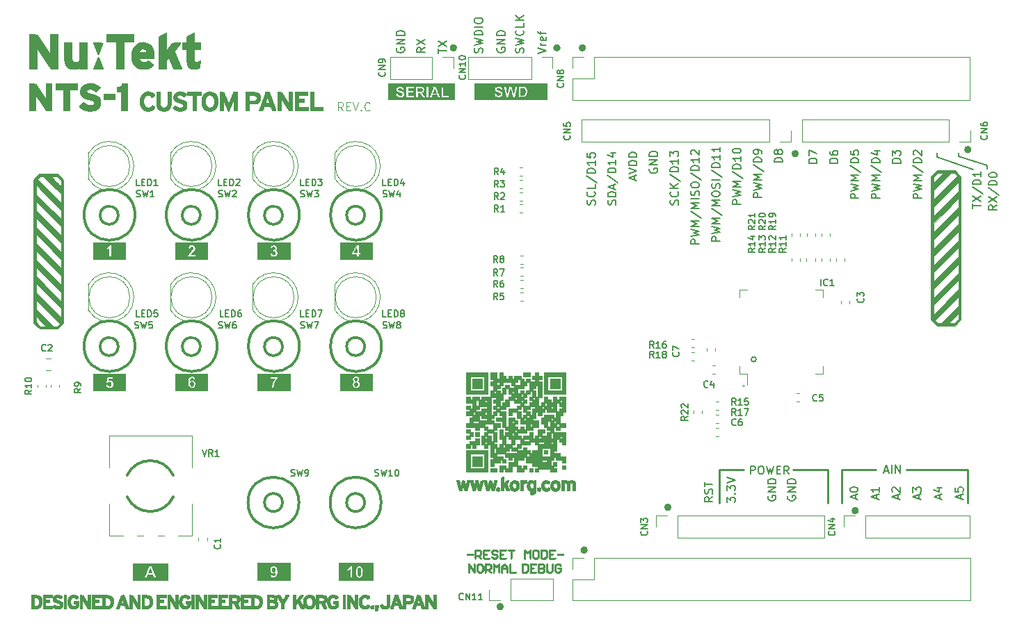
<source format=gto>
G04 #@! TF.GenerationSoftware,KiCad,Pcbnew,(5.1.5)-3*
G04 #@! TF.CreationDate,2020-01-10T08:04:25+09:00*
G04 #@! TF.ProjectId,NTS-1_CustomPanel,4e54532d-315f-4437-9573-746f6d50616e,C*
G04 #@! TF.SameCoordinates,Original*
G04 #@! TF.FileFunction,Legend,Top*
G04 #@! TF.FilePolarity,Positive*
%FSLAX46Y46*%
G04 Gerber Fmt 4.6, Leading zero omitted, Abs format (unit mm)*
G04 Created by KiCad (PCBNEW (5.1.5)-3) date 2020-01-10 08:04:25*
%MOMM*%
%LPD*%
G04 APERTURE LIST*
%ADD10C,0.500000*%
%ADD11C,0.320000*%
%ADD12C,0.300000*%
%ADD13C,0.150000*%
%ADD14C,0.062500*%
%ADD15C,0.200000*%
%ADD16C,0.254000*%
%ADD17C,0.100000*%
%ADD18C,0.010000*%
%ADD19C,0.120000*%
G04 APERTURE END LIST*
D10*
X164800000Y-144700000D02*
G75*
G03X164800000Y-144700000I-200000J0D01*
G01*
X159100000Y-76600000D02*
G75*
G03X159100000Y-76600000I-200000J0D01*
G01*
X171700000Y-76600000D02*
G75*
G03X171700000Y-76600000I-200000J0D01*
G01*
X175000000Y-137800000D02*
G75*
G03X175000000Y-137800000I-200000J0D01*
G01*
X208000000Y-133000000D02*
G75*
G03X208000000Y-133000000I-200000J0D01*
G01*
X185200000Y-132600000D02*
G75*
G03X185200000Y-132600000I-200000J0D01*
G01*
X174800000Y-76600000D02*
G75*
G03X174800000Y-76600000I-200000J0D01*
G01*
X221700000Y-89000000D02*
G75*
G03X221700000Y-89000000I-200000J0D01*
G01*
X200700000Y-89500000D02*
G75*
G03X200700000Y-89500000I-200000J0D01*
G01*
D11*
X119189926Y-128689869D02*
G75*
G02X124809030Y-128689860I2809554J-1310111D01*
G01*
X124809034Y-131310091D02*
G75*
G02X119189930Y-131310100I-2809554J1310111D01*
G01*
D12*
X148099480Y-131999990D02*
G75*
G03X148099480Y-131999990I-1100000J0D01*
G01*
X138099480Y-131999990D02*
G75*
G03X138099480Y-131999990I-1100000J0D01*
G01*
D13*
X195749480Y-114549990D02*
G75*
G03X195749480Y-114549990I-300000J0D01*
G01*
D14*
X194324480Y-117799980D02*
G75*
G03X194324480Y-117799980I-125000J0D01*
G01*
D12*
X128099480Y-112999990D02*
G75*
G03X128099480Y-112999990I-1100000J0D01*
G01*
X118099480Y-112999990D02*
G75*
G03X118099480Y-112999990I-1100000J0D01*
G01*
X138099480Y-112999990D02*
G75*
G03X138099480Y-112999990I-1100000J0D01*
G01*
X148099480Y-112999990D02*
G75*
G03X148099480Y-112999990I-1100000J0D01*
G01*
X148099480Y-96999990D02*
G75*
G03X148099480Y-96999990I-1100000J0D01*
G01*
X138099480Y-96999990D02*
G75*
G03X138099480Y-96999990I-1100000J0D01*
G01*
X128099480Y-96999990D02*
G75*
G03X128099480Y-96999990I-1100000J0D01*
G01*
X118099480Y-96999990D02*
G75*
G03X118099480Y-96999990I-1100000J0D01*
G01*
D15*
X223879480Y-91359990D02*
X223879480Y-90959980D01*
X220399480Y-89799990D02*
X223879480Y-90959980D01*
X220399480Y-89799990D02*
X220399480Y-89399980D01*
X217799480Y-89933320D02*
X222199480Y-91399990D01*
X217799480Y-89933320D02*
X217799480Y-89399980D01*
D16*
X221499480Y-132099990D02*
X221500000Y-128000000D01*
X206199480Y-132099990D02*
X206199480Y-128000000D01*
X204499480Y-132099980D02*
X204499480Y-128000000D01*
X191299480Y-132099990D02*
X191300000Y-128000000D01*
X191299480Y-128000000D02*
X194199480Y-128000000D01*
X200199480Y-128000000D02*
X204499480Y-128000000D01*
X214000000Y-128000000D02*
X221500000Y-128000000D01*
X206200000Y-128000000D02*
X210300000Y-128000000D01*
D17*
X145474003Y-84252370D02*
X145140670Y-83776180D01*
X144902575Y-84252370D02*
X144902575Y-83252370D01*
X145283527Y-83252370D01*
X145378765Y-83299990D01*
X145426384Y-83347609D01*
X145474003Y-83442847D01*
X145474003Y-83585704D01*
X145426384Y-83680942D01*
X145378765Y-83728561D01*
X145283527Y-83776180D01*
X144902575Y-83776180D01*
X145902575Y-83728561D02*
X146235908Y-83728561D01*
X146378765Y-84252370D02*
X145902575Y-84252370D01*
X145902575Y-83252370D01*
X146378765Y-83252370D01*
X146664480Y-83252370D02*
X146997813Y-84252370D01*
X147331146Y-83252370D01*
X147664480Y-84157132D02*
X147712099Y-84204751D01*
X147664480Y-84252370D01*
X147616860Y-84204751D01*
X147664480Y-84157132D01*
X147664480Y-84252370D01*
X148712099Y-84157132D02*
X148664480Y-84204751D01*
X148521622Y-84252370D01*
X148426384Y-84252370D01*
X148283527Y-84204751D01*
X148188289Y-84109513D01*
X148140670Y-84014275D01*
X148093051Y-83823799D01*
X148093051Y-83680942D01*
X148140670Y-83490466D01*
X148188289Y-83395228D01*
X148283527Y-83299990D01*
X148426384Y-83252370D01*
X148521622Y-83252370D01*
X148664480Y-83299990D01*
X148712099Y-83347609D01*
D15*
X195068095Y-128552380D02*
X195068095Y-127552380D01*
X195449047Y-127552380D01*
X195544285Y-127600000D01*
X195591904Y-127647619D01*
X195639523Y-127742857D01*
X195639523Y-127885714D01*
X195591904Y-127980952D01*
X195544285Y-128028571D01*
X195449047Y-128076190D01*
X195068095Y-128076190D01*
X196258571Y-127552380D02*
X196449047Y-127552380D01*
X196544285Y-127600000D01*
X196639523Y-127695238D01*
X196687142Y-127885714D01*
X196687142Y-128219047D01*
X196639523Y-128409523D01*
X196544285Y-128504761D01*
X196449047Y-128552380D01*
X196258571Y-128552380D01*
X196163333Y-128504761D01*
X196068095Y-128409523D01*
X196020476Y-128219047D01*
X196020476Y-127885714D01*
X196068095Y-127695238D01*
X196163333Y-127600000D01*
X196258571Y-127552380D01*
X197020476Y-127552380D02*
X197258571Y-128552380D01*
X197449047Y-127838095D01*
X197639523Y-128552380D01*
X197877619Y-127552380D01*
X198258571Y-128028571D02*
X198591904Y-128028571D01*
X198734761Y-128552380D02*
X198258571Y-128552380D01*
X198258571Y-127552380D01*
X198734761Y-127552380D01*
X199734761Y-128552380D02*
X199401428Y-128076190D01*
X199163333Y-128552380D02*
X199163333Y-127552380D01*
X199544285Y-127552380D01*
X199639523Y-127600000D01*
X199687142Y-127647619D01*
X199734761Y-127742857D01*
X199734761Y-127885714D01*
X199687142Y-127980952D01*
X199639523Y-128028571D01*
X199544285Y-128076190D01*
X199163333Y-128076190D01*
X213323280Y-90631904D02*
X212323280Y-90631904D01*
X212323280Y-90393809D01*
X212370900Y-90250952D01*
X212466138Y-90155714D01*
X212561376Y-90108095D01*
X212751852Y-90060476D01*
X212894709Y-90060476D01*
X213085185Y-90108095D01*
X213180423Y-90155714D01*
X213275661Y-90250952D01*
X213323280Y-90393809D01*
X213323280Y-90631904D01*
X212323280Y-89727142D02*
X212323280Y-89108095D01*
X212704233Y-89441428D01*
X212704233Y-89298571D01*
X212751852Y-89203333D01*
X212799471Y-89155714D01*
X212894709Y-89108095D01*
X213132804Y-89108095D01*
X213228042Y-89155714D01*
X213275661Y-89203333D01*
X213323280Y-89298571D01*
X213323280Y-89584285D01*
X213275661Y-89679523D01*
X213228042Y-89727142D01*
X182799470Y-91308395D02*
X182751850Y-91403633D01*
X182751850Y-91546490D01*
X182799470Y-91689347D01*
X182894708Y-91784585D01*
X182989946Y-91832204D01*
X183180422Y-91879823D01*
X183323279Y-91879823D01*
X183513755Y-91832204D01*
X183608993Y-91784585D01*
X183704231Y-91689347D01*
X183751850Y-91546490D01*
X183751850Y-91451252D01*
X183704231Y-91308395D01*
X183656612Y-91260776D01*
X183323279Y-91260776D01*
X183323279Y-91451252D01*
X183751850Y-90832204D02*
X182751850Y-90832204D01*
X183751850Y-90260776D01*
X182751850Y-90260776D01*
X183751850Y-89784585D02*
X182751850Y-89784585D01*
X182751850Y-89546490D01*
X182799470Y-89403633D01*
X182894708Y-89308395D01*
X182989946Y-89260776D01*
X183180422Y-89213157D01*
X183323279Y-89213157D01*
X183513755Y-89260776D01*
X183608993Y-89308395D01*
X183704231Y-89403633D01*
X183751850Y-89546490D01*
X183751850Y-89784585D01*
X180932806Y-92679523D02*
X180932806Y-92203333D01*
X181218520Y-92774761D02*
X180218520Y-92441428D01*
X181218520Y-92108095D01*
X180218520Y-91917619D02*
X181218520Y-91584285D01*
X180218520Y-91250952D01*
X181218520Y-90917619D02*
X180218520Y-90917619D01*
X180218520Y-90679523D01*
X180266140Y-90536666D01*
X180361378Y-90441428D01*
X180456616Y-90393809D01*
X180647092Y-90346190D01*
X180789949Y-90346190D01*
X180980425Y-90393809D01*
X181075663Y-90441428D01*
X181170901Y-90536666D01*
X181218520Y-90679523D01*
X181218520Y-90917619D01*
X181218520Y-89917619D02*
X180218520Y-89917619D01*
X180218520Y-89679523D01*
X180266140Y-89536666D01*
X180361378Y-89441428D01*
X180456616Y-89393809D01*
X180647092Y-89346190D01*
X180789949Y-89346190D01*
X180980425Y-89393809D01*
X181075663Y-89441428D01*
X181170901Y-89536666D01*
X181218520Y-89679523D01*
X181218520Y-89917619D01*
X225051840Y-95760466D02*
X224575650Y-96093799D01*
X225051840Y-96331894D02*
X224051840Y-96331894D01*
X224051840Y-95950942D01*
X224099460Y-95855704D01*
X224147079Y-95808085D01*
X224242317Y-95760466D01*
X224385174Y-95760466D01*
X224480412Y-95808085D01*
X224528031Y-95855704D01*
X224575650Y-95950942D01*
X224575650Y-96331894D01*
X224051840Y-95427132D02*
X225051840Y-94760466D01*
X224051840Y-94760466D02*
X225051840Y-95427132D01*
X224004221Y-93665228D02*
X225289936Y-94522370D01*
X225051840Y-93331894D02*
X224051840Y-93331894D01*
X224051840Y-93093799D01*
X224099460Y-92950942D01*
X224194698Y-92855704D01*
X224289936Y-92808085D01*
X224480412Y-92760466D01*
X224623269Y-92760466D01*
X224813745Y-92808085D01*
X224908983Y-92855704D01*
X225004221Y-92950942D01*
X225051840Y-93093799D01*
X225051840Y-93331894D01*
X224051840Y-92141418D02*
X224051840Y-92046180D01*
X224099460Y-91950942D01*
X224147079Y-91903323D01*
X224242317Y-91855704D01*
X224432793Y-91808085D01*
X224670888Y-91808085D01*
X224861364Y-91855704D01*
X224956602Y-91903323D01*
X225004221Y-91950942D01*
X225051840Y-92046180D01*
X225051840Y-92141418D01*
X225004221Y-92236656D01*
X224956602Y-92284275D01*
X224861364Y-92331894D01*
X224670888Y-92379513D01*
X224432793Y-92379513D01*
X224242317Y-92331894D01*
X224147079Y-92284275D01*
X224099460Y-92236656D01*
X224051840Y-92141418D01*
X222108990Y-96141521D02*
X222108990Y-95570093D01*
X223108990Y-95855807D02*
X222108990Y-95855807D01*
X222108990Y-95331998D02*
X223108990Y-94665331D01*
X222108990Y-94665331D02*
X223108990Y-95331998D01*
X222061371Y-93570093D02*
X223347086Y-94427236D01*
X223108990Y-93236760D02*
X222108990Y-93236760D01*
X222108990Y-92998664D01*
X222156610Y-92855807D01*
X222251848Y-92760569D01*
X222347086Y-92712950D01*
X222537562Y-92665331D01*
X222680419Y-92665331D01*
X222870895Y-92712950D01*
X222966133Y-92760569D01*
X223061371Y-92855807D01*
X223108990Y-92998664D01*
X223108990Y-93236760D01*
X223108990Y-91712950D02*
X223108990Y-92284379D01*
X223108990Y-91998664D02*
X222108990Y-91998664D01*
X222251848Y-92093902D01*
X222347086Y-92189140D01*
X222394705Y-92284379D01*
X215866130Y-94930604D02*
X214866130Y-94930604D01*
X214866130Y-94549652D01*
X214913750Y-94454414D01*
X214961369Y-94406795D01*
X215056607Y-94359176D01*
X215199464Y-94359176D01*
X215294702Y-94406795D01*
X215342321Y-94454414D01*
X215389940Y-94549652D01*
X215389940Y-94930604D01*
X214866130Y-94025842D02*
X215866130Y-93787747D01*
X215151845Y-93597271D01*
X215866130Y-93406795D01*
X214866130Y-93168700D01*
X215866130Y-92787747D02*
X214866130Y-92787747D01*
X215580416Y-92454414D01*
X214866130Y-92121080D01*
X215866130Y-92121080D01*
X214818511Y-90930604D02*
X216104226Y-91787747D01*
X215866130Y-90597271D02*
X214866130Y-90597271D01*
X214866130Y-90359176D01*
X214913750Y-90216319D01*
X215008988Y-90121080D01*
X215104226Y-90073461D01*
X215294702Y-90025842D01*
X215437559Y-90025842D01*
X215628035Y-90073461D01*
X215723273Y-90121080D01*
X215818511Y-90216319D01*
X215866130Y-90359176D01*
X215866130Y-90597271D01*
X214961369Y-89644890D02*
X214913750Y-89597271D01*
X214866130Y-89502033D01*
X214866130Y-89263938D01*
X214913750Y-89168700D01*
X214961369Y-89121080D01*
X215056607Y-89073461D01*
X215151845Y-89073461D01*
X215294702Y-89121080D01*
X215866130Y-89692509D01*
X215866130Y-89073461D01*
X210780420Y-94930604D02*
X209780420Y-94930604D01*
X209780420Y-94549652D01*
X209828040Y-94454414D01*
X209875659Y-94406795D01*
X209970897Y-94359176D01*
X210113754Y-94359176D01*
X210208992Y-94406795D01*
X210256611Y-94454414D01*
X210304230Y-94549652D01*
X210304230Y-94930604D01*
X209780420Y-94025842D02*
X210780420Y-93787747D01*
X210066135Y-93597271D01*
X210780420Y-93406795D01*
X209780420Y-93168700D01*
X210780420Y-92787747D02*
X209780420Y-92787747D01*
X210494706Y-92454414D01*
X209780420Y-92121080D01*
X210780420Y-92121080D01*
X209732801Y-90930604D02*
X211018516Y-91787747D01*
X210780420Y-90597271D02*
X209780420Y-90597271D01*
X209780420Y-90359176D01*
X209828040Y-90216319D01*
X209923278Y-90121080D01*
X210018516Y-90073461D01*
X210208992Y-90025842D01*
X210351849Y-90025842D01*
X210542325Y-90073461D01*
X210637563Y-90121080D01*
X210732801Y-90216319D01*
X210780420Y-90359176D01*
X210780420Y-90597271D01*
X210113754Y-89168700D02*
X210780420Y-89168700D01*
X209732801Y-89406795D02*
X210447087Y-89644890D01*
X210447087Y-89025842D01*
X208237570Y-94930604D02*
X207237570Y-94930604D01*
X207237570Y-94549652D01*
X207285190Y-94454414D01*
X207332809Y-94406795D01*
X207428047Y-94359176D01*
X207570904Y-94359176D01*
X207666142Y-94406795D01*
X207713761Y-94454414D01*
X207761380Y-94549652D01*
X207761380Y-94930604D01*
X207237570Y-94025842D02*
X208237570Y-93787747D01*
X207523285Y-93597271D01*
X208237570Y-93406795D01*
X207237570Y-93168700D01*
X208237570Y-92787747D02*
X207237570Y-92787747D01*
X207951856Y-92454414D01*
X207237570Y-92121080D01*
X208237570Y-92121080D01*
X207189951Y-90930604D02*
X208475666Y-91787747D01*
X208237570Y-90597271D02*
X207237570Y-90597271D01*
X207237570Y-90359176D01*
X207285190Y-90216319D01*
X207380428Y-90121080D01*
X207475666Y-90073461D01*
X207666142Y-90025842D01*
X207808999Y-90025842D01*
X207999475Y-90073461D01*
X208094713Y-90121080D01*
X208189951Y-90216319D01*
X208237570Y-90359176D01*
X208237570Y-90597271D01*
X207237570Y-89121080D02*
X207237570Y-89597271D01*
X207713761Y-89644890D01*
X207666142Y-89597271D01*
X207618523Y-89502033D01*
X207618523Y-89263938D01*
X207666142Y-89168700D01*
X207713761Y-89121080D01*
X207808999Y-89073461D01*
X208047094Y-89073461D01*
X208142332Y-89121080D01*
X208189951Y-89168700D01*
X208237570Y-89263938D01*
X208237570Y-89502033D01*
X208189951Y-89597271D01*
X208142332Y-89644890D01*
X205694710Y-90631904D02*
X204694710Y-90631904D01*
X204694710Y-90393809D01*
X204742330Y-90250952D01*
X204837568Y-90155714D01*
X204932806Y-90108095D01*
X205123282Y-90060476D01*
X205266139Y-90060476D01*
X205456615Y-90108095D01*
X205551853Y-90155714D01*
X205647091Y-90250952D01*
X205694710Y-90393809D01*
X205694710Y-90631904D01*
X204694710Y-89203333D02*
X204694710Y-89393809D01*
X204742330Y-89489047D01*
X204789949Y-89536666D01*
X204932806Y-89631904D01*
X205123282Y-89679523D01*
X205504234Y-89679523D01*
X205599472Y-89631904D01*
X205647091Y-89584285D01*
X205694710Y-89489047D01*
X205694710Y-89298571D01*
X205647091Y-89203333D01*
X205599472Y-89155714D01*
X205504234Y-89108095D01*
X205266139Y-89108095D01*
X205170901Y-89155714D01*
X205123282Y-89203333D01*
X205075663Y-89298571D01*
X205075663Y-89489047D01*
X205123282Y-89584285D01*
X205170901Y-89631904D01*
X205266139Y-89679523D01*
X203151860Y-90631904D02*
X202151860Y-90631904D01*
X202151860Y-90393809D01*
X202199480Y-90250952D01*
X202294718Y-90155714D01*
X202389956Y-90108095D01*
X202580432Y-90060476D01*
X202723289Y-90060476D01*
X202913765Y-90108095D01*
X203009003Y-90155714D01*
X203104241Y-90250952D01*
X203151860Y-90393809D01*
X203151860Y-90631904D01*
X202151860Y-89727142D02*
X202151860Y-89060476D01*
X203151860Y-89489047D01*
X198951830Y-90531904D02*
X197951830Y-90531904D01*
X197951830Y-90293809D01*
X197999450Y-90150952D01*
X198094688Y-90055714D01*
X198189926Y-90008095D01*
X198380402Y-89960476D01*
X198523259Y-89960476D01*
X198713735Y-90008095D01*
X198808973Y-90055714D01*
X198904211Y-90150952D01*
X198951830Y-90293809D01*
X198951830Y-90531904D01*
X198380402Y-89389047D02*
X198332783Y-89484285D01*
X198285164Y-89531904D01*
X198189926Y-89579523D01*
X198142307Y-89579523D01*
X198047069Y-89531904D01*
X197999450Y-89484285D01*
X197951830Y-89389047D01*
X197951830Y-89198571D01*
X197999450Y-89103333D01*
X198047069Y-89055714D01*
X198142307Y-89008095D01*
X198189926Y-89008095D01*
X198285164Y-89055714D01*
X198332783Y-89103333D01*
X198380402Y-89198571D01*
X198380402Y-89389047D01*
X198428021Y-89484285D01*
X198475640Y-89531904D01*
X198570878Y-89579523D01*
X198761354Y-89579523D01*
X198856592Y-89531904D01*
X198904211Y-89484285D01*
X198951830Y-89389047D01*
X198951830Y-89198571D01*
X198904211Y-89103333D01*
X198856592Y-89055714D01*
X198761354Y-89008095D01*
X198570878Y-89008095D01*
X198475640Y-89055714D01*
X198428021Y-89103333D01*
X198380402Y-89198571D01*
X196418500Y-94831244D02*
X195418500Y-94831244D01*
X195418500Y-94450292D01*
X195466120Y-94355054D01*
X195513739Y-94307435D01*
X195608977Y-94259816D01*
X195751834Y-94259816D01*
X195847072Y-94307435D01*
X195894691Y-94355054D01*
X195942310Y-94450292D01*
X195942310Y-94831244D01*
X195418500Y-93926482D02*
X196418500Y-93688387D01*
X195704215Y-93497911D01*
X196418500Y-93307435D01*
X195418500Y-93069340D01*
X196418500Y-92688387D02*
X195418500Y-92688387D01*
X196132786Y-92355054D01*
X195418500Y-92021720D01*
X196418500Y-92021720D01*
X195370881Y-90831244D02*
X196656596Y-91688387D01*
X196418500Y-90497911D02*
X195418500Y-90497911D01*
X195418500Y-90259816D01*
X195466120Y-90116959D01*
X195561358Y-90021720D01*
X195656596Y-89974101D01*
X195847072Y-89926482D01*
X195989929Y-89926482D01*
X196180405Y-89974101D01*
X196275643Y-90021720D01*
X196370881Y-90116959D01*
X196418500Y-90259816D01*
X196418500Y-90497911D01*
X196418500Y-89450292D02*
X196418500Y-89259816D01*
X196370881Y-89164578D01*
X196323262Y-89116959D01*
X196180405Y-89021720D01*
X195989929Y-88974101D01*
X195608977Y-88974101D01*
X195513739Y-89021720D01*
X195466120Y-89069340D01*
X195418500Y-89164578D01*
X195418500Y-89355054D01*
X195466120Y-89450292D01*
X195513739Y-89497911D01*
X195608977Y-89545530D01*
X195847072Y-89545530D01*
X195942310Y-89497911D01*
X195989929Y-89450292D01*
X196037548Y-89355054D01*
X196037548Y-89164578D01*
X195989929Y-89069340D01*
X195942310Y-89021720D01*
X195847072Y-88974101D01*
X193885170Y-95664304D02*
X192885170Y-95664304D01*
X192885170Y-95283352D01*
X192932790Y-95188114D01*
X192980409Y-95140495D01*
X193075647Y-95092876D01*
X193218504Y-95092876D01*
X193313742Y-95140495D01*
X193361361Y-95188114D01*
X193408980Y-95283352D01*
X193408980Y-95664304D01*
X192885170Y-94759542D02*
X193885170Y-94521447D01*
X193170885Y-94330971D01*
X193885170Y-94140495D01*
X192885170Y-93902400D01*
X193885170Y-93521447D02*
X192885170Y-93521447D01*
X193599456Y-93188114D01*
X192885170Y-92854780D01*
X193885170Y-92854780D01*
X192837551Y-91664304D02*
X194123266Y-92521447D01*
X193885170Y-91330971D02*
X192885170Y-91330971D01*
X192885170Y-91092876D01*
X192932790Y-90950019D01*
X193028028Y-90854780D01*
X193123266Y-90807161D01*
X193313742Y-90759542D01*
X193456599Y-90759542D01*
X193647075Y-90807161D01*
X193742313Y-90854780D01*
X193837551Y-90950019D01*
X193885170Y-91092876D01*
X193885170Y-91330971D01*
X193885170Y-89807161D02*
X193885170Y-90378590D01*
X193885170Y-90092876D02*
X192885170Y-90092876D01*
X193028028Y-90188114D01*
X193123266Y-90283352D01*
X193170885Y-90378590D01*
X192885170Y-89188114D02*
X192885170Y-89092876D01*
X192932790Y-88997638D01*
X192980409Y-88950019D01*
X193075647Y-88902400D01*
X193266123Y-88854780D01*
X193504218Y-88854780D01*
X193694694Y-88902400D01*
X193789932Y-88950019D01*
X193837551Y-88997638D01*
X193885170Y-89092876D01*
X193885170Y-89188114D01*
X193837551Y-89283352D01*
X193789932Y-89330971D01*
X193694694Y-89378590D01*
X193504218Y-89426209D01*
X193266123Y-89426209D01*
X193075647Y-89378590D01*
X192980409Y-89330971D01*
X192932790Y-89283352D01*
X192885170Y-89188114D01*
X191351840Y-100162854D02*
X190351840Y-100162854D01*
X190351840Y-99781902D01*
X190399460Y-99686664D01*
X190447079Y-99639045D01*
X190542317Y-99591426D01*
X190685174Y-99591426D01*
X190780412Y-99639045D01*
X190828031Y-99686664D01*
X190875650Y-99781902D01*
X190875650Y-100162854D01*
X190351840Y-99258092D02*
X191351840Y-99019997D01*
X190637555Y-98829521D01*
X191351840Y-98639045D01*
X190351840Y-98400950D01*
X191351840Y-98019997D02*
X190351840Y-98019997D01*
X191066126Y-97686664D01*
X190351840Y-97353330D01*
X191351840Y-97353330D01*
X190304221Y-96162854D02*
X191589936Y-97019997D01*
X191351840Y-95829521D02*
X190351840Y-95829521D01*
X191066126Y-95496188D01*
X190351840Y-95162854D01*
X191351840Y-95162854D01*
X190351840Y-94496188D02*
X190351840Y-94305711D01*
X190399460Y-94210473D01*
X190494698Y-94115235D01*
X190685174Y-94067616D01*
X191018507Y-94067616D01*
X191208983Y-94115235D01*
X191304221Y-94210473D01*
X191351840Y-94305711D01*
X191351840Y-94496188D01*
X191304221Y-94591426D01*
X191208983Y-94686664D01*
X191018507Y-94734283D01*
X190685174Y-94734283D01*
X190494698Y-94686664D01*
X190399460Y-94591426D01*
X190351840Y-94496188D01*
X191304221Y-93686664D02*
X191351840Y-93543807D01*
X191351840Y-93305711D01*
X191304221Y-93210473D01*
X191256602Y-93162854D01*
X191161364Y-93115235D01*
X191066126Y-93115235D01*
X190970888Y-93162854D01*
X190923269Y-93210473D01*
X190875650Y-93305711D01*
X190828031Y-93496188D01*
X190780412Y-93591426D01*
X190732793Y-93639045D01*
X190637555Y-93686664D01*
X190542317Y-93686664D01*
X190447079Y-93639045D01*
X190399460Y-93591426D01*
X190351840Y-93496188D01*
X190351840Y-93258092D01*
X190399460Y-93115235D01*
X191351840Y-92686664D02*
X190351840Y-92686664D01*
X190304221Y-91496188D02*
X191589936Y-92353330D01*
X191351840Y-91162854D02*
X190351840Y-91162854D01*
X190351840Y-90924759D01*
X190399460Y-90781902D01*
X190494698Y-90686664D01*
X190589936Y-90639045D01*
X190780412Y-90591426D01*
X190923269Y-90591426D01*
X191113745Y-90639045D01*
X191208983Y-90686664D01*
X191304221Y-90781902D01*
X191351840Y-90924759D01*
X191351840Y-91162854D01*
X191351840Y-89639045D02*
X191351840Y-90210473D01*
X191351840Y-89924759D02*
X190351840Y-89924759D01*
X190494698Y-90019997D01*
X190589936Y-90115235D01*
X190637555Y-90210473D01*
X191351840Y-88686664D02*
X191351840Y-89258092D01*
X191351840Y-88972378D02*
X190351840Y-88972378D01*
X190494698Y-89067616D01*
X190589936Y-89162854D01*
X190637555Y-89258092D01*
X188818510Y-100496084D02*
X187818510Y-100496084D01*
X187818510Y-100115132D01*
X187866130Y-100019894D01*
X187913749Y-99972275D01*
X188008987Y-99924656D01*
X188151844Y-99924656D01*
X188247082Y-99972275D01*
X188294701Y-100019894D01*
X188342320Y-100115132D01*
X188342320Y-100496084D01*
X187818510Y-99591322D02*
X188818510Y-99353227D01*
X188104225Y-99162751D01*
X188818510Y-98972275D01*
X187818510Y-98734180D01*
X188818510Y-98353227D02*
X187818510Y-98353227D01*
X188532796Y-98019894D01*
X187818510Y-97686560D01*
X188818510Y-97686560D01*
X187770891Y-96496084D02*
X189056606Y-97353227D01*
X188818510Y-96162751D02*
X187818510Y-96162751D01*
X188532796Y-95829418D01*
X187818510Y-95496084D01*
X188818510Y-95496084D01*
X188818510Y-95019894D02*
X187818510Y-95019894D01*
X188770891Y-94591322D02*
X188818510Y-94448465D01*
X188818510Y-94210370D01*
X188770891Y-94115132D01*
X188723272Y-94067513D01*
X188628034Y-94019894D01*
X188532796Y-94019894D01*
X188437558Y-94067513D01*
X188389939Y-94115132D01*
X188342320Y-94210370D01*
X188294701Y-94400846D01*
X188247082Y-94496084D01*
X188199463Y-94543703D01*
X188104225Y-94591322D01*
X188008987Y-94591322D01*
X187913749Y-94543703D01*
X187866130Y-94496084D01*
X187818510Y-94400846D01*
X187818510Y-94162751D01*
X187866130Y-94019894D01*
X187818510Y-93400846D02*
X187818510Y-93210370D01*
X187866130Y-93115132D01*
X187961368Y-93019894D01*
X188151844Y-92972275D01*
X188485177Y-92972275D01*
X188675653Y-93019894D01*
X188770891Y-93115132D01*
X188818510Y-93210370D01*
X188818510Y-93400846D01*
X188770891Y-93496084D01*
X188675653Y-93591322D01*
X188485177Y-93638941D01*
X188151844Y-93638941D01*
X187961368Y-93591322D01*
X187866130Y-93496084D01*
X187818510Y-93400846D01*
X187770891Y-91829418D02*
X189056606Y-92686560D01*
X188818510Y-91496084D02*
X187818510Y-91496084D01*
X187818510Y-91257989D01*
X187866130Y-91115132D01*
X187961368Y-91019894D01*
X188056606Y-90972275D01*
X188247082Y-90924656D01*
X188389939Y-90924656D01*
X188580415Y-90972275D01*
X188675653Y-91019894D01*
X188770891Y-91115132D01*
X188818510Y-91257989D01*
X188818510Y-91496084D01*
X188818510Y-89972275D02*
X188818510Y-90543703D01*
X188818510Y-90257989D02*
X187818510Y-90257989D01*
X187961368Y-90353227D01*
X188056606Y-90448465D01*
X188104225Y-90543703D01*
X187913749Y-89591322D02*
X187866130Y-89543703D01*
X187818510Y-89448465D01*
X187818510Y-89210370D01*
X187866130Y-89115132D01*
X187913749Y-89067513D01*
X188008987Y-89019894D01*
X188104225Y-89019894D01*
X188247082Y-89067513D01*
X188818510Y-89638941D01*
X188818510Y-89019894D01*
X186237561Y-95711923D02*
X186285180Y-95569066D01*
X186285180Y-95330971D01*
X186237561Y-95235733D01*
X186189942Y-95188114D01*
X186094704Y-95140495D01*
X185999466Y-95140495D01*
X185904228Y-95188114D01*
X185856609Y-95235733D01*
X185808990Y-95330971D01*
X185761371Y-95521447D01*
X185713752Y-95616685D01*
X185666133Y-95664304D01*
X185570895Y-95711923D01*
X185475657Y-95711923D01*
X185380419Y-95664304D01*
X185332800Y-95616685D01*
X185285180Y-95521447D01*
X185285180Y-95283352D01*
X185332800Y-95140495D01*
X186189942Y-94140495D02*
X186237561Y-94188114D01*
X186285180Y-94330971D01*
X186285180Y-94426209D01*
X186237561Y-94569066D01*
X186142323Y-94664304D01*
X186047085Y-94711923D01*
X185856609Y-94759542D01*
X185713752Y-94759542D01*
X185523276Y-94711923D01*
X185428038Y-94664304D01*
X185332800Y-94569066D01*
X185285180Y-94426209D01*
X185285180Y-94330971D01*
X185332800Y-94188114D01*
X185380419Y-94140495D01*
X186285180Y-93711923D02*
X185285180Y-93711923D01*
X186285180Y-93140495D02*
X185713752Y-93569066D01*
X185285180Y-93140495D02*
X185856609Y-93711923D01*
X185237561Y-91997638D02*
X186523276Y-92854780D01*
X186285180Y-91664304D02*
X185285180Y-91664304D01*
X185285180Y-91426209D01*
X185332800Y-91283352D01*
X185428038Y-91188114D01*
X185523276Y-91140495D01*
X185713752Y-91092876D01*
X185856609Y-91092876D01*
X186047085Y-91140495D01*
X186142323Y-91188114D01*
X186237561Y-91283352D01*
X186285180Y-91426209D01*
X186285180Y-91664304D01*
X186285180Y-90140495D02*
X186285180Y-90711923D01*
X186285180Y-90426209D02*
X185285180Y-90426209D01*
X185428038Y-90521447D01*
X185523276Y-90616685D01*
X185570895Y-90711923D01*
X185285180Y-89807161D02*
X185285180Y-89188114D01*
X185666133Y-89521447D01*
X185666133Y-89378590D01*
X185713752Y-89283352D01*
X185761371Y-89235733D01*
X185856609Y-89188114D01*
X186094704Y-89188114D01*
X186189942Y-89235733D01*
X186237561Y-89283352D01*
X186285180Y-89378590D01*
X186285180Y-89664304D01*
X186237561Y-89759542D01*
X186189942Y-89807161D01*
X178637571Y-95711923D02*
X178685190Y-95569066D01*
X178685190Y-95330971D01*
X178637571Y-95235733D01*
X178589952Y-95188114D01*
X178494714Y-95140495D01*
X178399476Y-95140495D01*
X178304238Y-95188114D01*
X178256619Y-95235733D01*
X178209000Y-95330971D01*
X178161381Y-95521447D01*
X178113762Y-95616685D01*
X178066143Y-95664304D01*
X177970905Y-95711923D01*
X177875667Y-95711923D01*
X177780429Y-95664304D01*
X177732810Y-95616685D01*
X177685190Y-95521447D01*
X177685190Y-95283352D01*
X177732810Y-95140495D01*
X178685190Y-94711923D02*
X177685190Y-94711923D01*
X177685190Y-94473828D01*
X177732810Y-94330971D01*
X177828048Y-94235733D01*
X177923286Y-94188114D01*
X178113762Y-94140495D01*
X178256619Y-94140495D01*
X178447095Y-94188114D01*
X178542333Y-94235733D01*
X178637571Y-94330971D01*
X178685190Y-94473828D01*
X178685190Y-94711923D01*
X178399476Y-93759542D02*
X178399476Y-93283352D01*
X178685190Y-93854780D02*
X177685190Y-93521447D01*
X178685190Y-93188114D01*
X177637571Y-92140495D02*
X178923286Y-92997638D01*
X178685190Y-91807161D02*
X177685190Y-91807161D01*
X177685190Y-91569066D01*
X177732810Y-91426209D01*
X177828048Y-91330971D01*
X177923286Y-91283352D01*
X178113762Y-91235733D01*
X178256619Y-91235733D01*
X178447095Y-91283352D01*
X178542333Y-91330971D01*
X178637571Y-91426209D01*
X178685190Y-91569066D01*
X178685190Y-91807161D01*
X178685190Y-90283352D02*
X178685190Y-90854780D01*
X178685190Y-90569066D02*
X177685190Y-90569066D01*
X177828048Y-90664304D01*
X177923286Y-90759542D01*
X177970905Y-90854780D01*
X178018524Y-89426209D02*
X178685190Y-89426209D01*
X177637571Y-89664304D02*
X178351857Y-89902400D01*
X178351857Y-89283352D01*
X176104241Y-95711923D02*
X176151860Y-95569066D01*
X176151860Y-95330971D01*
X176104241Y-95235733D01*
X176056622Y-95188114D01*
X175961384Y-95140495D01*
X175866146Y-95140495D01*
X175770908Y-95188114D01*
X175723289Y-95235733D01*
X175675670Y-95330971D01*
X175628051Y-95521447D01*
X175580432Y-95616685D01*
X175532813Y-95664304D01*
X175437575Y-95711923D01*
X175342337Y-95711923D01*
X175247099Y-95664304D01*
X175199480Y-95616685D01*
X175151860Y-95521447D01*
X175151860Y-95283352D01*
X175199480Y-95140495D01*
X176056622Y-94140495D02*
X176104241Y-94188114D01*
X176151860Y-94330971D01*
X176151860Y-94426209D01*
X176104241Y-94569066D01*
X176009003Y-94664304D01*
X175913765Y-94711923D01*
X175723289Y-94759542D01*
X175580432Y-94759542D01*
X175389956Y-94711923D01*
X175294718Y-94664304D01*
X175199480Y-94569066D01*
X175151860Y-94426209D01*
X175151860Y-94330971D01*
X175199480Y-94188114D01*
X175247099Y-94140495D01*
X176151860Y-93235733D02*
X176151860Y-93711923D01*
X175151860Y-93711923D01*
X175104241Y-92188114D02*
X176389956Y-93045257D01*
X176151860Y-91854780D02*
X175151860Y-91854780D01*
X175151860Y-91616685D01*
X175199480Y-91473828D01*
X175294718Y-91378590D01*
X175389956Y-91330971D01*
X175580432Y-91283352D01*
X175723289Y-91283352D01*
X175913765Y-91330971D01*
X176009003Y-91378590D01*
X176104241Y-91473828D01*
X176151860Y-91616685D01*
X176151860Y-91854780D01*
X176151860Y-90330971D02*
X176151860Y-90902400D01*
X176151860Y-90616685D02*
X175151860Y-90616685D01*
X175294718Y-90711923D01*
X175389956Y-90807161D01*
X175437575Y-90902400D01*
X175151860Y-89426209D02*
X175151860Y-89902400D01*
X175628051Y-89950019D01*
X175580432Y-89902400D01*
X175532813Y-89807161D01*
X175532813Y-89569066D01*
X175580432Y-89473828D01*
X175628051Y-89426209D01*
X175723289Y-89378590D01*
X175961384Y-89378590D01*
X176056622Y-89426209D01*
X176104241Y-89473828D01*
X176151860Y-89569066D01*
X176151860Y-89807161D01*
X176104241Y-89902400D01*
X176056622Y-89950019D01*
X190452380Y-131310476D02*
X189976190Y-131643809D01*
X190452380Y-131881904D02*
X189452380Y-131881904D01*
X189452380Y-131500952D01*
X189500000Y-131405714D01*
X189547619Y-131358095D01*
X189642857Y-131310476D01*
X189785714Y-131310476D01*
X189880952Y-131358095D01*
X189928571Y-131405714D01*
X189976190Y-131500952D01*
X189976190Y-131881904D01*
X190404761Y-130929523D02*
X190452380Y-130786666D01*
X190452380Y-130548571D01*
X190404761Y-130453333D01*
X190357142Y-130405714D01*
X190261904Y-130358095D01*
X190166666Y-130358095D01*
X190071428Y-130405714D01*
X190023809Y-130453333D01*
X189976190Y-130548571D01*
X189928571Y-130739047D01*
X189880952Y-130834285D01*
X189833333Y-130881904D01*
X189738095Y-130929523D01*
X189642857Y-130929523D01*
X189547619Y-130881904D01*
X189500000Y-130834285D01*
X189452380Y-130739047D01*
X189452380Y-130500952D01*
X189500000Y-130358095D01*
X189452380Y-130072380D02*
X189452380Y-129500952D01*
X190452380Y-129786666D02*
X189452380Y-129786666D01*
X192202380Y-131977142D02*
X192202380Y-131358095D01*
X192583333Y-131691428D01*
X192583333Y-131548571D01*
X192630952Y-131453333D01*
X192678571Y-131405714D01*
X192773809Y-131358095D01*
X193011904Y-131358095D01*
X193107142Y-131405714D01*
X193154761Y-131453333D01*
X193202380Y-131548571D01*
X193202380Y-131834285D01*
X193154761Y-131929523D01*
X193107142Y-131977142D01*
X193107142Y-130929523D02*
X193154761Y-130881904D01*
X193202380Y-130929523D01*
X193154761Y-130977142D01*
X193107142Y-130929523D01*
X193202380Y-130929523D01*
X192202380Y-130548571D02*
X192202380Y-129929523D01*
X192583333Y-130262857D01*
X192583333Y-130120000D01*
X192630952Y-130024761D01*
X192678571Y-129977142D01*
X192773809Y-129929523D01*
X193011904Y-129929523D01*
X193107142Y-129977142D01*
X193154761Y-130024761D01*
X193202380Y-130120000D01*
X193202380Y-130405714D01*
X193154761Y-130500952D01*
X193107142Y-130548571D01*
X192202380Y-129643809D02*
X193202380Y-129310476D01*
X192202380Y-128977142D01*
X197200000Y-131208075D02*
X197152380Y-131303313D01*
X197152380Y-131446170D01*
X197200000Y-131589027D01*
X197295238Y-131684265D01*
X197390476Y-131731884D01*
X197580952Y-131779503D01*
X197723809Y-131779503D01*
X197914285Y-131731884D01*
X198009523Y-131684265D01*
X198104761Y-131589027D01*
X198152380Y-131446170D01*
X198152380Y-131350932D01*
X198104761Y-131208075D01*
X198057142Y-131160456D01*
X197723809Y-131160456D01*
X197723809Y-131350932D01*
X198152380Y-130731884D02*
X197152380Y-130731884D01*
X198152380Y-130160456D01*
X197152380Y-130160456D01*
X198152380Y-129684265D02*
X197152380Y-129684265D01*
X197152380Y-129446170D01*
X197200000Y-129303313D01*
X197295238Y-129208075D01*
X197390476Y-129160456D01*
X197580952Y-129112837D01*
X197723809Y-129112837D01*
X197914285Y-129160456D01*
X198009523Y-129208075D01*
X198104761Y-129303313D01*
X198152380Y-129446170D01*
X198152380Y-129684265D01*
X199600000Y-131208075D02*
X199552380Y-131303313D01*
X199552380Y-131446170D01*
X199600000Y-131589027D01*
X199695238Y-131684265D01*
X199790476Y-131731884D01*
X199980952Y-131779503D01*
X200123809Y-131779503D01*
X200314285Y-131731884D01*
X200409523Y-131684265D01*
X200504761Y-131589027D01*
X200552380Y-131446170D01*
X200552380Y-131350932D01*
X200504761Y-131208075D01*
X200457142Y-131160456D01*
X200123809Y-131160456D01*
X200123809Y-131350932D01*
X200552380Y-130731884D02*
X199552380Y-130731884D01*
X200552380Y-130160456D01*
X199552380Y-130160456D01*
X200552380Y-129684265D02*
X199552380Y-129684265D01*
X199552380Y-129446170D01*
X199600000Y-129303313D01*
X199695238Y-129208075D01*
X199790476Y-129160456D01*
X199980952Y-129112837D01*
X200123809Y-129112837D01*
X200314285Y-129160456D01*
X200409523Y-129208075D01*
X200504761Y-129303313D01*
X200552380Y-129446170D01*
X200552380Y-129684265D01*
X220666136Y-131579503D02*
X220666136Y-131103313D01*
X220951850Y-131674741D02*
X219951850Y-131341408D01*
X220951850Y-131008075D01*
X219951850Y-130198551D02*
X219951850Y-130674741D01*
X220428041Y-130722360D01*
X220380422Y-130674741D01*
X220332803Y-130579503D01*
X220332803Y-130341408D01*
X220380422Y-130246170D01*
X220428041Y-130198551D01*
X220523279Y-130150932D01*
X220761374Y-130150932D01*
X220856612Y-130198551D01*
X220904231Y-130246170D01*
X220951850Y-130341408D01*
X220951850Y-130579503D01*
X220904231Y-130674741D01*
X220856612Y-130722360D01*
X218106136Y-131579503D02*
X218106136Y-131103313D01*
X218391850Y-131674741D02*
X217391850Y-131341408D01*
X218391850Y-131008075D01*
X217725184Y-130246170D02*
X218391850Y-130246170D01*
X217344231Y-130484265D02*
X218058517Y-130722360D01*
X218058517Y-130103313D01*
X215546136Y-131579503D02*
X215546136Y-131103313D01*
X215831850Y-131674741D02*
X214831850Y-131341408D01*
X215831850Y-131008075D01*
X214831850Y-130769980D02*
X214831850Y-130150932D01*
X215212803Y-130484265D01*
X215212803Y-130341408D01*
X215260422Y-130246170D01*
X215308041Y-130198551D01*
X215403279Y-130150932D01*
X215641374Y-130150932D01*
X215736612Y-130198551D01*
X215784231Y-130246170D01*
X215831850Y-130341408D01*
X215831850Y-130627122D01*
X215784231Y-130722360D01*
X215736612Y-130769980D01*
X212986136Y-131579503D02*
X212986136Y-131103313D01*
X213271850Y-131674741D02*
X212271850Y-131341408D01*
X213271850Y-131008075D01*
X212367089Y-130722360D02*
X212319470Y-130674741D01*
X212271850Y-130579503D01*
X212271850Y-130341408D01*
X212319470Y-130246170D01*
X212367089Y-130198551D01*
X212462327Y-130150932D01*
X212557565Y-130150932D01*
X212700422Y-130198551D01*
X213271850Y-130769980D01*
X213271850Y-130150932D01*
X210426146Y-131579513D02*
X210426146Y-131103323D01*
X210711860Y-131674751D02*
X209711860Y-131341418D01*
X210711860Y-131008085D01*
X210711860Y-130150942D02*
X210711860Y-130722370D01*
X210711860Y-130436656D02*
X209711860Y-130436656D01*
X209854718Y-130531894D01*
X209949956Y-130627132D01*
X209997575Y-130722370D01*
X207866146Y-131579513D02*
X207866146Y-131103323D01*
X208151860Y-131674751D02*
X207151860Y-131341418D01*
X208151860Y-131008085D01*
X207151860Y-130484275D02*
X207151860Y-130389037D01*
X207199480Y-130293799D01*
X207247099Y-130246180D01*
X207342337Y-130198561D01*
X207532813Y-130150942D01*
X207770908Y-130150942D01*
X207961384Y-130198561D01*
X208056622Y-130246180D01*
X208104241Y-130293799D01*
X208151860Y-130389037D01*
X208151860Y-130484275D01*
X208104241Y-130579513D01*
X208056622Y-130627132D01*
X207961384Y-130674751D01*
X207770908Y-130722370D01*
X207532813Y-130722370D01*
X207342337Y-130674751D01*
X207247099Y-130627132D01*
X207199480Y-130579513D01*
X207151860Y-130484275D01*
X211319946Y-128161616D02*
X211796136Y-128161616D01*
X211224708Y-128447330D02*
X211558041Y-127447330D01*
X211891374Y-128447330D01*
X212224708Y-128447330D02*
X212224708Y-127447330D01*
X212700898Y-128447330D02*
X212700898Y-127447330D01*
X213272327Y-128447330D01*
X213272327Y-127447330D01*
X152000000Y-76608095D02*
X151952380Y-76703333D01*
X151952380Y-76846190D01*
X152000000Y-76989047D01*
X152095238Y-77084285D01*
X152190476Y-77131904D01*
X152380952Y-77179523D01*
X152523809Y-77179523D01*
X152714285Y-77131904D01*
X152809523Y-77084285D01*
X152904761Y-76989047D01*
X152952380Y-76846190D01*
X152952380Y-76750952D01*
X152904761Y-76608095D01*
X152857142Y-76560476D01*
X152523809Y-76560476D01*
X152523809Y-76750952D01*
X152952380Y-76131904D02*
X151952380Y-76131904D01*
X152952380Y-75560476D01*
X151952380Y-75560476D01*
X152952380Y-75084285D02*
X151952380Y-75084285D01*
X151952380Y-74846190D01*
X152000000Y-74703333D01*
X152095238Y-74608095D01*
X152190476Y-74560476D01*
X152380952Y-74512857D01*
X152523809Y-74512857D01*
X152714285Y-74560476D01*
X152809523Y-74608095D01*
X152904761Y-74703333D01*
X152952380Y-74846190D01*
X152952380Y-75084285D01*
X157052380Y-77274761D02*
X157052380Y-76703333D01*
X158052380Y-76989047D02*
X157052380Y-76989047D01*
X157052380Y-76465238D02*
X158052380Y-75798571D01*
X157052380Y-75798571D02*
X158052380Y-76465238D01*
X155452380Y-76560476D02*
X154976190Y-76893809D01*
X155452380Y-77131904D02*
X154452380Y-77131904D01*
X154452380Y-76750952D01*
X154500000Y-76655714D01*
X154547619Y-76608095D01*
X154642857Y-76560476D01*
X154785714Y-76560476D01*
X154880952Y-76608095D01*
X154928571Y-76655714D01*
X154976190Y-76750952D01*
X154976190Y-77131904D01*
X154452380Y-76227142D02*
X155452380Y-75560476D01*
X154452380Y-75560476D02*
X155452380Y-76227142D01*
X167404761Y-77179523D02*
X167452380Y-77036666D01*
X167452380Y-76798571D01*
X167404761Y-76703333D01*
X167357142Y-76655714D01*
X167261904Y-76608095D01*
X167166666Y-76608095D01*
X167071428Y-76655714D01*
X167023809Y-76703333D01*
X166976190Y-76798571D01*
X166928571Y-76989047D01*
X166880952Y-77084285D01*
X166833333Y-77131904D01*
X166738095Y-77179523D01*
X166642857Y-77179523D01*
X166547619Y-77131904D01*
X166500000Y-77084285D01*
X166452380Y-76989047D01*
X166452380Y-76750952D01*
X166500000Y-76608095D01*
X166452380Y-76274761D02*
X167452380Y-76036666D01*
X166738095Y-75846190D01*
X167452380Y-75655714D01*
X166452380Y-75417619D01*
X167357142Y-74465238D02*
X167404761Y-74512857D01*
X167452380Y-74655714D01*
X167452380Y-74750952D01*
X167404761Y-74893809D01*
X167309523Y-74989047D01*
X167214285Y-75036666D01*
X167023809Y-75084285D01*
X166880952Y-75084285D01*
X166690476Y-75036666D01*
X166595238Y-74989047D01*
X166500000Y-74893809D01*
X166452380Y-74750952D01*
X166452380Y-74655714D01*
X166500000Y-74512857D01*
X166547619Y-74465238D01*
X167452380Y-73560476D02*
X167452380Y-74036666D01*
X166452380Y-74036666D01*
X167452380Y-73227142D02*
X166452380Y-73227142D01*
X167452380Y-72655714D02*
X166880952Y-73084285D01*
X166452380Y-72655714D02*
X167023809Y-73227142D01*
X162404761Y-77179523D02*
X162452380Y-77036666D01*
X162452380Y-76798571D01*
X162404761Y-76703333D01*
X162357142Y-76655714D01*
X162261904Y-76608095D01*
X162166666Y-76608095D01*
X162071428Y-76655714D01*
X162023809Y-76703333D01*
X161976190Y-76798571D01*
X161928571Y-76989047D01*
X161880952Y-77084285D01*
X161833333Y-77131904D01*
X161738095Y-77179523D01*
X161642857Y-77179523D01*
X161547619Y-77131904D01*
X161500000Y-77084285D01*
X161452380Y-76989047D01*
X161452380Y-76750952D01*
X161500000Y-76608095D01*
X161452380Y-76274761D02*
X162452380Y-76036666D01*
X161738095Y-75846190D01*
X162452380Y-75655714D01*
X161452380Y-75417619D01*
X162452380Y-75036666D02*
X161452380Y-75036666D01*
X161452380Y-74798571D01*
X161500000Y-74655714D01*
X161595238Y-74560476D01*
X161690476Y-74512857D01*
X161880952Y-74465238D01*
X162023809Y-74465238D01*
X162214285Y-74512857D01*
X162309523Y-74560476D01*
X162404761Y-74655714D01*
X162452380Y-74798571D01*
X162452380Y-75036666D01*
X162452380Y-74036666D02*
X161452380Y-74036666D01*
X161452380Y-73370000D02*
X161452380Y-73179523D01*
X161500000Y-73084285D01*
X161595238Y-72989047D01*
X161785714Y-72941428D01*
X162119047Y-72941428D01*
X162309523Y-72989047D01*
X162404761Y-73084285D01*
X162452380Y-73179523D01*
X162452380Y-73370000D01*
X162404761Y-73465238D01*
X162309523Y-73560476D01*
X162119047Y-73608095D01*
X161785714Y-73608095D01*
X161595238Y-73560476D01*
X161500000Y-73465238D01*
X161452380Y-73370000D01*
X169202380Y-77274761D02*
X170202380Y-76941428D01*
X169202380Y-76608095D01*
X170202380Y-76274761D02*
X169535714Y-76274761D01*
X169726190Y-76274761D02*
X169630952Y-76227142D01*
X169583333Y-76179523D01*
X169535714Y-76084285D01*
X169535714Y-75989047D01*
X170154761Y-75274761D02*
X170202380Y-75370000D01*
X170202380Y-75560476D01*
X170154761Y-75655714D01*
X170059523Y-75703333D01*
X169678571Y-75703333D01*
X169583333Y-75655714D01*
X169535714Y-75560476D01*
X169535714Y-75370000D01*
X169583333Y-75274761D01*
X169678571Y-75227142D01*
X169773809Y-75227142D01*
X169869047Y-75703333D01*
X169535714Y-74941428D02*
X169535714Y-74560476D01*
X170202380Y-74798571D02*
X169345238Y-74798571D01*
X169250000Y-74750952D01*
X169202380Y-74655714D01*
X169202380Y-74560476D01*
X164250000Y-76608095D02*
X164202380Y-76703333D01*
X164202380Y-76846190D01*
X164250000Y-76989047D01*
X164345238Y-77084285D01*
X164440476Y-77131904D01*
X164630952Y-77179523D01*
X164773809Y-77179523D01*
X164964285Y-77131904D01*
X165059523Y-77084285D01*
X165154761Y-76989047D01*
X165202380Y-76846190D01*
X165202380Y-76750952D01*
X165154761Y-76608095D01*
X165107142Y-76560476D01*
X164773809Y-76560476D01*
X164773809Y-76750952D01*
X165202380Y-76131904D02*
X164202380Y-76131904D01*
X165202380Y-75560476D01*
X164202380Y-75560476D01*
X165202380Y-75084285D02*
X164202380Y-75084285D01*
X164202380Y-74846190D01*
X164250000Y-74703333D01*
X164345238Y-74608095D01*
X164440476Y-74560476D01*
X164630952Y-74512857D01*
X164773809Y-74512857D01*
X164964285Y-74560476D01*
X165059523Y-74608095D01*
X165154761Y-74703333D01*
X165202380Y-74846190D01*
X165202380Y-75084285D01*
D18*
G36*
X220312578Y-91895867D02*
G01*
X220674200Y-92258135D01*
X220674200Y-109733357D01*
X220311932Y-110094978D01*
X219949664Y-110456600D01*
X217739842Y-110456600D01*
X217093299Y-109808900D01*
X217500442Y-109808900D01*
X217867500Y-110150056D01*
X218057887Y-110150928D01*
X218248275Y-110151800D01*
X219169555Y-110151800D01*
X219855739Y-110151800D01*
X220113322Y-109874635D01*
X220370905Y-109597471D01*
X220363802Y-109261529D01*
X220356700Y-108925588D01*
X219763127Y-109538694D01*
X219169555Y-110151800D01*
X218248275Y-110151800D01*
X219308837Y-109091463D01*
X220369400Y-108031126D01*
X220368348Y-107472213D01*
X220367297Y-106913300D01*
X218933869Y-108361100D01*
X217500442Y-109808900D01*
X217093299Y-109808900D01*
X217016600Y-109732064D01*
X217016600Y-107979941D01*
X217321400Y-107979941D01*
X217322434Y-108538820D01*
X217323468Y-109097700D01*
X218845400Y-107561000D01*
X220367331Y-106024300D01*
X220368365Y-105478279D01*
X220369400Y-104932258D01*
X218845400Y-106456100D01*
X217321400Y-107979941D01*
X217016600Y-107979941D01*
X217016600Y-107090941D01*
X217321400Y-107090941D01*
X218845400Y-105567100D01*
X220369400Y-104043258D01*
X220367262Y-102925500D01*
X217323396Y-105998900D01*
X217322398Y-106544920D01*
X217321400Y-107090941D01*
X217016600Y-107090941D01*
X217016600Y-105084341D01*
X217321400Y-105084341D01*
X218845400Y-103560500D01*
X220369400Y-102036658D01*
X220367262Y-100918900D01*
X217323396Y-103992300D01*
X217322398Y-104538320D01*
X217321400Y-105084341D01*
X217016600Y-105084341D01*
X217016600Y-101985541D01*
X217321400Y-101985541D01*
X217322434Y-102544420D01*
X217323468Y-103103300D01*
X218845400Y-101566600D01*
X220367331Y-100029900D01*
X220368365Y-99483879D01*
X220369400Y-98937858D01*
X218845400Y-100461700D01*
X217321400Y-101985541D01*
X217016600Y-101985541D01*
X217016600Y-99978941D01*
X217321400Y-99978941D01*
X217322434Y-100537820D01*
X217323468Y-101096700D01*
X218845400Y-99560000D01*
X220367331Y-98023300D01*
X220368365Y-97477279D01*
X220369400Y-96931258D01*
X218845400Y-98455100D01*
X217321400Y-99978941D01*
X217016600Y-99978941D01*
X217016600Y-99089941D01*
X217321400Y-99089941D01*
X218845400Y-97566100D01*
X220369400Y-96042258D01*
X220367262Y-94924500D01*
X217323396Y-97997900D01*
X217322398Y-98543920D01*
X217321400Y-99089941D01*
X217016600Y-99089941D01*
X217016600Y-95991300D01*
X217323396Y-95991300D01*
X217323468Y-97108900D01*
X218845400Y-95572200D01*
X220367331Y-94035500D01*
X220367296Y-93476700D01*
X220367262Y-92917900D01*
X217323396Y-95991300D01*
X217016600Y-95991300D01*
X217016600Y-93984475D01*
X217321400Y-93984475D01*
X217322451Y-94543387D01*
X217323502Y-95102300D01*
X218754334Y-93654704D01*
X220185165Y-92207108D01*
X219855173Y-91838400D01*
X219467921Y-91838400D01*
X218394660Y-92911437D01*
X217321400Y-93984475D01*
X217016600Y-93984475D01*
X217016600Y-92383633D01*
X217321400Y-92383633D01*
X217321400Y-93095311D01*
X217943957Y-92473205D01*
X218566514Y-91851100D01*
X218218175Y-91843999D01*
X217869835Y-91836898D01*
X217595617Y-92110266D01*
X217321400Y-92383633D01*
X217016600Y-92383633D01*
X217016600Y-92256842D01*
X217378867Y-91895221D01*
X217741135Y-91533600D01*
X218846046Y-91533600D01*
X219950957Y-91533599D01*
X220312578Y-91895867D01*
G37*
X220312578Y-91895867D02*
X220674200Y-92258135D01*
X220674200Y-109733357D01*
X220311932Y-110094978D01*
X219949664Y-110456600D01*
X217739842Y-110456600D01*
X217093299Y-109808900D01*
X217500442Y-109808900D01*
X217867500Y-110150056D01*
X218057887Y-110150928D01*
X218248275Y-110151800D01*
X219169555Y-110151800D01*
X219855739Y-110151800D01*
X220113322Y-109874635D01*
X220370905Y-109597471D01*
X220363802Y-109261529D01*
X220356700Y-108925588D01*
X219763127Y-109538694D01*
X219169555Y-110151800D01*
X218248275Y-110151800D01*
X219308837Y-109091463D01*
X220369400Y-108031126D01*
X220368348Y-107472213D01*
X220367297Y-106913300D01*
X218933869Y-108361100D01*
X217500442Y-109808900D01*
X217093299Y-109808900D01*
X217016600Y-109732064D01*
X217016600Y-107979941D01*
X217321400Y-107979941D01*
X217322434Y-108538820D01*
X217323468Y-109097700D01*
X218845400Y-107561000D01*
X220367331Y-106024300D01*
X220368365Y-105478279D01*
X220369400Y-104932258D01*
X218845400Y-106456100D01*
X217321400Y-107979941D01*
X217016600Y-107979941D01*
X217016600Y-107090941D01*
X217321400Y-107090941D01*
X218845400Y-105567100D01*
X220369400Y-104043258D01*
X220367262Y-102925500D01*
X217323396Y-105998900D01*
X217322398Y-106544920D01*
X217321400Y-107090941D01*
X217016600Y-107090941D01*
X217016600Y-105084341D01*
X217321400Y-105084341D01*
X218845400Y-103560500D01*
X220369400Y-102036658D01*
X220367262Y-100918900D01*
X217323396Y-103992300D01*
X217322398Y-104538320D01*
X217321400Y-105084341D01*
X217016600Y-105084341D01*
X217016600Y-101985541D01*
X217321400Y-101985541D01*
X217322434Y-102544420D01*
X217323468Y-103103300D01*
X218845400Y-101566600D01*
X220367331Y-100029900D01*
X220368365Y-99483879D01*
X220369400Y-98937858D01*
X218845400Y-100461700D01*
X217321400Y-101985541D01*
X217016600Y-101985541D01*
X217016600Y-99978941D01*
X217321400Y-99978941D01*
X217322434Y-100537820D01*
X217323468Y-101096700D01*
X218845400Y-99560000D01*
X220367331Y-98023300D01*
X220368365Y-97477279D01*
X220369400Y-96931258D01*
X218845400Y-98455100D01*
X217321400Y-99978941D01*
X217016600Y-99978941D01*
X217016600Y-99089941D01*
X217321400Y-99089941D01*
X218845400Y-97566100D01*
X220369400Y-96042258D01*
X220367262Y-94924500D01*
X217323396Y-97997900D01*
X217322398Y-98543920D01*
X217321400Y-99089941D01*
X217016600Y-99089941D01*
X217016600Y-95991300D01*
X217323396Y-95991300D01*
X217323468Y-97108900D01*
X218845400Y-95572200D01*
X220367331Y-94035500D01*
X220367296Y-93476700D01*
X220367262Y-92917900D01*
X217323396Y-95991300D01*
X217016600Y-95991300D01*
X217016600Y-93984475D01*
X217321400Y-93984475D01*
X217322451Y-94543387D01*
X217323502Y-95102300D01*
X218754334Y-93654704D01*
X220185165Y-92207108D01*
X219855173Y-91838400D01*
X219467921Y-91838400D01*
X218394660Y-92911437D01*
X217321400Y-93984475D01*
X217016600Y-93984475D01*
X217016600Y-92383633D01*
X217321400Y-92383633D01*
X217321400Y-93095311D01*
X217943957Y-92473205D01*
X218566514Y-91851100D01*
X218218175Y-91843999D01*
X217869835Y-91836898D01*
X217595617Y-92110266D01*
X217321400Y-92383633D01*
X217016600Y-92383633D01*
X217016600Y-92256842D01*
X217378867Y-91895221D01*
X217741135Y-91533600D01*
X218846046Y-91533600D01*
X219950957Y-91533599D01*
X220312578Y-91895867D01*
G36*
X111092578Y-92302267D02*
G01*
X111454199Y-92664535D01*
X111454200Y-101405022D01*
X111454200Y-110145509D01*
X111088763Y-110491554D01*
X110723327Y-110837600D01*
X109621913Y-110836640D01*
X108520500Y-110835680D01*
X107794926Y-110139100D01*
X107794938Y-110009719D01*
X108099853Y-110009719D01*
X108373243Y-110283959D01*
X108646633Y-110558200D01*
X109301244Y-110558200D01*
X108114100Y-109331988D01*
X108106976Y-109670853D01*
X108099853Y-110009719D01*
X107794938Y-110009719D01*
X107795088Y-108437075D01*
X108101400Y-108437075D01*
X109161736Y-109497637D01*
X110222073Y-110558200D01*
X110635173Y-110558200D01*
X110801632Y-110372211D01*
X110968091Y-110186223D01*
X109534745Y-108753045D01*
X108101400Y-107319868D01*
X108101400Y-108437075D01*
X107795088Y-108437075D01*
X107795281Y-106423398D01*
X108100394Y-106423398D01*
X109618547Y-107960757D01*
X111136700Y-109498115D01*
X111143552Y-108946064D01*
X111150405Y-108394013D01*
X109632252Y-106856654D01*
X108114100Y-105319296D01*
X108100394Y-106423398D01*
X107795281Y-106423398D01*
X107795473Y-104417816D01*
X108101400Y-104417816D01*
X109619050Y-105954666D01*
X111136700Y-107491515D01*
X111143561Y-106936245D01*
X111150423Y-106380975D01*
X109625911Y-104856464D01*
X108101400Y-103331952D01*
X108101400Y-104417816D01*
X107795473Y-104417816D01*
X107795663Y-102441719D01*
X108100377Y-102441719D01*
X109618538Y-103960070D01*
X111136700Y-105478420D01*
X111143562Y-104942327D01*
X111150425Y-104406233D01*
X109632262Y-102868865D01*
X108114100Y-101331496D01*
X108107238Y-101886607D01*
X108100377Y-102441719D01*
X107795663Y-102441719D01*
X107795855Y-100435119D01*
X108100377Y-100435119D01*
X109618538Y-101953470D01*
X111136700Y-103471820D01*
X111143562Y-102935727D01*
X111150425Y-102399633D01*
X109632262Y-100862265D01*
X108114100Y-99324896D01*
X108107238Y-99880007D01*
X108100377Y-100435119D01*
X107795855Y-100435119D01*
X107796047Y-98423416D01*
X108101400Y-98423416D01*
X109619050Y-99960266D01*
X111136700Y-101497115D01*
X111143561Y-100941845D01*
X111150423Y-100386575D01*
X109625911Y-98862064D01*
X108101400Y-97337552D01*
X108101400Y-98423416D01*
X107796047Y-98423416D01*
X107796239Y-96416816D01*
X108101400Y-96416816D01*
X109619050Y-97953666D01*
X111136700Y-99490515D01*
X111143561Y-98935245D01*
X111150423Y-98379975D01*
X109625911Y-96855464D01*
X108101400Y-95330952D01*
X108101400Y-96416816D01*
X107796239Y-96416816D01*
X107796429Y-94440719D01*
X108100377Y-94440719D01*
X109618538Y-95959070D01*
X111136700Y-97477420D01*
X111143562Y-96941327D01*
X111150425Y-96405233D01*
X109632262Y-94867865D01*
X108114100Y-93330496D01*
X108107238Y-93885607D01*
X108100377Y-94440719D01*
X107796429Y-94440719D01*
X107796600Y-92663242D01*
X107850645Y-92609293D01*
X108281752Y-92609293D01*
X111136700Y-95502623D01*
X111143561Y-94947484D01*
X111150422Y-94392344D01*
X109003324Y-92244800D01*
X109918294Y-92244800D01*
X110222673Y-92555950D01*
X110355937Y-92692177D01*
X110508011Y-92847632D01*
X110662179Y-93005227D01*
X110801728Y-93147877D01*
X110831876Y-93178695D01*
X111136700Y-93490290D01*
X111150862Y-92799082D01*
X110893301Y-92521941D01*
X110635739Y-92244800D01*
X109918294Y-92244800D01*
X109003324Y-92244800D01*
X108648694Y-92244800D01*
X108465223Y-92427046D01*
X108281752Y-92609293D01*
X107850645Y-92609293D01*
X108158867Y-92301621D01*
X108521135Y-91940000D01*
X110730957Y-91940000D01*
X111092578Y-92302267D01*
G37*
X111092578Y-92302267D02*
X111454199Y-92664535D01*
X111454200Y-101405022D01*
X111454200Y-110145509D01*
X111088763Y-110491554D01*
X110723327Y-110837600D01*
X109621913Y-110836640D01*
X108520500Y-110835680D01*
X107794926Y-110139100D01*
X107794938Y-110009719D01*
X108099853Y-110009719D01*
X108373243Y-110283959D01*
X108646633Y-110558200D01*
X109301244Y-110558200D01*
X108114100Y-109331988D01*
X108106976Y-109670853D01*
X108099853Y-110009719D01*
X107794938Y-110009719D01*
X107795088Y-108437075D01*
X108101400Y-108437075D01*
X109161736Y-109497637D01*
X110222073Y-110558200D01*
X110635173Y-110558200D01*
X110801632Y-110372211D01*
X110968091Y-110186223D01*
X109534745Y-108753045D01*
X108101400Y-107319868D01*
X108101400Y-108437075D01*
X107795088Y-108437075D01*
X107795281Y-106423398D01*
X108100394Y-106423398D01*
X109618547Y-107960757D01*
X111136700Y-109498115D01*
X111143552Y-108946064D01*
X111150405Y-108394013D01*
X109632252Y-106856654D01*
X108114100Y-105319296D01*
X108100394Y-106423398D01*
X107795281Y-106423398D01*
X107795473Y-104417816D01*
X108101400Y-104417816D01*
X109619050Y-105954666D01*
X111136700Y-107491515D01*
X111143561Y-106936245D01*
X111150423Y-106380975D01*
X109625911Y-104856464D01*
X108101400Y-103331952D01*
X108101400Y-104417816D01*
X107795473Y-104417816D01*
X107795663Y-102441719D01*
X108100377Y-102441719D01*
X109618538Y-103960070D01*
X111136700Y-105478420D01*
X111143562Y-104942327D01*
X111150425Y-104406233D01*
X109632262Y-102868865D01*
X108114100Y-101331496D01*
X108107238Y-101886607D01*
X108100377Y-102441719D01*
X107795663Y-102441719D01*
X107795855Y-100435119D01*
X108100377Y-100435119D01*
X109618538Y-101953470D01*
X111136700Y-103471820D01*
X111143562Y-102935727D01*
X111150425Y-102399633D01*
X109632262Y-100862265D01*
X108114100Y-99324896D01*
X108107238Y-99880007D01*
X108100377Y-100435119D01*
X107795855Y-100435119D01*
X107796047Y-98423416D01*
X108101400Y-98423416D01*
X109619050Y-99960266D01*
X111136700Y-101497115D01*
X111143561Y-100941845D01*
X111150423Y-100386575D01*
X109625911Y-98862064D01*
X108101400Y-97337552D01*
X108101400Y-98423416D01*
X107796047Y-98423416D01*
X107796239Y-96416816D01*
X108101400Y-96416816D01*
X109619050Y-97953666D01*
X111136700Y-99490515D01*
X111143561Y-98935245D01*
X111150423Y-98379975D01*
X109625911Y-96855464D01*
X108101400Y-95330952D01*
X108101400Y-96416816D01*
X107796239Y-96416816D01*
X107796429Y-94440719D01*
X108100377Y-94440719D01*
X109618538Y-95959070D01*
X111136700Y-97477420D01*
X111143562Y-96941327D01*
X111150425Y-96405233D01*
X109632262Y-94867865D01*
X108114100Y-93330496D01*
X108107238Y-93885607D01*
X108100377Y-94440719D01*
X107796429Y-94440719D01*
X107796600Y-92663242D01*
X107850645Y-92609293D01*
X108281752Y-92609293D01*
X111136700Y-95502623D01*
X111143561Y-94947484D01*
X111150422Y-94392344D01*
X109003324Y-92244800D01*
X109918294Y-92244800D01*
X110222673Y-92555950D01*
X110355937Y-92692177D01*
X110508011Y-92847632D01*
X110662179Y-93005227D01*
X110801728Y-93147877D01*
X110831876Y-93178695D01*
X111136700Y-93490290D01*
X111150862Y-92799082D01*
X110893301Y-92521941D01*
X110635739Y-92244800D01*
X109918294Y-92244800D01*
X109003324Y-92244800D01*
X108648694Y-92244800D01*
X108465223Y-92427046D01*
X108281752Y-92609293D01*
X107850645Y-92609293D01*
X108158867Y-92301621D01*
X108521135Y-91940000D01*
X110730957Y-91940000D01*
X111092578Y-92302267D01*
D19*
X167037221Y-102910000D02*
X167362779Y-102910000D01*
X167037221Y-101890000D02*
X167362779Y-101890000D01*
X167037221Y-104410000D02*
X167362779Y-104410000D01*
X167037221Y-103390000D02*
X167362779Y-103390000D01*
X167037221Y-105910000D02*
X167362779Y-105910000D01*
X167037221Y-104890000D02*
X167362779Y-104890000D01*
X167037221Y-107410000D02*
X167362779Y-107410000D01*
X167037221Y-106390000D02*
X167362779Y-106390000D01*
X166937221Y-92210000D02*
X167262779Y-92210000D01*
X166937221Y-91190000D02*
X167262779Y-91190000D01*
X166937221Y-93710000D02*
X167262779Y-93710000D01*
X166937221Y-92690000D02*
X167262779Y-92690000D01*
X166937221Y-95210000D02*
X167262779Y-95210000D01*
X166937221Y-94190000D02*
X167262779Y-94190000D01*
X166937221Y-96710000D02*
X167262779Y-96710000D01*
X166937221Y-95690000D02*
X167262779Y-95690000D01*
D18*
G36*
X167354444Y-81500778D02*
G01*
X167464306Y-81534624D01*
X167539056Y-81597106D01*
X167584753Y-81693191D01*
X167606886Y-81821354D01*
X167610899Y-82008762D01*
X167585136Y-82155582D01*
X167529460Y-82262484D01*
X167511778Y-82282129D01*
X167470369Y-82319276D01*
X167428584Y-82340885D01*
X167371188Y-82351107D01*
X167282944Y-82354094D01*
X167247253Y-82354200D01*
X167054800Y-82354200D01*
X167054800Y-81490600D01*
X167203409Y-81490600D01*
X167354444Y-81500778D01*
G37*
X167354444Y-81500778D02*
X167464306Y-81534624D01*
X167539056Y-81597106D01*
X167584753Y-81693191D01*
X167606886Y-81821354D01*
X167610899Y-82008762D01*
X167585136Y-82155582D01*
X167529460Y-82262484D01*
X167511778Y-82282129D01*
X167470369Y-82319276D01*
X167428584Y-82340885D01*
X167371188Y-82351107D01*
X167282944Y-82354094D01*
X167247253Y-82354200D01*
X167054800Y-82354200D01*
X167054800Y-81490600D01*
X167203409Y-81490600D01*
X167354444Y-81500778D01*
G36*
X156612263Y-81618113D02*
G01*
X156639090Y-81680366D01*
X156678858Y-81780543D01*
X156729583Y-81913653D01*
X156786990Y-82068450D01*
X156779262Y-82085471D01*
X156736452Y-82095561D01*
X156652081Y-82099853D01*
X156605417Y-82100200D01*
X156513634Y-82098928D01*
X156445468Y-82095563D01*
X156413246Y-82090773D01*
X156412200Y-82089678D01*
X156420719Y-82062272D01*
X156443087Y-82000304D01*
X156474524Y-81916253D01*
X156510245Y-81822595D01*
X156545469Y-81731808D01*
X156575413Y-81656368D01*
X156595294Y-81608753D01*
X156600359Y-81598773D01*
X156612263Y-81618113D01*
G37*
X156612263Y-81618113D02*
X156639090Y-81680366D01*
X156678858Y-81780543D01*
X156729583Y-81913653D01*
X156786990Y-82068450D01*
X156779262Y-82085471D01*
X156736452Y-82095561D01*
X156652081Y-82099853D01*
X156605417Y-82100200D01*
X156513634Y-82098928D01*
X156445468Y-82095563D01*
X156413246Y-82090773D01*
X156412200Y-82089678D01*
X156420719Y-82062272D01*
X156443087Y-82000304D01*
X156474524Y-81916253D01*
X156510245Y-81822595D01*
X156545469Y-81731808D01*
X156575413Y-81656368D01*
X156595294Y-81608753D01*
X156600359Y-81598773D01*
X156612263Y-81618113D01*
G36*
X154906342Y-81521426D02*
G01*
X155001094Y-81539891D01*
X155059017Y-81574671D01*
X155086622Y-81629042D01*
X155091400Y-81678603D01*
X155081942Y-81749351D01*
X155048793Y-81799281D01*
X154984787Y-81832612D01*
X154882760Y-81853563D01*
X154777136Y-81863680D01*
X154558000Y-81879145D01*
X154558000Y-81516000D01*
X154768248Y-81516000D01*
X154906342Y-81521426D01*
G37*
X154906342Y-81521426D02*
X155001094Y-81539891D01*
X155059017Y-81574671D01*
X155086622Y-81629042D01*
X155091400Y-81678603D01*
X155081942Y-81749351D01*
X155048793Y-81799281D01*
X154984787Y-81832612D01*
X154882760Y-81853563D01*
X154777136Y-81863680D01*
X154558000Y-81879145D01*
X154558000Y-81516000D01*
X154768248Y-81516000D01*
X154906342Y-81521426D01*
G36*
X147103279Y-101024986D02*
G01*
X147110298Y-101079633D01*
X147114711Y-101166349D01*
X147115800Y-101246720D01*
X147115800Y-101505800D01*
X146936500Y-101505800D01*
X146840480Y-101503598D01*
X146788228Y-101496090D01*
X146772867Y-101481918D01*
X146775529Y-101474050D01*
X146799756Y-101436137D01*
X146844171Y-101369877D01*
X146900875Y-101286718D01*
X146961968Y-101198107D01*
X147019550Y-101115495D01*
X147065724Y-101050328D01*
X147092588Y-101014056D01*
X147094503Y-101011770D01*
X147103279Y-101024986D01*
G37*
X147103279Y-101024986D02*
X147110298Y-101079633D01*
X147114711Y-101166349D01*
X147115800Y-101246720D01*
X147115800Y-101505800D01*
X146936500Y-101505800D01*
X146840480Y-101503598D01*
X146788228Y-101496090D01*
X146772867Y-101481918D01*
X146775529Y-101474050D01*
X146799756Y-101436137D01*
X146844171Y-101369877D01*
X146900875Y-101286718D01*
X146961968Y-101198107D01*
X147019550Y-101115495D01*
X147065724Y-101050328D01*
X147092588Y-101014056D01*
X147094503Y-101011770D01*
X147103279Y-101024986D01*
G36*
X147113931Y-116822724D02*
G01*
X147135548Y-116836140D01*
X147176201Y-116891815D01*
X147192937Y-116971282D01*
X147184455Y-117052846D01*
X147152085Y-117112285D01*
X147088483Y-117145796D01*
X147006472Y-117152861D01*
X146927748Y-117134780D01*
X146875940Y-117095748D01*
X146840933Y-117010805D01*
X146847620Y-116929814D01*
X146887132Y-116861642D01*
X146950599Y-116815157D01*
X147029155Y-116799229D01*
X147113931Y-116822724D01*
G37*
X147113931Y-116822724D02*
X147135548Y-116836140D01*
X147176201Y-116891815D01*
X147192937Y-116971282D01*
X147184455Y-117052846D01*
X147152085Y-117112285D01*
X147088483Y-117145796D01*
X147006472Y-117152861D01*
X146927748Y-117134780D01*
X146875940Y-117095748D01*
X146840933Y-117010805D01*
X146847620Y-116929814D01*
X146887132Y-116861642D01*
X146950599Y-116815157D01*
X147029155Y-116799229D01*
X147113931Y-116822724D01*
G36*
X147115606Y-117379298D02*
G01*
X147182615Y-117435586D01*
X147203285Y-117470305D01*
X147231516Y-117577613D01*
X147219306Y-117681738D01*
X147169264Y-117767804D01*
X147147564Y-117787645D01*
X147082496Y-117826531D01*
X147016220Y-117832209D01*
X146935433Y-117809739D01*
X146878166Y-117764829D01*
X146836093Y-117688458D01*
X146816183Y-117599292D01*
X146825406Y-117516001D01*
X146825578Y-117515515D01*
X146876925Y-117430183D01*
X146950531Y-117378060D01*
X147034168Y-117360610D01*
X147115606Y-117379298D01*
G37*
X147115606Y-117379298D02*
X147182615Y-117435586D01*
X147203285Y-117470305D01*
X147231516Y-117577613D01*
X147219306Y-117681738D01*
X147169264Y-117767804D01*
X147147564Y-117787645D01*
X147082496Y-117826531D01*
X147016220Y-117832209D01*
X146935433Y-117809739D01*
X146878166Y-117764829D01*
X146836093Y-117688458D01*
X146816183Y-117599292D01*
X146825406Y-117516001D01*
X146825578Y-117515515D01*
X146876925Y-117430183D01*
X146950531Y-117378060D01*
X147034168Y-117360610D01*
X147115606Y-117379298D01*
G36*
X127134497Y-117307308D02*
G01*
X127135788Y-117307894D01*
X127198953Y-117362197D01*
X127237924Y-117447094D01*
X127251795Y-117548032D01*
X127239659Y-117650459D01*
X127200611Y-117739822D01*
X127165182Y-117780011D01*
X127113275Y-117821281D01*
X127076021Y-117833431D01*
X127030504Y-117821533D01*
X127011700Y-117813987D01*
X126930113Y-117760978D01*
X126881953Y-117678783D01*
X126863348Y-117560367D01*
X126862920Y-117543508D01*
X126864846Y-117456948D01*
X126877959Y-117402239D01*
X126908545Y-117360668D01*
X126931342Y-117339833D01*
X126998985Y-117292247D01*
X127059312Y-117282561D01*
X127134497Y-117307308D01*
G37*
X127134497Y-117307308D02*
X127135788Y-117307894D01*
X127198953Y-117362197D01*
X127237924Y-117447094D01*
X127251795Y-117548032D01*
X127239659Y-117650459D01*
X127200611Y-117739822D01*
X127165182Y-117780011D01*
X127113275Y-117821281D01*
X127076021Y-117833431D01*
X127030504Y-117821533D01*
X127011700Y-117813987D01*
X126930113Y-117760978D01*
X126881953Y-117678783D01*
X126863348Y-117560367D01*
X126862920Y-117543508D01*
X126864846Y-117456948D01*
X126877959Y-117402239D01*
X126908545Y-117360668D01*
X126931342Y-117339833D01*
X126998985Y-117292247D01*
X127059312Y-117282561D01*
X127134497Y-117307308D01*
G36*
X121999832Y-140063320D02*
G01*
X122026233Y-140121690D01*
X122061133Y-140223887D01*
X122071824Y-140256214D01*
X122107640Y-140364017D01*
X122138167Y-140455301D01*
X122159461Y-140518307D01*
X122166747Y-140539250D01*
X122159229Y-140555734D01*
X122117592Y-140565765D01*
X122035362Y-140570386D01*
X121969800Y-140571000D01*
X121867533Y-140570009D01*
X121807016Y-140565636D01*
X121779211Y-140555776D01*
X121775085Y-140538325D01*
X121778895Y-140526550D01*
X121795721Y-140482815D01*
X121824735Y-140405952D01*
X121860470Y-140310464D01*
X121871077Y-140281985D01*
X121917553Y-140158108D01*
X121950899Y-140080835D01*
X121976523Y-140049470D01*
X121999832Y-140063320D01*
G37*
X121999832Y-140063320D02*
X122026233Y-140121690D01*
X122061133Y-140223887D01*
X122071824Y-140256214D01*
X122107640Y-140364017D01*
X122138167Y-140455301D01*
X122159461Y-140518307D01*
X122166747Y-140539250D01*
X122159229Y-140555734D01*
X122117592Y-140565765D01*
X122035362Y-140570386D01*
X121969800Y-140571000D01*
X121867533Y-140570009D01*
X121807016Y-140565636D01*
X121779211Y-140555776D01*
X121775085Y-140538325D01*
X121778895Y-140526550D01*
X121795721Y-140482815D01*
X121824735Y-140405952D01*
X121860470Y-140310464D01*
X121871077Y-140281985D01*
X121917553Y-140158108D01*
X121950899Y-140080835D01*
X121976523Y-140049470D01*
X121999832Y-140063320D01*
G36*
X137028160Y-139919332D02*
G01*
X137088151Y-139945227D01*
X137144285Y-140016406D01*
X137176356Y-140115340D01*
X137182557Y-140224122D01*
X137161079Y-140324841D01*
X137131756Y-140377074D01*
X137067744Y-140430574D01*
X136993900Y-140444000D01*
X136912234Y-140426777D01*
X136856043Y-140377074D01*
X136817722Y-140297052D01*
X136802595Y-140196092D01*
X136809407Y-140090867D01*
X136836899Y-139998052D01*
X136883815Y-139934321D01*
X136889752Y-139930038D01*
X136951509Y-139912798D01*
X137028160Y-139919332D01*
G37*
X137028160Y-139919332D02*
X137088151Y-139945227D01*
X137144285Y-140016406D01*
X137176356Y-140115340D01*
X137182557Y-140224122D01*
X137161079Y-140324841D01*
X137131756Y-140377074D01*
X137067744Y-140430574D01*
X136993900Y-140444000D01*
X136912234Y-140426777D01*
X136856043Y-140377074D01*
X136817722Y-140297052D01*
X136802595Y-140196092D01*
X136809407Y-140090867D01*
X136836899Y-139998052D01*
X136883815Y-139934321D01*
X136889752Y-139930038D01*
X136951509Y-139912798D01*
X137028160Y-139919332D01*
G36*
X147519688Y-139978354D02*
G01*
X147539395Y-140002796D01*
X147561387Y-140062831D01*
X147578719Y-140160747D01*
X147590854Y-140283791D01*
X147597254Y-140419211D01*
X147597380Y-140554253D01*
X147590693Y-140676166D01*
X147576656Y-140772197D01*
X147572561Y-140788466D01*
X147530142Y-140885611D01*
X147472637Y-140940316D01*
X147405965Y-140950040D01*
X147336046Y-140912242D01*
X147320305Y-140896749D01*
X147287859Y-140853060D01*
X147265133Y-140797363D01*
X147250989Y-140721366D01*
X147244289Y-140616776D01*
X147243897Y-140475300D01*
X147246510Y-140358747D01*
X147251493Y-140221658D01*
X147258282Y-140125746D01*
X147268370Y-140061390D01*
X147283254Y-140018966D01*
X147303886Y-139989448D01*
X147374165Y-139943154D01*
X147451337Y-139939753D01*
X147519688Y-139978354D01*
G37*
X147519688Y-139978354D02*
X147539395Y-140002796D01*
X147561387Y-140062831D01*
X147578719Y-140160747D01*
X147590854Y-140283791D01*
X147597254Y-140419211D01*
X147597380Y-140554253D01*
X147590693Y-140676166D01*
X147576656Y-140772197D01*
X147572561Y-140788466D01*
X147530142Y-140885611D01*
X147472637Y-140940316D01*
X147405965Y-140950040D01*
X147336046Y-140912242D01*
X147320305Y-140896749D01*
X147287859Y-140853060D01*
X147265133Y-140797363D01*
X147250989Y-140721366D01*
X147244289Y-140616776D01*
X147243897Y-140475300D01*
X147246510Y-140358747D01*
X147251493Y-140221658D01*
X147258282Y-140125746D01*
X147268370Y-140061390D01*
X147283254Y-140018966D01*
X147303886Y-139989448D01*
X147374165Y-139943154D01*
X147451337Y-139939753D01*
X147519688Y-139978354D01*
G36*
X170255200Y-82887600D02*
G01*
X161466800Y-82887600D01*
X161466800Y-82170888D01*
X163831653Y-82170888D01*
X163848146Y-82232989D01*
X163877574Y-82308092D01*
X163913893Y-82380594D01*
X163948065Y-82431431D01*
X164020446Y-82500504D01*
X164109353Y-82547912D01*
X164231641Y-82582567D01*
X164235400Y-82583375D01*
X164311107Y-82598541D01*
X164365465Y-82603866D01*
X164421636Y-82599371D01*
X164482989Y-82588564D01*
X166775400Y-82588564D01*
X167124650Y-82577678D01*
X167274297Y-82571826D01*
X167384119Y-82564025D01*
X167465088Y-82552704D01*
X167528178Y-82536295D01*
X167584362Y-82513228D01*
X167588200Y-82511381D01*
X167705332Y-82426897D01*
X167793676Y-82302496D01*
X167851074Y-82141522D01*
X167861786Y-82087500D01*
X167875679Y-81896215D01*
X167854249Y-81716633D01*
X167799957Y-81558094D01*
X167715266Y-81429936D01*
X167678992Y-81394068D01*
X167611781Y-81343159D01*
X167537775Y-81306748D01*
X167447221Y-81282666D01*
X167330368Y-81268739D01*
X167177462Y-81262796D01*
X167086550Y-81262141D01*
X166775400Y-81262000D01*
X166775400Y-82588564D01*
X164482989Y-82588564D01*
X164502780Y-82585078D01*
X164510423Y-82583630D01*
X164662806Y-82534807D01*
X164778808Y-82455296D01*
X164855232Y-82349092D01*
X164888881Y-82220189D01*
X164884845Y-82115686D01*
X164846556Y-81999705D01*
X164767919Y-81904212D01*
X164646151Y-81826894D01*
X164478465Y-81765438D01*
X164455232Y-81759049D01*
X164325170Y-81721473D01*
X164237926Y-81688130D01*
X164186215Y-81654858D01*
X164162754Y-81617497D01*
X164159200Y-81589983D01*
X164182444Y-81537425D01*
X164248802Y-81503480D01*
X164353214Y-81490644D01*
X164360730Y-81490600D01*
X164451381Y-81506365D01*
X164522856Y-81547665D01*
X164561966Y-81605506D01*
X164565600Y-81630300D01*
X164577304Y-81652422D01*
X164618794Y-81664300D01*
X164699637Y-81668324D01*
X164718000Y-81668400D01*
X164809409Y-81665526D01*
X164856469Y-81650531D01*
X164865240Y-81613854D01*
X164841779Y-81545934D01*
X164822629Y-81503300D01*
X164771053Y-81411099D01*
X164707877Y-81347415D01*
X164618015Y-81299723D01*
X164546543Y-81274070D01*
X164531760Y-81271289D01*
X164972000Y-81271289D01*
X164977627Y-81297487D01*
X164993479Y-81366486D01*
X165018004Y-81471670D01*
X165049656Y-81606421D01*
X165086885Y-81764124D01*
X165124400Y-81922400D01*
X165165366Y-82095269D01*
X165202167Y-82251222D01*
X165233255Y-82383643D01*
X165257082Y-82485915D01*
X165272097Y-82551421D01*
X165276800Y-82573510D01*
X165299875Y-82578427D01*
X165359809Y-82581795D01*
X165428006Y-82582800D01*
X165512376Y-82581502D01*
X165559782Y-82573221D01*
X165584056Y-82551376D01*
X165599033Y-82509385D01*
X165601520Y-82500250D01*
X165615565Y-82447112D01*
X165639418Y-82355640D01*
X165670258Y-82236702D01*
X165705262Y-82101167D01*
X165723023Y-82032208D01*
X165822219Y-81646716D01*
X165926269Y-82044908D01*
X165962905Y-82185302D01*
X165996162Y-82313107D01*
X166023396Y-82418127D01*
X166041959Y-82490165D01*
X166047743Y-82512950D01*
X166060812Y-82551805D01*
X166084185Y-82572705D01*
X166131294Y-82581190D01*
X166215568Y-82582799D01*
X166217083Y-82582800D01*
X166297332Y-82581388D01*
X166352390Y-82577721D01*
X166369000Y-82573510D01*
X166374627Y-82547312D01*
X166390479Y-82478313D01*
X166415004Y-82373129D01*
X166446656Y-82238378D01*
X166483885Y-82080675D01*
X166521400Y-81922399D01*
X166562366Y-81749530D01*
X166599167Y-81593577D01*
X166630255Y-81461156D01*
X166654082Y-81358884D01*
X166669097Y-81293378D01*
X166673800Y-81271289D01*
X166650837Y-81266167D01*
X166591687Y-81262793D01*
X166536185Y-81262000D01*
X166398570Y-81262000D01*
X166342912Y-81509650D01*
X166312671Y-81644087D01*
X166280565Y-81786629D01*
X166252136Y-81912673D01*
X166244202Y-81947800D01*
X166201149Y-82138300D01*
X165981985Y-81262000D01*
X165659758Y-81262000D01*
X165634625Y-81357250D01*
X165618972Y-81417969D01*
X165594333Y-81515162D01*
X165563947Y-81635992D01*
X165531050Y-81767627D01*
X165527296Y-81782700D01*
X165445101Y-82112900D01*
X165414317Y-81985900D01*
X165396084Y-81909154D01*
X165370308Y-81798673D01*
X165340659Y-81670267D01*
X165315523Y-81560450D01*
X165247513Y-81262000D01*
X165109756Y-81262000D01*
X165033836Y-81263548D01*
X164983803Y-81267537D01*
X164972000Y-81271289D01*
X164531760Y-81271289D01*
X164375218Y-81241842D01*
X164213405Y-81258402D01*
X164064763Y-81323199D01*
X164022093Y-81352871D01*
X163930462Y-81444338D01*
X163886069Y-81547140D01*
X163885394Y-81670568D01*
X163890511Y-81700150D01*
X163918617Y-81783503D01*
X163970790Y-81853153D01*
X164053328Y-81913456D01*
X164172528Y-81968766D01*
X164334685Y-82023441D01*
X164375100Y-82035340D01*
X164504770Y-82082655D01*
X164585351Y-82135166D01*
X164616407Y-82192207D01*
X164597502Y-82253111D01*
X164549474Y-82301556D01*
X164460425Y-82344370D01*
X164360030Y-82351545D01*
X164262024Y-82327124D01*
X164180140Y-82275155D01*
X164128114Y-82199680D01*
X164120864Y-82175327D01*
X164103081Y-82094360D01*
X163972851Y-82111636D01*
X163897588Y-82122922D01*
X163846540Y-82133029D01*
X163834141Y-82137392D01*
X163831653Y-82170888D01*
X161466800Y-82170888D01*
X161466800Y-80931800D01*
X170255200Y-80931800D01*
X170255200Y-82887600D01*
G37*
X170255200Y-82887600D02*
X161466800Y-82887600D01*
X161466800Y-82170888D01*
X163831653Y-82170888D01*
X163848146Y-82232989D01*
X163877574Y-82308092D01*
X163913893Y-82380594D01*
X163948065Y-82431431D01*
X164020446Y-82500504D01*
X164109353Y-82547912D01*
X164231641Y-82582567D01*
X164235400Y-82583375D01*
X164311107Y-82598541D01*
X164365465Y-82603866D01*
X164421636Y-82599371D01*
X164482989Y-82588564D01*
X166775400Y-82588564D01*
X167124650Y-82577678D01*
X167274297Y-82571826D01*
X167384119Y-82564025D01*
X167465088Y-82552704D01*
X167528178Y-82536295D01*
X167584362Y-82513228D01*
X167588200Y-82511381D01*
X167705332Y-82426897D01*
X167793676Y-82302496D01*
X167851074Y-82141522D01*
X167861786Y-82087500D01*
X167875679Y-81896215D01*
X167854249Y-81716633D01*
X167799957Y-81558094D01*
X167715266Y-81429936D01*
X167678992Y-81394068D01*
X167611781Y-81343159D01*
X167537775Y-81306748D01*
X167447221Y-81282666D01*
X167330368Y-81268739D01*
X167177462Y-81262796D01*
X167086550Y-81262141D01*
X166775400Y-81262000D01*
X166775400Y-82588564D01*
X164482989Y-82588564D01*
X164502780Y-82585078D01*
X164510423Y-82583630D01*
X164662806Y-82534807D01*
X164778808Y-82455296D01*
X164855232Y-82349092D01*
X164888881Y-82220189D01*
X164884845Y-82115686D01*
X164846556Y-81999705D01*
X164767919Y-81904212D01*
X164646151Y-81826894D01*
X164478465Y-81765438D01*
X164455232Y-81759049D01*
X164325170Y-81721473D01*
X164237926Y-81688130D01*
X164186215Y-81654858D01*
X164162754Y-81617497D01*
X164159200Y-81589983D01*
X164182444Y-81537425D01*
X164248802Y-81503480D01*
X164353214Y-81490644D01*
X164360730Y-81490600D01*
X164451381Y-81506365D01*
X164522856Y-81547665D01*
X164561966Y-81605506D01*
X164565600Y-81630300D01*
X164577304Y-81652422D01*
X164618794Y-81664300D01*
X164699637Y-81668324D01*
X164718000Y-81668400D01*
X164809409Y-81665526D01*
X164856469Y-81650531D01*
X164865240Y-81613854D01*
X164841779Y-81545934D01*
X164822629Y-81503300D01*
X164771053Y-81411099D01*
X164707877Y-81347415D01*
X164618015Y-81299723D01*
X164546543Y-81274070D01*
X164531760Y-81271289D01*
X164972000Y-81271289D01*
X164977627Y-81297487D01*
X164993479Y-81366486D01*
X165018004Y-81471670D01*
X165049656Y-81606421D01*
X165086885Y-81764124D01*
X165124400Y-81922400D01*
X165165366Y-82095269D01*
X165202167Y-82251222D01*
X165233255Y-82383643D01*
X165257082Y-82485915D01*
X165272097Y-82551421D01*
X165276800Y-82573510D01*
X165299875Y-82578427D01*
X165359809Y-82581795D01*
X165428006Y-82582800D01*
X165512376Y-82581502D01*
X165559782Y-82573221D01*
X165584056Y-82551376D01*
X165599033Y-82509385D01*
X165601520Y-82500250D01*
X165615565Y-82447112D01*
X165639418Y-82355640D01*
X165670258Y-82236702D01*
X165705262Y-82101167D01*
X165723023Y-82032208D01*
X165822219Y-81646716D01*
X165926269Y-82044908D01*
X165962905Y-82185302D01*
X165996162Y-82313107D01*
X166023396Y-82418127D01*
X166041959Y-82490165D01*
X166047743Y-82512950D01*
X166060812Y-82551805D01*
X166084185Y-82572705D01*
X166131294Y-82581190D01*
X166215568Y-82582799D01*
X166217083Y-82582800D01*
X166297332Y-82581388D01*
X166352390Y-82577721D01*
X166369000Y-82573510D01*
X166374627Y-82547312D01*
X166390479Y-82478313D01*
X166415004Y-82373129D01*
X166446656Y-82238378D01*
X166483885Y-82080675D01*
X166521400Y-81922399D01*
X166562366Y-81749530D01*
X166599167Y-81593577D01*
X166630255Y-81461156D01*
X166654082Y-81358884D01*
X166669097Y-81293378D01*
X166673800Y-81271289D01*
X166650837Y-81266167D01*
X166591687Y-81262793D01*
X166536185Y-81262000D01*
X166398570Y-81262000D01*
X166342912Y-81509650D01*
X166312671Y-81644087D01*
X166280565Y-81786629D01*
X166252136Y-81912673D01*
X166244202Y-81947800D01*
X166201149Y-82138300D01*
X165981985Y-81262000D01*
X165659758Y-81262000D01*
X165634625Y-81357250D01*
X165618972Y-81417969D01*
X165594333Y-81515162D01*
X165563947Y-81635992D01*
X165531050Y-81767627D01*
X165527296Y-81782700D01*
X165445101Y-82112900D01*
X165414317Y-81985900D01*
X165396084Y-81909154D01*
X165370308Y-81798673D01*
X165340659Y-81670267D01*
X165315523Y-81560450D01*
X165247513Y-81262000D01*
X165109756Y-81262000D01*
X165033836Y-81263548D01*
X164983803Y-81267537D01*
X164972000Y-81271289D01*
X164531760Y-81271289D01*
X164375218Y-81241842D01*
X164213405Y-81258402D01*
X164064763Y-81323199D01*
X164022093Y-81352871D01*
X163930462Y-81444338D01*
X163886069Y-81547140D01*
X163885394Y-81670568D01*
X163890511Y-81700150D01*
X163918617Y-81783503D01*
X163970790Y-81853153D01*
X164053328Y-81913456D01*
X164172528Y-81968766D01*
X164334685Y-82023441D01*
X164375100Y-82035340D01*
X164504770Y-82082655D01*
X164585351Y-82135166D01*
X164616407Y-82192207D01*
X164597502Y-82253111D01*
X164549474Y-82301556D01*
X164460425Y-82344370D01*
X164360030Y-82351545D01*
X164262024Y-82327124D01*
X164180140Y-82275155D01*
X164128114Y-82199680D01*
X164120864Y-82175327D01*
X164103081Y-82094360D01*
X163972851Y-82111636D01*
X163897588Y-82122922D01*
X163846540Y-82133029D01*
X163834141Y-82137392D01*
X163831653Y-82170888D01*
X161466800Y-82170888D01*
X161466800Y-80931800D01*
X170255200Y-80931800D01*
X170255200Y-82887600D01*
G36*
X159003000Y-82913000D02*
G01*
X150976600Y-82913000D01*
X150976600Y-82195682D01*
X151843202Y-82195682D01*
X151848204Y-82253562D01*
X151886064Y-82341674D01*
X151905256Y-82377955D01*
X151984801Y-82488934D01*
X152086870Y-82562129D01*
X152223202Y-82605881D01*
X152227284Y-82606696D01*
X152312007Y-82622712D01*
X152369780Y-82629135D01*
X152423505Y-82626129D01*
X152496087Y-82613859D01*
X152522720Y-82608821D01*
X152616496Y-82582478D01*
X152702847Y-82544459D01*
X152731927Y-82526271D01*
X152807234Y-82450700D01*
X152867988Y-82353376D01*
X152902815Y-82254540D01*
X152907000Y-82214696D01*
X152882894Y-82091783D01*
X152815669Y-81979128D01*
X152712965Y-81884939D01*
X152582422Y-81817421D01*
X152519705Y-81798650D01*
X152372778Y-81760559D01*
X152270385Y-81725931D01*
X152206653Y-81691916D01*
X152175711Y-81655663D01*
X152170400Y-81629092D01*
X152192599Y-81566567D01*
X152258593Y-81528695D01*
X152367140Y-81516000D01*
X152453048Y-81531398D01*
X152525489Y-81571022D01*
X152569770Y-81625010D01*
X152576800Y-81656689D01*
X152590330Y-81679241D01*
X152636942Y-81690804D01*
X152716500Y-81693800D01*
X152797147Y-81691641D01*
X152839161Y-81682187D01*
X152854628Y-81660973D01*
X152856200Y-81642184D01*
X152831805Y-81528392D01*
X152762560Y-81425677D01*
X152665094Y-81349202D01*
X152587105Y-81309276D01*
X152511798Y-81287545D01*
X152510227Y-81287400D01*
X153110200Y-81287400D01*
X153110200Y-82608200D01*
X154100800Y-82608200D01*
X154304000Y-82608200D01*
X154583400Y-82608200D01*
X154583400Y-82074800D01*
X154653948Y-82074800D01*
X154732380Y-82089287D01*
X154804698Y-82137215D01*
X154880024Y-82225279D01*
X154902224Y-82257046D01*
X154962454Y-82344176D01*
X155031837Y-82441995D01*
X155064819Y-82487550D01*
X155153043Y-82608200D01*
X155313615Y-82608200D01*
X155400275Y-82607388D01*
X155445589Y-82602196D01*
X155459011Y-82588490D01*
X155449994Y-82562134D01*
X155444278Y-82551050D01*
X155387474Y-82453250D01*
X155313635Y-82340460D01*
X155235409Y-82230957D01*
X155165443Y-82143019D01*
X155150006Y-82125772D01*
X155067599Y-82037045D01*
X155166395Y-81990546D01*
X155259413Y-81921563D01*
X155321183Y-81824578D01*
X155351346Y-81711316D01*
X155349541Y-81593499D01*
X155315406Y-81482852D01*
X155248580Y-81391096D01*
X155186220Y-81346489D01*
X155140873Y-81328483D01*
X155077182Y-81314952D01*
X154986924Y-81304969D01*
X154861876Y-81297610D01*
X154704050Y-81292225D01*
X154526883Y-81287400D01*
X155574000Y-81287400D01*
X155574000Y-82608200D01*
X155853400Y-82608200D01*
X155853400Y-82576450D01*
X155961314Y-82576450D01*
X155969649Y-82595181D01*
X156016214Y-82605295D01*
X156102565Y-82608200D01*
X156255566Y-82608200D01*
X156304250Y-82462150D01*
X156352933Y-82316100D01*
X156852466Y-82316100D01*
X156901150Y-82462150D01*
X156949833Y-82608200D01*
X157102834Y-82608200D01*
X157191598Y-82605095D01*
X157236234Y-82594826D01*
X157243291Y-82576450D01*
X157230885Y-82544905D01*
X157202568Y-82472828D01*
X157160992Y-82366973D01*
X157108811Y-82234095D01*
X157048676Y-82080947D01*
X156996400Y-81947800D01*
X156931797Y-81783261D01*
X156873017Y-81633565D01*
X156822711Y-81505466D01*
X156783533Y-81405719D01*
X156758135Y-81341078D01*
X156749508Y-81319150D01*
X156738910Y-81312800D01*
X157377400Y-81312800D01*
X157377400Y-82608200D01*
X158317200Y-82608200D01*
X158317200Y-82354200D01*
X157656800Y-82354200D01*
X157656800Y-81312800D01*
X157377400Y-81312800D01*
X156738910Y-81312800D01*
X156715557Y-81298808D01*
X156637142Y-81288483D01*
X156590540Y-81287400D01*
X156444116Y-81287400D01*
X156208589Y-81916050D01*
X156145129Y-82085448D01*
X156087252Y-82239968D01*
X156037438Y-82372990D01*
X155998165Y-82477897D01*
X155971909Y-82548071D01*
X155961314Y-82576450D01*
X155853400Y-82576450D01*
X155853400Y-81287400D01*
X155574000Y-81287400D01*
X154526883Y-81287400D01*
X154304000Y-81281330D01*
X154304000Y-82608200D01*
X154100800Y-82608200D01*
X154100800Y-82354200D01*
X153389600Y-82354200D01*
X153389600Y-82024000D01*
X154024600Y-82024000D01*
X154024600Y-81795400D01*
X153389600Y-81795400D01*
X153389600Y-81541400D01*
X154075400Y-81541400D01*
X154075400Y-81287400D01*
X153110200Y-81287400D01*
X152510227Y-81287400D01*
X152417364Y-81278831D01*
X152364335Y-81277789D01*
X152196017Y-81293763D01*
X152062325Y-81343285D01*
X151965486Y-81424563D01*
X151907729Y-81535809D01*
X151891000Y-81657966D01*
X151910982Y-81769406D01*
X151972416Y-81864780D01*
X152077528Y-81945902D01*
X152228548Y-82014583D01*
X152389103Y-82063121D01*
X152496698Y-82101223D01*
X152577522Y-82150891D01*
X152621986Y-82205367D01*
X152627600Y-82231168D01*
X152605750Y-82279746D01*
X152551461Y-82328588D01*
X152481615Y-82365815D01*
X152416644Y-82379600D01*
X152291039Y-82366459D01*
X152204304Y-82325099D01*
X152151263Y-82252610D01*
X152141286Y-82224822D01*
X152120173Y-82166598D01*
X152092318Y-82136146D01*
X152044548Y-82128161D01*
X151963688Y-82137334D01*
X151935450Y-82141902D01*
X151871978Y-82160855D01*
X151843202Y-82195682D01*
X150976600Y-82195682D01*
X150976600Y-80957200D01*
X159003000Y-80957200D01*
X159003000Y-82913000D01*
G37*
X159003000Y-82913000D02*
X150976600Y-82913000D01*
X150976600Y-82195682D01*
X151843202Y-82195682D01*
X151848204Y-82253562D01*
X151886064Y-82341674D01*
X151905256Y-82377955D01*
X151984801Y-82488934D01*
X152086870Y-82562129D01*
X152223202Y-82605881D01*
X152227284Y-82606696D01*
X152312007Y-82622712D01*
X152369780Y-82629135D01*
X152423505Y-82626129D01*
X152496087Y-82613859D01*
X152522720Y-82608821D01*
X152616496Y-82582478D01*
X152702847Y-82544459D01*
X152731927Y-82526271D01*
X152807234Y-82450700D01*
X152867988Y-82353376D01*
X152902815Y-82254540D01*
X152907000Y-82214696D01*
X152882894Y-82091783D01*
X152815669Y-81979128D01*
X152712965Y-81884939D01*
X152582422Y-81817421D01*
X152519705Y-81798650D01*
X152372778Y-81760559D01*
X152270385Y-81725931D01*
X152206653Y-81691916D01*
X152175711Y-81655663D01*
X152170400Y-81629092D01*
X152192599Y-81566567D01*
X152258593Y-81528695D01*
X152367140Y-81516000D01*
X152453048Y-81531398D01*
X152525489Y-81571022D01*
X152569770Y-81625010D01*
X152576800Y-81656689D01*
X152590330Y-81679241D01*
X152636942Y-81690804D01*
X152716500Y-81693800D01*
X152797147Y-81691641D01*
X152839161Y-81682187D01*
X152854628Y-81660973D01*
X152856200Y-81642184D01*
X152831805Y-81528392D01*
X152762560Y-81425677D01*
X152665094Y-81349202D01*
X152587105Y-81309276D01*
X152511798Y-81287545D01*
X152510227Y-81287400D01*
X153110200Y-81287400D01*
X153110200Y-82608200D01*
X154100800Y-82608200D01*
X154304000Y-82608200D01*
X154583400Y-82608200D01*
X154583400Y-82074800D01*
X154653948Y-82074800D01*
X154732380Y-82089287D01*
X154804698Y-82137215D01*
X154880024Y-82225279D01*
X154902224Y-82257046D01*
X154962454Y-82344176D01*
X155031837Y-82441995D01*
X155064819Y-82487550D01*
X155153043Y-82608200D01*
X155313615Y-82608200D01*
X155400275Y-82607388D01*
X155445589Y-82602196D01*
X155459011Y-82588490D01*
X155449994Y-82562134D01*
X155444278Y-82551050D01*
X155387474Y-82453250D01*
X155313635Y-82340460D01*
X155235409Y-82230957D01*
X155165443Y-82143019D01*
X155150006Y-82125772D01*
X155067599Y-82037045D01*
X155166395Y-81990546D01*
X155259413Y-81921563D01*
X155321183Y-81824578D01*
X155351346Y-81711316D01*
X155349541Y-81593499D01*
X155315406Y-81482852D01*
X155248580Y-81391096D01*
X155186220Y-81346489D01*
X155140873Y-81328483D01*
X155077182Y-81314952D01*
X154986924Y-81304969D01*
X154861876Y-81297610D01*
X154704050Y-81292225D01*
X154526883Y-81287400D01*
X155574000Y-81287400D01*
X155574000Y-82608200D01*
X155853400Y-82608200D01*
X155853400Y-82576450D01*
X155961314Y-82576450D01*
X155969649Y-82595181D01*
X156016214Y-82605295D01*
X156102565Y-82608200D01*
X156255566Y-82608200D01*
X156304250Y-82462150D01*
X156352933Y-82316100D01*
X156852466Y-82316100D01*
X156901150Y-82462150D01*
X156949833Y-82608200D01*
X157102834Y-82608200D01*
X157191598Y-82605095D01*
X157236234Y-82594826D01*
X157243291Y-82576450D01*
X157230885Y-82544905D01*
X157202568Y-82472828D01*
X157160992Y-82366973D01*
X157108811Y-82234095D01*
X157048676Y-82080947D01*
X156996400Y-81947800D01*
X156931797Y-81783261D01*
X156873017Y-81633565D01*
X156822711Y-81505466D01*
X156783533Y-81405719D01*
X156758135Y-81341078D01*
X156749508Y-81319150D01*
X156738910Y-81312800D01*
X157377400Y-81312800D01*
X157377400Y-82608200D01*
X158317200Y-82608200D01*
X158317200Y-82354200D01*
X157656800Y-82354200D01*
X157656800Y-81312800D01*
X157377400Y-81312800D01*
X156738910Y-81312800D01*
X156715557Y-81298808D01*
X156637142Y-81288483D01*
X156590540Y-81287400D01*
X156444116Y-81287400D01*
X156208589Y-81916050D01*
X156145129Y-82085448D01*
X156087252Y-82239968D01*
X156037438Y-82372990D01*
X155998165Y-82477897D01*
X155971909Y-82548071D01*
X155961314Y-82576450D01*
X155853400Y-82576450D01*
X155853400Y-81287400D01*
X155574000Y-81287400D01*
X154526883Y-81287400D01*
X154304000Y-81281330D01*
X154304000Y-82608200D01*
X154100800Y-82608200D01*
X154100800Y-82354200D01*
X153389600Y-82354200D01*
X153389600Y-82024000D01*
X154024600Y-82024000D01*
X154024600Y-81795400D01*
X153389600Y-81795400D01*
X153389600Y-81541400D01*
X154075400Y-81541400D01*
X154075400Y-81287400D01*
X153110200Y-81287400D01*
X152510227Y-81287400D01*
X152417364Y-81278831D01*
X152364335Y-81277789D01*
X152196017Y-81293763D01*
X152062325Y-81343285D01*
X151965486Y-81424563D01*
X151907729Y-81535809D01*
X151891000Y-81657966D01*
X151910982Y-81769406D01*
X151972416Y-81864780D01*
X152077528Y-81945902D01*
X152228548Y-82014583D01*
X152389103Y-82063121D01*
X152496698Y-82101223D01*
X152577522Y-82150891D01*
X152621986Y-82205367D01*
X152627600Y-82231168D01*
X152605750Y-82279746D01*
X152551461Y-82328588D01*
X152481615Y-82365815D01*
X152416644Y-82379600D01*
X152291039Y-82366459D01*
X152204304Y-82325099D01*
X152151263Y-82252610D01*
X152141286Y-82224822D01*
X152120173Y-82166598D01*
X152092318Y-82136146D01*
X152044548Y-82128161D01*
X151963688Y-82137334D01*
X151935450Y-82141902D01*
X151871978Y-82160855D01*
X151843202Y-82195682D01*
X150976600Y-82195682D01*
X150976600Y-80957200D01*
X159003000Y-80957200D01*
X159003000Y-82913000D01*
G36*
X148995400Y-102318600D02*
G01*
X145083800Y-102318600D01*
X145083800Y-101612904D01*
X146506200Y-101612904D01*
X146506200Y-101734400D01*
X147090400Y-101734400D01*
X147090400Y-102013800D01*
X147369800Y-102013800D01*
X147369800Y-101734400D01*
X147547600Y-101734400D01*
X147547600Y-101480400D01*
X147369800Y-101480400D01*
X147369800Y-100591400D01*
X147125375Y-100591400D01*
X146815787Y-101041404D01*
X146713099Y-101191321D01*
X146635960Y-101306354D01*
X146580742Y-101393204D01*
X146543814Y-101458571D01*
X146521547Y-101509155D01*
X146510311Y-101551658D01*
X146506477Y-101592778D01*
X146506200Y-101612904D01*
X145083800Y-101612904D01*
X145083800Y-100286600D01*
X148995400Y-100286600D01*
X148995400Y-102318600D01*
G37*
X148995400Y-102318600D02*
X145083800Y-102318600D01*
X145083800Y-101612904D01*
X146506200Y-101612904D01*
X146506200Y-101734400D01*
X147090400Y-101734400D01*
X147090400Y-102013800D01*
X147369800Y-102013800D01*
X147369800Y-101734400D01*
X147547600Y-101734400D01*
X147547600Y-101480400D01*
X147369800Y-101480400D01*
X147369800Y-100591400D01*
X147125375Y-100591400D01*
X146815787Y-101041404D01*
X146713099Y-101191321D01*
X146635960Y-101306354D01*
X146580742Y-101393204D01*
X146543814Y-101458571D01*
X146521547Y-101509155D01*
X146510311Y-101551658D01*
X146506477Y-101592778D01*
X146506200Y-101612904D01*
X145083800Y-101612904D01*
X145083800Y-100286600D01*
X148995400Y-100286600D01*
X148995400Y-102318600D01*
G36*
X128980200Y-102318600D02*
G01*
X125068600Y-102318600D01*
X125068600Y-101982050D01*
X126516648Y-101982050D01*
X126528652Y-101993687D01*
X126568300Y-102002324D01*
X126640732Y-102008297D01*
X126751089Y-102011945D01*
X126904513Y-102013608D01*
X126999000Y-102013800D01*
X127481600Y-102013800D01*
X127481600Y-101761577D01*
X127221250Y-101754338D01*
X126960900Y-101747100D01*
X127176800Y-101524395D01*
X127297685Y-101394041D01*
X127383447Y-101286260D01*
X127439048Y-101192423D01*
X127469452Y-101103902D01*
X127479624Y-101012066D01*
X127479713Y-100997800D01*
X127457352Y-100854670D01*
X127394124Y-100739445D01*
X127293549Y-100655315D01*
X127159145Y-100605471D01*
X127032855Y-100592446D01*
X126874929Y-100611483D01*
X126741856Y-100668382D01*
X126639602Y-100758798D01*
X126574130Y-100878385D01*
X126558739Y-100937872D01*
X126544181Y-101017644D01*
X126684829Y-101035216D01*
X126762465Y-101043431D01*
X126815755Y-101046255D01*
X126830707Y-101044344D01*
X126841448Y-101016821D01*
X126860183Y-100961972D01*
X126860910Y-100959759D01*
X126905873Y-100882307D01*
X126969506Y-100842426D01*
X127040808Y-100836451D01*
X127108781Y-100860714D01*
X127162428Y-100911550D01*
X127190748Y-100985294D01*
X127185556Y-101067970D01*
X127162437Y-101109431D01*
X127110159Y-101178415D01*
X127035572Y-101266611D01*
X126945525Y-101365709D01*
X126905603Y-101407688D01*
X126763350Y-101564011D01*
X126650483Y-101706443D01*
X126570090Y-101830425D01*
X126525256Y-101931401D01*
X126516648Y-101982050D01*
X125068600Y-101982050D01*
X125068600Y-100286600D01*
X128980200Y-100286600D01*
X128980200Y-102318600D01*
G37*
X128980200Y-102318600D02*
X125068600Y-102318600D01*
X125068600Y-101982050D01*
X126516648Y-101982050D01*
X126528652Y-101993687D01*
X126568300Y-102002324D01*
X126640732Y-102008297D01*
X126751089Y-102011945D01*
X126904513Y-102013608D01*
X126999000Y-102013800D01*
X127481600Y-102013800D01*
X127481600Y-101761577D01*
X127221250Y-101754338D01*
X126960900Y-101747100D01*
X127176800Y-101524395D01*
X127297685Y-101394041D01*
X127383447Y-101286260D01*
X127439048Y-101192423D01*
X127469452Y-101103902D01*
X127479624Y-101012066D01*
X127479713Y-100997800D01*
X127457352Y-100854670D01*
X127394124Y-100739445D01*
X127293549Y-100655315D01*
X127159145Y-100605471D01*
X127032855Y-100592446D01*
X126874929Y-100611483D01*
X126741856Y-100668382D01*
X126639602Y-100758798D01*
X126574130Y-100878385D01*
X126558739Y-100937872D01*
X126544181Y-101017644D01*
X126684829Y-101035216D01*
X126762465Y-101043431D01*
X126815755Y-101046255D01*
X126830707Y-101044344D01*
X126841448Y-101016821D01*
X126860183Y-100961972D01*
X126860910Y-100959759D01*
X126905873Y-100882307D01*
X126969506Y-100842426D01*
X127040808Y-100836451D01*
X127108781Y-100860714D01*
X127162428Y-100911550D01*
X127190748Y-100985294D01*
X127185556Y-101067970D01*
X127162437Y-101109431D01*
X127110159Y-101178415D01*
X127035572Y-101266611D01*
X126945525Y-101365709D01*
X126905603Y-101407688D01*
X126763350Y-101564011D01*
X126650483Y-101706443D01*
X126570090Y-101830425D01*
X126525256Y-101931401D01*
X126516648Y-101982050D01*
X125068600Y-101982050D01*
X125068600Y-100286600D01*
X128980200Y-100286600D01*
X128980200Y-102318600D01*
G36*
X118972600Y-102318600D02*
G01*
X115086400Y-102318600D01*
X115086400Y-101201681D01*
X116635800Y-101201681D01*
X116725210Y-101164323D01*
X116801395Y-101128209D01*
X116866426Y-101090617D01*
X116870561Y-101087782D01*
X116919037Y-101058496D01*
X116946251Y-101048600D01*
X116952401Y-101072698D01*
X116957769Y-101139794D01*
X116962037Y-101242086D01*
X116964886Y-101371772D01*
X116965995Y-101521053D01*
X116966000Y-101531200D01*
X116966000Y-102013800D01*
X117270800Y-102013800D01*
X117270800Y-100591400D01*
X117150102Y-100591400D01*
X117079648Y-100594336D01*
X117032013Y-100609873D01*
X116989466Y-100648106D01*
X116940552Y-100710685D01*
X116865938Y-100793051D01*
X116780825Y-100861327D01*
X116744935Y-100882135D01*
X116682727Y-100915112D01*
X116650933Y-100946965D01*
X116639128Y-100995639D01*
X116636985Y-101067990D01*
X116635800Y-101201681D01*
X115086400Y-101201681D01*
X115086400Y-100286600D01*
X118972600Y-100286600D01*
X118972600Y-102318600D01*
G37*
X118972600Y-102318600D02*
X115086400Y-102318600D01*
X115086400Y-101201681D01*
X116635800Y-101201681D01*
X116725210Y-101164323D01*
X116801395Y-101128209D01*
X116866426Y-101090617D01*
X116870561Y-101087782D01*
X116919037Y-101058496D01*
X116946251Y-101048600D01*
X116952401Y-101072698D01*
X116957769Y-101139794D01*
X116962037Y-101242086D01*
X116964886Y-101371772D01*
X116965995Y-101521053D01*
X116966000Y-101531200D01*
X116966000Y-102013800D01*
X117270800Y-102013800D01*
X117270800Y-100591400D01*
X117150102Y-100591400D01*
X117079648Y-100594336D01*
X117032013Y-100609873D01*
X116989466Y-100648106D01*
X116940552Y-100710685D01*
X116865938Y-100793051D01*
X116780825Y-100861327D01*
X116744935Y-100882135D01*
X116682727Y-100915112D01*
X116650933Y-100946965D01*
X116639128Y-100995639D01*
X116636985Y-101067990D01*
X116635800Y-101201681D01*
X115086400Y-101201681D01*
X115086400Y-100286600D01*
X118972600Y-100286600D01*
X118972600Y-102318600D01*
G36*
X138987800Y-102344000D02*
G01*
X135076200Y-102344000D01*
X135076200Y-101681554D01*
X136549141Y-101681554D01*
X136566737Y-101743796D01*
X136600340Y-101816036D01*
X136643709Y-101882240D01*
X136648110Y-101887633D01*
X136748270Y-101970338D01*
X136877167Y-102021707D01*
X137021701Y-102039214D01*
X137168772Y-102020336D01*
X137230798Y-101999897D01*
X137334904Y-101933689D01*
X137419096Y-101833817D01*
X137475649Y-101714583D01*
X137496838Y-101590293D01*
X137489674Y-101520603D01*
X137451095Y-101409236D01*
X137395546Y-101328136D01*
X137337476Y-101290114D01*
X137293866Y-101267004D01*
X137294938Y-101234454D01*
X137337019Y-101188101D01*
X137403419Y-101096974D01*
X137429027Y-100989111D01*
X137415569Y-100875570D01*
X137364772Y-100767413D01*
X137278363Y-100675700D01*
X137254338Y-100658560D01*
X137189064Y-100619454D01*
X137131751Y-100599609D01*
X137061827Y-100594530D01*
X136978789Y-100598354D01*
X136829153Y-100623474D01*
X136717091Y-100678463D01*
X136636875Y-100766626D01*
X136613866Y-100808850D01*
X136581493Y-100890325D01*
X136582690Y-100941528D01*
X136621983Y-100973871D01*
X136687647Y-100994784D01*
X136757753Y-101011784D01*
X136804626Y-101021937D01*
X136813455Y-101023200D01*
X136831575Y-101002650D01*
X136860121Y-100951761D01*
X136867407Y-100936818D01*
X136906299Y-100876632D01*
X136948846Y-100840510D01*
X136955354Y-100838156D01*
X137029199Y-100841409D01*
X137092828Y-100880965D01*
X137127533Y-100944471D01*
X137128815Y-100952682D01*
X137119837Y-101045621D01*
X137069890Y-101109618D01*
X136996302Y-101138725D01*
X136933461Y-101159421D01*
X136903162Y-101200665D01*
X136895011Y-101231893D01*
X136881513Y-101313560D01*
X136887772Y-101357531D01*
X136921287Y-101375410D01*
X136989559Y-101378799D01*
X136989963Y-101378800D01*
X137093806Y-101395447D01*
X137160720Y-101446643D01*
X137192562Y-101534262D01*
X137195945Y-101586724D01*
X137176859Y-101683604D01*
X137126881Y-101754030D01*
X137056931Y-101793136D01*
X136977927Y-101796058D01*
X136900791Y-101757929D01*
X136873250Y-101730503D01*
X136839596Y-101677294D01*
X136828800Y-101639413D01*
X136820233Y-101617662D01*
X136787035Y-101610338D01*
X136717955Y-101615667D01*
X136695910Y-101618483D01*
X136619651Y-101629991D01*
X136567324Y-101640503D01*
X136553793Y-101645339D01*
X136549141Y-101681554D01*
X135076200Y-101681554D01*
X135076200Y-100286600D01*
X138987800Y-100286600D01*
X138987800Y-102344000D01*
G37*
X138987800Y-102344000D02*
X135076200Y-102344000D01*
X135076200Y-101681554D01*
X136549141Y-101681554D01*
X136566737Y-101743796D01*
X136600340Y-101816036D01*
X136643709Y-101882240D01*
X136648110Y-101887633D01*
X136748270Y-101970338D01*
X136877167Y-102021707D01*
X137021701Y-102039214D01*
X137168772Y-102020336D01*
X137230798Y-101999897D01*
X137334904Y-101933689D01*
X137419096Y-101833817D01*
X137475649Y-101714583D01*
X137496838Y-101590293D01*
X137489674Y-101520603D01*
X137451095Y-101409236D01*
X137395546Y-101328136D01*
X137337476Y-101290114D01*
X137293866Y-101267004D01*
X137294938Y-101234454D01*
X137337019Y-101188101D01*
X137403419Y-101096974D01*
X137429027Y-100989111D01*
X137415569Y-100875570D01*
X137364772Y-100767413D01*
X137278363Y-100675700D01*
X137254338Y-100658560D01*
X137189064Y-100619454D01*
X137131751Y-100599609D01*
X137061827Y-100594530D01*
X136978789Y-100598354D01*
X136829153Y-100623474D01*
X136717091Y-100678463D01*
X136636875Y-100766626D01*
X136613866Y-100808850D01*
X136581493Y-100890325D01*
X136582690Y-100941528D01*
X136621983Y-100973871D01*
X136687647Y-100994784D01*
X136757753Y-101011784D01*
X136804626Y-101021937D01*
X136813455Y-101023200D01*
X136831575Y-101002650D01*
X136860121Y-100951761D01*
X136867407Y-100936818D01*
X136906299Y-100876632D01*
X136948846Y-100840510D01*
X136955354Y-100838156D01*
X137029199Y-100841409D01*
X137092828Y-100880965D01*
X137127533Y-100944471D01*
X137128815Y-100952682D01*
X137119837Y-101045621D01*
X137069890Y-101109618D01*
X136996302Y-101138725D01*
X136933461Y-101159421D01*
X136903162Y-101200665D01*
X136895011Y-101231893D01*
X136881513Y-101313560D01*
X136887772Y-101357531D01*
X136921287Y-101375410D01*
X136989559Y-101378799D01*
X136989963Y-101378800D01*
X137093806Y-101395447D01*
X137160720Y-101446643D01*
X137192562Y-101534262D01*
X137195945Y-101586724D01*
X137176859Y-101683604D01*
X137126881Y-101754030D01*
X137056931Y-101793136D01*
X136977927Y-101796058D01*
X136900791Y-101757929D01*
X136873250Y-101730503D01*
X136839596Y-101677294D01*
X136828800Y-101639413D01*
X136820233Y-101617662D01*
X136787035Y-101610338D01*
X136717955Y-101615667D01*
X136695910Y-101618483D01*
X136619651Y-101629991D01*
X136567324Y-101640503D01*
X136553793Y-101645339D01*
X136549141Y-101681554D01*
X135076200Y-101681554D01*
X135076200Y-100286600D01*
X138987800Y-100286600D01*
X138987800Y-102344000D01*
G36*
X138987800Y-118320600D02*
G01*
X135076200Y-118320600D01*
X135076200Y-116618800D01*
X136549400Y-116618800D01*
X136549400Y-116898200D01*
X136841500Y-116898200D01*
X136956502Y-116899226D01*
X137050189Y-116902018D01*
X137112534Y-116906139D01*
X137133600Y-116910841D01*
X137119936Y-116936572D01*
X137084470Y-116990523D01*
X137044700Y-117047224D01*
X136997150Y-117117526D01*
X136964891Y-117173100D01*
X136955800Y-117197339D01*
X136945114Y-117233412D01*
X136917686Y-117297623D01*
X136894061Y-117346705D01*
X136849515Y-117456028D01*
X136808253Y-117592890D01*
X136775330Y-117736604D01*
X136755801Y-117866485D01*
X136752600Y-117925564D01*
X136752600Y-118015800D01*
X136892300Y-118015800D01*
X136972232Y-118014327D01*
X137013938Y-118005748D01*
X137029981Y-117983818D01*
X137032886Y-117945950D01*
X137051191Y-117767900D01*
X137098162Y-117569856D01*
X137168094Y-117366721D01*
X137255277Y-117173399D01*
X137354004Y-117004793D01*
X137432050Y-116903682D01*
X137476174Y-116828268D01*
X137489200Y-116729391D01*
X137489200Y-116618800D01*
X136549400Y-116618800D01*
X135076200Y-116618800D01*
X135076200Y-116314000D01*
X138987800Y-116314000D01*
X138987800Y-118320600D01*
G37*
X138987800Y-118320600D02*
X135076200Y-118320600D01*
X135076200Y-116618800D01*
X136549400Y-116618800D01*
X136549400Y-116898200D01*
X136841500Y-116898200D01*
X136956502Y-116899226D01*
X137050189Y-116902018D01*
X137112534Y-116906139D01*
X137133600Y-116910841D01*
X137119936Y-116936572D01*
X137084470Y-116990523D01*
X137044700Y-117047224D01*
X136997150Y-117117526D01*
X136964891Y-117173100D01*
X136955800Y-117197339D01*
X136945114Y-117233412D01*
X136917686Y-117297623D01*
X136894061Y-117346705D01*
X136849515Y-117456028D01*
X136808253Y-117592890D01*
X136775330Y-117736604D01*
X136755801Y-117866485D01*
X136752600Y-117925564D01*
X136752600Y-118015800D01*
X136892300Y-118015800D01*
X136972232Y-118014327D01*
X137013938Y-118005748D01*
X137029981Y-117983818D01*
X137032886Y-117945950D01*
X137051191Y-117767900D01*
X137098162Y-117569856D01*
X137168094Y-117366721D01*
X137255277Y-117173399D01*
X137354004Y-117004793D01*
X137432050Y-116903682D01*
X137476174Y-116828268D01*
X137489200Y-116729391D01*
X137489200Y-116618800D01*
X136549400Y-116618800D01*
X135076200Y-116618800D01*
X135076200Y-116314000D01*
X138987800Y-116314000D01*
X138987800Y-118320600D01*
G36*
X148995400Y-118346000D02*
G01*
X145083800Y-118346000D01*
X145083800Y-117565050D01*
X146562812Y-117565050D01*
X146572263Y-117716164D01*
X146624892Y-117844695D01*
X146717157Y-117945247D01*
X146845514Y-118012429D01*
X146859604Y-118016924D01*
X146985545Y-118037785D01*
X147120481Y-118032633D01*
X147240371Y-118002993D01*
X147266810Y-117991108D01*
X147385721Y-117907174D01*
X147460852Y-117798390D01*
X147492801Y-117663490D01*
X147486191Y-117525593D01*
X147455637Y-117429393D01*
X147400574Y-117341619D01*
X147333499Y-117280755D01*
X147314002Y-117270944D01*
X147300238Y-117251619D01*
X147328852Y-117216654D01*
X147335077Y-117211226D01*
X147409817Y-117117212D01*
X147444443Y-117006126D01*
X147440618Y-116889802D01*
X147400003Y-116780073D01*
X147324258Y-116688774D01*
X147255469Y-116644185D01*
X147133202Y-116605606D01*
X146995707Y-116594176D01*
X146864336Y-116610182D01*
X146787405Y-116637889D01*
X146683031Y-116711206D01*
X146620709Y-116806854D01*
X146595952Y-116932495D01*
X146595100Y-116966346D01*
X146598212Y-117051334D01*
X146612705Y-117105402D01*
X146646309Y-117148299D01*
X146676872Y-117175234D01*
X146758645Y-117243501D01*
X146666412Y-117335733D01*
X146608351Y-117402084D01*
X146577902Y-117466549D01*
X146563757Y-117554158D01*
X146562812Y-117565050D01*
X145083800Y-117565050D01*
X145083800Y-116288600D01*
X148995400Y-116288600D01*
X148995400Y-118346000D01*
G37*
X148995400Y-118346000D02*
X145083800Y-118346000D01*
X145083800Y-117565050D01*
X146562812Y-117565050D01*
X146572263Y-117716164D01*
X146624892Y-117844695D01*
X146717157Y-117945247D01*
X146845514Y-118012429D01*
X146859604Y-118016924D01*
X146985545Y-118037785D01*
X147120481Y-118032633D01*
X147240371Y-118002993D01*
X147266810Y-117991108D01*
X147385721Y-117907174D01*
X147460852Y-117798390D01*
X147492801Y-117663490D01*
X147486191Y-117525593D01*
X147455637Y-117429393D01*
X147400574Y-117341619D01*
X147333499Y-117280755D01*
X147314002Y-117270944D01*
X147300238Y-117251619D01*
X147328852Y-117216654D01*
X147335077Y-117211226D01*
X147409817Y-117117212D01*
X147444443Y-117006126D01*
X147440618Y-116889802D01*
X147400003Y-116780073D01*
X147324258Y-116688774D01*
X147255469Y-116644185D01*
X147133202Y-116605606D01*
X146995707Y-116594176D01*
X146864336Y-116610182D01*
X146787405Y-116637889D01*
X146683031Y-116711206D01*
X146620709Y-116806854D01*
X146595952Y-116932495D01*
X146595100Y-116966346D01*
X146598212Y-117051334D01*
X146612705Y-117105402D01*
X146646309Y-117148299D01*
X146676872Y-117175234D01*
X146758645Y-117243501D01*
X146666412Y-117335733D01*
X146608351Y-117402084D01*
X146577902Y-117466549D01*
X146563757Y-117554158D01*
X146562812Y-117565050D01*
X145083800Y-117565050D01*
X145083800Y-116288600D01*
X148995400Y-116288600D01*
X148995400Y-118346000D01*
G36*
X128980200Y-118346000D02*
G01*
X125068600Y-118346000D01*
X125068600Y-117328840D01*
X126562782Y-117328840D01*
X126577392Y-117548653D01*
X126620458Y-117727263D01*
X126692543Y-117865927D01*
X126794211Y-117965900D01*
X126866876Y-118006616D01*
X126979632Y-118035186D01*
X127108552Y-118035920D01*
X127229172Y-118009870D01*
X127275377Y-117989046D01*
X127390764Y-117897294D01*
X127466086Y-117774371D01*
X127501191Y-117620530D01*
X127502059Y-117609717D01*
X127494899Y-117441306D01*
X127448164Y-117301729D01*
X127363453Y-117193579D01*
X127242365Y-117119451D01*
X127188309Y-117101066D01*
X127110809Y-117084009D01*
X127051480Y-117088491D01*
X126981335Y-117117152D01*
X126974434Y-117120545D01*
X126872000Y-117171226D01*
X126872000Y-117120210D01*
X126879195Y-117062678D01*
X126896922Y-116986529D01*
X126901058Y-116972206D01*
X126935559Y-116896784D01*
X126989987Y-116855067D01*
X127006884Y-116848457D01*
X127085088Y-116840283D01*
X127153002Y-116865046D01*
X127195346Y-116914835D01*
X127202200Y-116949585D01*
X127202608Y-116979978D01*
X127211586Y-116994581D01*
X127240767Y-116995140D01*
X127301782Y-116983405D01*
X127353349Y-116972295D01*
X127425839Y-116951281D01*
X127472335Y-116927301D01*
X127481600Y-116913768D01*
X127466455Y-116867308D01*
X127428262Y-116798955D01*
X127377879Y-116724641D01*
X127326167Y-116660299D01*
X127283987Y-116621860D01*
X127281774Y-116620606D01*
X127200390Y-116597746D01*
X127091821Y-116594029D01*
X126975436Y-116608266D01*
X126870606Y-116639273D01*
X126853928Y-116646800D01*
X126743815Y-116718185D01*
X126661929Y-116814895D01*
X126605986Y-116942279D01*
X126573704Y-117105686D01*
X126562799Y-117310463D01*
X126562782Y-117328840D01*
X125068600Y-117328840D01*
X125068600Y-116288600D01*
X128980200Y-116288600D01*
X128980200Y-118346000D01*
G37*
X128980200Y-118346000D02*
X125068600Y-118346000D01*
X125068600Y-117328840D01*
X126562782Y-117328840D01*
X126577392Y-117548653D01*
X126620458Y-117727263D01*
X126692543Y-117865927D01*
X126794211Y-117965900D01*
X126866876Y-118006616D01*
X126979632Y-118035186D01*
X127108552Y-118035920D01*
X127229172Y-118009870D01*
X127275377Y-117989046D01*
X127390764Y-117897294D01*
X127466086Y-117774371D01*
X127501191Y-117620530D01*
X127502059Y-117609717D01*
X127494899Y-117441306D01*
X127448164Y-117301729D01*
X127363453Y-117193579D01*
X127242365Y-117119451D01*
X127188309Y-117101066D01*
X127110809Y-117084009D01*
X127051480Y-117088491D01*
X126981335Y-117117152D01*
X126974434Y-117120545D01*
X126872000Y-117171226D01*
X126872000Y-117120210D01*
X126879195Y-117062678D01*
X126896922Y-116986529D01*
X126901058Y-116972206D01*
X126935559Y-116896784D01*
X126989987Y-116855067D01*
X127006884Y-116848457D01*
X127085088Y-116840283D01*
X127153002Y-116865046D01*
X127195346Y-116914835D01*
X127202200Y-116949585D01*
X127202608Y-116979978D01*
X127211586Y-116994581D01*
X127240767Y-116995140D01*
X127301782Y-116983405D01*
X127353349Y-116972295D01*
X127425839Y-116951281D01*
X127472335Y-116927301D01*
X127481600Y-116913768D01*
X127466455Y-116867308D01*
X127428262Y-116798955D01*
X127377879Y-116724641D01*
X127326167Y-116660299D01*
X127283987Y-116621860D01*
X127281774Y-116620606D01*
X127200390Y-116597746D01*
X127091821Y-116594029D01*
X126975436Y-116608266D01*
X126870606Y-116639273D01*
X126853928Y-116646800D01*
X126743815Y-116718185D01*
X126661929Y-116814895D01*
X126605986Y-116942279D01*
X126573704Y-117105686D01*
X126562799Y-117310463D01*
X126562782Y-117328840D01*
X125068600Y-117328840D01*
X125068600Y-116288600D01*
X128980200Y-116288600D01*
X128980200Y-118346000D01*
G36*
X118972600Y-118346000D02*
G01*
X115086400Y-118346000D01*
X115086400Y-117695748D01*
X116559600Y-117695748D01*
X116577315Y-117758400D01*
X116622586Y-117835763D01*
X116683598Y-117910442D01*
X116737656Y-117957878D01*
X116858737Y-118014340D01*
X117000286Y-118036303D01*
X117145492Y-118023773D01*
X117277542Y-117976758D01*
X117309532Y-117957639D01*
X117414265Y-117867692D01*
X117480455Y-117758136D01*
X117514461Y-117617634D01*
X117517814Y-117586443D01*
X117510981Y-117426936D01*
X117463163Y-117289535D01*
X117379267Y-117179921D01*
X117264201Y-117103774D01*
X117122870Y-117066776D01*
X117066690Y-117064133D01*
X116921910Y-117064967D01*
X116943955Y-116988101D01*
X116959266Y-116932873D01*
X116965986Y-116904992D01*
X116966000Y-116904717D01*
X116989607Y-116901981D01*
X117053260Y-116899811D01*
X117146206Y-116898482D01*
X117220000Y-116898200D01*
X117474000Y-116898200D01*
X117474000Y-116618800D01*
X117105700Y-116618800D01*
X116975482Y-116619566D01*
X116865483Y-116621676D01*
X116784633Y-116624842D01*
X116741861Y-116628778D01*
X116737400Y-116630612D01*
X116732379Y-116658347D01*
X116718573Y-116726633D01*
X116697864Y-116826353D01*
X116672132Y-116948391D01*
X116660612Y-117002557D01*
X116633872Y-117130517D01*
X116612156Y-117239389D01*
X116597166Y-117320235D01*
X116590603Y-117364118D01*
X116590762Y-117369369D01*
X116623485Y-117381313D01*
X116682901Y-117390695D01*
X116750688Y-117396155D01*
X116808525Y-117396336D01*
X116838090Y-117389882D01*
X116839000Y-117387761D01*
X116861302Y-117358161D01*
X116916560Y-117329713D01*
X116987301Y-117309700D01*
X117038540Y-117304600D01*
X117119455Y-117316880D01*
X117172328Y-117358500D01*
X117202807Y-117436624D01*
X117214707Y-117528016D01*
X117218775Y-117617136D01*
X117211952Y-117673615D01*
X117189859Y-117715195D01*
X117160579Y-117747329D01*
X117100317Y-117791610D01*
X117040577Y-117812380D01*
X117035444Y-117812600D01*
X116973591Y-117795250D01*
X116912908Y-117753238D01*
X116871891Y-117701613D01*
X116864400Y-117673409D01*
X116851332Y-117633936D01*
X116807305Y-117615976D01*
X116725083Y-117617460D01*
X116685429Y-117622260D01*
X116609446Y-117635930D01*
X116571770Y-117654469D01*
X116559966Y-117685143D01*
X116559600Y-117695748D01*
X115086400Y-117695748D01*
X115086400Y-116314000D01*
X118972600Y-116314000D01*
X118972600Y-118346000D01*
G37*
X118972600Y-118346000D02*
X115086400Y-118346000D01*
X115086400Y-117695748D01*
X116559600Y-117695748D01*
X116577315Y-117758400D01*
X116622586Y-117835763D01*
X116683598Y-117910442D01*
X116737656Y-117957878D01*
X116858737Y-118014340D01*
X117000286Y-118036303D01*
X117145492Y-118023773D01*
X117277542Y-117976758D01*
X117309532Y-117957639D01*
X117414265Y-117867692D01*
X117480455Y-117758136D01*
X117514461Y-117617634D01*
X117517814Y-117586443D01*
X117510981Y-117426936D01*
X117463163Y-117289535D01*
X117379267Y-117179921D01*
X117264201Y-117103774D01*
X117122870Y-117066776D01*
X117066690Y-117064133D01*
X116921910Y-117064967D01*
X116943955Y-116988101D01*
X116959266Y-116932873D01*
X116965986Y-116904992D01*
X116966000Y-116904717D01*
X116989607Y-116901981D01*
X117053260Y-116899811D01*
X117146206Y-116898482D01*
X117220000Y-116898200D01*
X117474000Y-116898200D01*
X117474000Y-116618800D01*
X117105700Y-116618800D01*
X116975482Y-116619566D01*
X116865483Y-116621676D01*
X116784633Y-116624842D01*
X116741861Y-116628778D01*
X116737400Y-116630612D01*
X116732379Y-116658347D01*
X116718573Y-116726633D01*
X116697864Y-116826353D01*
X116672132Y-116948391D01*
X116660612Y-117002557D01*
X116633872Y-117130517D01*
X116612156Y-117239389D01*
X116597166Y-117320235D01*
X116590603Y-117364118D01*
X116590762Y-117369369D01*
X116623485Y-117381313D01*
X116682901Y-117390695D01*
X116750688Y-117396155D01*
X116808525Y-117396336D01*
X116838090Y-117389882D01*
X116839000Y-117387761D01*
X116861302Y-117358161D01*
X116916560Y-117329713D01*
X116987301Y-117309700D01*
X117038540Y-117304600D01*
X117119455Y-117316880D01*
X117172328Y-117358500D01*
X117202807Y-117436624D01*
X117214707Y-117528016D01*
X117218775Y-117617136D01*
X117211952Y-117673615D01*
X117189859Y-117715195D01*
X117160579Y-117747329D01*
X117100317Y-117791610D01*
X117040577Y-117812380D01*
X117035444Y-117812600D01*
X116973591Y-117795250D01*
X116912908Y-117753238D01*
X116871891Y-117701613D01*
X116864400Y-117673409D01*
X116851332Y-117633936D01*
X116807305Y-117615976D01*
X116725083Y-117617460D01*
X116685429Y-117622260D01*
X116609446Y-117635930D01*
X116571770Y-117654469D01*
X116559966Y-117685143D01*
X116559600Y-117695748D01*
X115086400Y-117695748D01*
X115086400Y-116314000D01*
X118972600Y-116314000D01*
X118972600Y-118346000D01*
G36*
X172067451Y-138247605D02*
G01*
X172173130Y-138250275D01*
X172243854Y-138255744D01*
X172287537Y-138264845D01*
X172312095Y-138278410D01*
X172321058Y-138289220D01*
X172332721Y-138339136D01*
X172314366Y-138371770D01*
X172292683Y-138388119D01*
X172254011Y-138399498D01*
X172190349Y-138406722D01*
X172093697Y-138410605D01*
X171956055Y-138411960D01*
X171918900Y-138412000D01*
X171771009Y-138411098D01*
X171665895Y-138407850D01*
X171595558Y-138401443D01*
X171551997Y-138391063D01*
X171527213Y-138375895D01*
X171523433Y-138371770D01*
X171503766Y-138322946D01*
X171516741Y-138289220D01*
X171533526Y-138272526D01*
X171564613Y-138260804D01*
X171617917Y-138253222D01*
X171701353Y-138248945D01*
X171822837Y-138247141D01*
X171918900Y-138246900D01*
X172067451Y-138247605D01*
G37*
X172067451Y-138247605D02*
X172173130Y-138250275D01*
X172243854Y-138255744D01*
X172287537Y-138264845D01*
X172312095Y-138278410D01*
X172321058Y-138289220D01*
X172332721Y-138339136D01*
X172314366Y-138371770D01*
X172292683Y-138388119D01*
X172254011Y-138399498D01*
X172190349Y-138406722D01*
X172093697Y-138410605D01*
X171956055Y-138411960D01*
X171918900Y-138412000D01*
X171771009Y-138411098D01*
X171665895Y-138407850D01*
X171595558Y-138401443D01*
X171551997Y-138391063D01*
X171527213Y-138375895D01*
X171523433Y-138371770D01*
X171503766Y-138322946D01*
X171516741Y-138289220D01*
X171533526Y-138272526D01*
X171564613Y-138260804D01*
X171617917Y-138253222D01*
X171701353Y-138248945D01*
X171822837Y-138247141D01*
X171918900Y-138246900D01*
X172067451Y-138247605D01*
G36*
X161069251Y-138247605D02*
G01*
X161174930Y-138250275D01*
X161245654Y-138255744D01*
X161289337Y-138264845D01*
X161313895Y-138278410D01*
X161322858Y-138289220D01*
X161334521Y-138339136D01*
X161316166Y-138371770D01*
X161294483Y-138388119D01*
X161255811Y-138399498D01*
X161192149Y-138406722D01*
X161095497Y-138410605D01*
X160957855Y-138411960D01*
X160920700Y-138412000D01*
X160772809Y-138411098D01*
X160667695Y-138407850D01*
X160597358Y-138401443D01*
X160553797Y-138391063D01*
X160529013Y-138375895D01*
X160525233Y-138371770D01*
X160505566Y-138322946D01*
X160518541Y-138289220D01*
X160535326Y-138272526D01*
X160566413Y-138260804D01*
X160619717Y-138253222D01*
X160703153Y-138248945D01*
X160824637Y-138247141D01*
X160920700Y-138246900D01*
X161069251Y-138247605D01*
G37*
X161069251Y-138247605D02*
X161174930Y-138250275D01*
X161245654Y-138255744D01*
X161289337Y-138264845D01*
X161313895Y-138278410D01*
X161322858Y-138289220D01*
X161334521Y-138339136D01*
X161316166Y-138371770D01*
X161294483Y-138388119D01*
X161255811Y-138399498D01*
X161192149Y-138406722D01*
X161095497Y-138410605D01*
X160957855Y-138411960D01*
X160920700Y-138412000D01*
X160772809Y-138411098D01*
X160667695Y-138407850D01*
X160597358Y-138401443D01*
X160553797Y-138391063D01*
X160529013Y-138375895D01*
X160525233Y-138371770D01*
X160505566Y-138322946D01*
X160518541Y-138289220D01*
X160535326Y-138272526D01*
X160566413Y-138260804D01*
X160619717Y-138253222D01*
X160703153Y-138248945D01*
X160824637Y-138247141D01*
X160920700Y-138246900D01*
X161069251Y-138247605D01*
G36*
X171067728Y-137727057D02*
G01*
X171174990Y-137730148D01*
X171247237Y-137736256D01*
X171292351Y-137746159D01*
X171318216Y-137760638D01*
X171323766Y-137766429D01*
X171343426Y-137815334D01*
X171330507Y-137848979D01*
X171311258Y-137867183D01*
X171274671Y-137880041D01*
X171212299Y-137888755D01*
X171115697Y-137894523D01*
X170982730Y-137898408D01*
X170661600Y-137905517D01*
X170661600Y-138234200D01*
X170810889Y-138234200D01*
X170922054Y-138243397D01*
X170991001Y-138269923D01*
X171015264Y-138312181D01*
X171000386Y-138356979D01*
X170964279Y-138384487D01*
X170892675Y-138400831D01*
X170817709Y-138406862D01*
X170661600Y-138414424D01*
X170661600Y-138715282D01*
X170982730Y-138722391D01*
X171120194Y-138726460D01*
X171215308Y-138732320D01*
X171276520Y-138741172D01*
X171312275Y-138754216D01*
X171330507Y-138771820D01*
X171342091Y-138821814D01*
X171323766Y-138854370D01*
X171302440Y-138870497D01*
X171264411Y-138881794D01*
X171201799Y-138889043D01*
X171106721Y-138893025D01*
X170971295Y-138894519D01*
X170917569Y-138894600D01*
X170746569Y-138892707D01*
X170623792Y-138886907D01*
X170546798Y-138877015D01*
X170514280Y-138864120D01*
X170502828Y-138834308D01*
X170494254Y-138768368D01*
X170488358Y-138662673D01*
X170484940Y-138513593D01*
X170483801Y-138317500D01*
X170483800Y-138310400D01*
X170484869Y-138112740D01*
X170488211Y-137962210D01*
X170494024Y-137855181D01*
X170502509Y-137788024D01*
X170513866Y-137757111D01*
X170514280Y-137756679D01*
X170551252Y-137742854D01*
X170631759Y-137733290D01*
X170758241Y-137727804D01*
X170917569Y-137726200D01*
X171067728Y-137727057D01*
G37*
X171067728Y-137727057D02*
X171174990Y-137730148D01*
X171247237Y-137736256D01*
X171292351Y-137746159D01*
X171318216Y-137760638D01*
X171323766Y-137766429D01*
X171343426Y-137815334D01*
X171330507Y-137848979D01*
X171311258Y-137867183D01*
X171274671Y-137880041D01*
X171212299Y-137888755D01*
X171115697Y-137894523D01*
X170982730Y-137898408D01*
X170661600Y-137905517D01*
X170661600Y-138234200D01*
X170810889Y-138234200D01*
X170922054Y-138243397D01*
X170991001Y-138269923D01*
X171015264Y-138312181D01*
X171000386Y-138356979D01*
X170964279Y-138384487D01*
X170892675Y-138400831D01*
X170817709Y-138406862D01*
X170661600Y-138414424D01*
X170661600Y-138715282D01*
X170982730Y-138722391D01*
X171120194Y-138726460D01*
X171215308Y-138732320D01*
X171276520Y-138741172D01*
X171312275Y-138754216D01*
X171330507Y-138771820D01*
X171342091Y-138821814D01*
X171323766Y-138854370D01*
X171302440Y-138870497D01*
X171264411Y-138881794D01*
X171201799Y-138889043D01*
X171106721Y-138893025D01*
X170971295Y-138894519D01*
X170917569Y-138894600D01*
X170746569Y-138892707D01*
X170623792Y-138886907D01*
X170546798Y-138877015D01*
X170514280Y-138864120D01*
X170502828Y-138834308D01*
X170494254Y-138768368D01*
X170488358Y-138662673D01*
X170484940Y-138513593D01*
X170483801Y-138317500D01*
X170483800Y-138310400D01*
X170484869Y-138112740D01*
X170488211Y-137962210D01*
X170494024Y-137855181D01*
X170502509Y-137788024D01*
X170513866Y-137757111D01*
X170514280Y-137756679D01*
X170551252Y-137742854D01*
X170631759Y-137733290D01*
X170758241Y-137727804D01*
X170917569Y-137726200D01*
X171067728Y-137727057D01*
G36*
X170224511Y-137835111D02*
G01*
X170331400Y-137944022D01*
X170331400Y-138676777D01*
X170224511Y-138785688D01*
X170117623Y-138894600D01*
X169835891Y-138894600D01*
X169685934Y-138891591D01*
X169583058Y-138882667D01*
X169528805Y-138867977D01*
X169523680Y-138864120D01*
X169512228Y-138834308D01*
X169503654Y-138768368D01*
X169497758Y-138662673D01*
X169494340Y-138513593D01*
X169493201Y-138317500D01*
X169493200Y-138310400D01*
X169494269Y-138112740D01*
X169497611Y-137962210D01*
X169500772Y-137904000D01*
X169671000Y-137904000D01*
X169671000Y-138716800D01*
X169853512Y-138716800D01*
X169955854Y-138714182D01*
X170022566Y-138704038D01*
X170068654Y-138682935D01*
X170094812Y-138661572D01*
X170120233Y-138634235D01*
X170137051Y-138602229D01*
X170147028Y-138555139D01*
X170151925Y-138482550D01*
X170153503Y-138374047D01*
X170153600Y-138313959D01*
X170152763Y-138185811D01*
X170149148Y-138097900D01*
X170141096Y-138039675D01*
X170126946Y-138000584D01*
X170105039Y-137970079D01*
X170098372Y-137962787D01*
X170062427Y-137931584D01*
X170018294Y-137913751D01*
X169951421Y-137905741D01*
X169857072Y-137904000D01*
X169671000Y-137904000D01*
X169500772Y-137904000D01*
X169503424Y-137855181D01*
X169511909Y-137788024D01*
X169523266Y-137757111D01*
X169523680Y-137756679D01*
X169567383Y-137740781D01*
X169660038Y-137730617D01*
X169800102Y-137726337D01*
X169835891Y-137726200D01*
X170117623Y-137726200D01*
X170224511Y-137835111D01*
G37*
X170224511Y-137835111D02*
X170331400Y-137944022D01*
X170331400Y-138676777D01*
X170224511Y-138785688D01*
X170117623Y-138894600D01*
X169835891Y-138894600D01*
X169685934Y-138891591D01*
X169583058Y-138882667D01*
X169528805Y-138867977D01*
X169523680Y-138864120D01*
X169512228Y-138834308D01*
X169503654Y-138768368D01*
X169497758Y-138662673D01*
X169494340Y-138513593D01*
X169493201Y-138317500D01*
X169493200Y-138310400D01*
X169494269Y-138112740D01*
X169497611Y-137962210D01*
X169500772Y-137904000D01*
X169671000Y-137904000D01*
X169671000Y-138716800D01*
X169853512Y-138716800D01*
X169955854Y-138714182D01*
X170022566Y-138704038D01*
X170068654Y-138682935D01*
X170094812Y-138661572D01*
X170120233Y-138634235D01*
X170137051Y-138602229D01*
X170147028Y-138555139D01*
X170151925Y-138482550D01*
X170153503Y-138374047D01*
X170153600Y-138313959D01*
X170152763Y-138185811D01*
X170149148Y-138097900D01*
X170141096Y-138039675D01*
X170126946Y-138000584D01*
X170105039Y-137970079D01*
X170098372Y-137962787D01*
X170062427Y-137931584D01*
X170018294Y-137913751D01*
X169951421Y-137905741D01*
X169857072Y-137904000D01*
X169671000Y-137904000D01*
X169500772Y-137904000D01*
X169503424Y-137855181D01*
X169511909Y-137788024D01*
X169523266Y-137757111D01*
X169523680Y-137756679D01*
X169567383Y-137740781D01*
X169660038Y-137730617D01*
X169800102Y-137726337D01*
X169835891Y-137726200D01*
X170117623Y-137726200D01*
X170224511Y-137835111D01*
G36*
X169227067Y-137831034D02*
G01*
X169340800Y-137935869D01*
X169340800Y-138684930D01*
X169227067Y-138789765D01*
X169113335Y-138894600D01*
X168906579Y-138894600D01*
X168803860Y-138893754D01*
X168736735Y-138887946D01*
X168689996Y-138872262D01*
X168648438Y-138841793D01*
X168601211Y-138795988D01*
X168502600Y-138697376D01*
X168502600Y-138305986D01*
X168680400Y-138305986D01*
X168681974Y-138459020D01*
X168689335Y-138568528D01*
X168706440Y-138641749D01*
X168737246Y-138685923D01*
X168785712Y-138708291D01*
X168855795Y-138716094D01*
X168904949Y-138716800D01*
X169000306Y-138711246D01*
X169064005Y-138691211D01*
X169104212Y-138661572D01*
X169129633Y-138634235D01*
X169146451Y-138602229D01*
X169156428Y-138555139D01*
X169161325Y-138482550D01*
X169162903Y-138374047D01*
X169163000Y-138313959D01*
X169162163Y-138185811D01*
X169158548Y-138097900D01*
X169150496Y-138039675D01*
X169136346Y-138000584D01*
X169114439Y-137970079D01*
X169107772Y-137962787D01*
X169062732Y-137926502D01*
X169004429Y-137908754D01*
X168914490Y-137904000D01*
X168912922Y-137904000D01*
X168825528Y-137906757D01*
X168763263Y-137919915D01*
X168721888Y-137950800D01*
X168697165Y-138006738D01*
X168684856Y-138095056D01*
X168680724Y-138223081D01*
X168680400Y-138305986D01*
X168502600Y-138305986D01*
X168502600Y-137923423D01*
X168601211Y-137824811D01*
X168651571Y-137776223D01*
X168692995Y-137746978D01*
X168740690Y-137732166D01*
X168809862Y-137726877D01*
X168906579Y-137726200D01*
X169113335Y-137726200D01*
X169227067Y-137831034D01*
G37*
X169227067Y-137831034D02*
X169340800Y-137935869D01*
X169340800Y-138684930D01*
X169227067Y-138789765D01*
X169113335Y-138894600D01*
X168906579Y-138894600D01*
X168803860Y-138893754D01*
X168736735Y-138887946D01*
X168689996Y-138872262D01*
X168648438Y-138841793D01*
X168601211Y-138795988D01*
X168502600Y-138697376D01*
X168502600Y-138305986D01*
X168680400Y-138305986D01*
X168681974Y-138459020D01*
X168689335Y-138568528D01*
X168706440Y-138641749D01*
X168737246Y-138685923D01*
X168785712Y-138708291D01*
X168855795Y-138716094D01*
X168904949Y-138716800D01*
X169000306Y-138711246D01*
X169064005Y-138691211D01*
X169104212Y-138661572D01*
X169129633Y-138634235D01*
X169146451Y-138602229D01*
X169156428Y-138555139D01*
X169161325Y-138482550D01*
X169162903Y-138374047D01*
X169163000Y-138313959D01*
X169162163Y-138185811D01*
X169158548Y-138097900D01*
X169150496Y-138039675D01*
X169136346Y-138000584D01*
X169114439Y-137970079D01*
X169107772Y-137962787D01*
X169062732Y-137926502D01*
X169004429Y-137908754D01*
X168914490Y-137904000D01*
X168912922Y-137904000D01*
X168825528Y-137906757D01*
X168763263Y-137919915D01*
X168721888Y-137950800D01*
X168697165Y-138006738D01*
X168684856Y-138095056D01*
X168680724Y-138223081D01*
X168680400Y-138305986D01*
X168502600Y-138305986D01*
X168502600Y-137923423D01*
X168601211Y-137824811D01*
X168651571Y-137776223D01*
X168692995Y-137746978D01*
X168740690Y-137732166D01*
X168809862Y-137726877D01*
X168906579Y-137726200D01*
X169113335Y-137726200D01*
X169227067Y-137831034D01*
G36*
X168303527Y-137745335D02*
G01*
X168313318Y-137752611D01*
X168327734Y-137789650D01*
X168339044Y-137867955D01*
X168347278Y-137978091D01*
X168352464Y-138110621D01*
X168354629Y-138256108D01*
X168353803Y-138405116D01*
X168350013Y-138548208D01*
X168343288Y-138675948D01*
X168333655Y-138778900D01*
X168321144Y-138847626D01*
X168309970Y-138870966D01*
X168261091Y-138890628D01*
X168227420Y-138877692D01*
X168211252Y-138861121D01*
X168199347Y-138829846D01*
X168190868Y-138776407D01*
X168184978Y-138693344D01*
X168180839Y-138573198D01*
X168178108Y-138438372D01*
X168171116Y-138025713D01*
X168058025Y-138129956D01*
X167991506Y-138185717D01*
X167934848Y-138223544D01*
X167906340Y-138234200D01*
X167866785Y-138218114D01*
X167807141Y-138176875D01*
X167766073Y-138142344D01*
X167664400Y-138050488D01*
X167664400Y-138442064D01*
X167663172Y-138605984D01*
X167658610Y-138725721D01*
X167649392Y-138807854D01*
X167634196Y-138858961D01*
X167611704Y-138885619D01*
X167580592Y-138894407D01*
X167573530Y-138894600D01*
X167532913Y-138876938D01*
X167514585Y-138859615D01*
X167503736Y-138825227D01*
X167496257Y-138750542D01*
X167492043Y-138632841D01*
X167490985Y-138469402D01*
X167492425Y-138297210D01*
X167495145Y-138118648D01*
X167498426Y-137984228D01*
X167502877Y-137887293D01*
X167509111Y-137821185D01*
X167517738Y-137779247D01*
X167529369Y-137754821D01*
X167543377Y-137742010D01*
X167570429Y-137733863D01*
X167604600Y-137746142D01*
X167654278Y-137784219D01*
X167727850Y-137853469D01*
X167747354Y-137872707D01*
X167907253Y-138031184D01*
X168045349Y-137891350D01*
X168138506Y-137802557D01*
X168208065Y-137750964D01*
X168260811Y-137733061D01*
X168303527Y-137745335D01*
G37*
X168303527Y-137745335D02*
X168313318Y-137752611D01*
X168327734Y-137789650D01*
X168339044Y-137867955D01*
X168347278Y-137978091D01*
X168352464Y-138110621D01*
X168354629Y-138256108D01*
X168353803Y-138405116D01*
X168350013Y-138548208D01*
X168343288Y-138675948D01*
X168333655Y-138778900D01*
X168321144Y-138847626D01*
X168309970Y-138870966D01*
X168261091Y-138890628D01*
X168227420Y-138877692D01*
X168211252Y-138861121D01*
X168199347Y-138829846D01*
X168190868Y-138776407D01*
X168184978Y-138693344D01*
X168180839Y-138573198D01*
X168178108Y-138438372D01*
X168171116Y-138025713D01*
X168058025Y-138129956D01*
X167991506Y-138185717D01*
X167934848Y-138223544D01*
X167906340Y-138234200D01*
X167866785Y-138218114D01*
X167807141Y-138176875D01*
X167766073Y-138142344D01*
X167664400Y-138050488D01*
X167664400Y-138442064D01*
X167663172Y-138605984D01*
X167658610Y-138725721D01*
X167649392Y-138807854D01*
X167634196Y-138858961D01*
X167611704Y-138885619D01*
X167580592Y-138894407D01*
X167573530Y-138894600D01*
X167532913Y-138876938D01*
X167514585Y-138859615D01*
X167503736Y-138825227D01*
X167496257Y-138750542D01*
X167492043Y-138632841D01*
X167490985Y-138469402D01*
X167492425Y-138297210D01*
X167495145Y-138118648D01*
X167498426Y-137984228D01*
X167502877Y-137887293D01*
X167509111Y-137821185D01*
X167517738Y-137779247D01*
X167529369Y-137754821D01*
X167543377Y-137742010D01*
X167570429Y-137733863D01*
X167604600Y-137746142D01*
X167654278Y-137784219D01*
X167727850Y-137853469D01*
X167747354Y-137872707D01*
X167907253Y-138031184D01*
X168045349Y-137891350D01*
X168138506Y-137802557D01*
X168208065Y-137750964D01*
X168260811Y-137733061D01*
X168303527Y-137745335D01*
G36*
X166072390Y-137727101D02*
G01*
X166177504Y-137730349D01*
X166247841Y-137736756D01*
X166291402Y-137747136D01*
X166316186Y-137762304D01*
X166319966Y-137766429D01*
X166342519Y-137818446D01*
X166317760Y-137859476D01*
X166248411Y-137887309D01*
X166156820Y-137898917D01*
X166013400Y-137906535D01*
X166013400Y-138370087D01*
X166012509Y-138547671D01*
X166009137Y-138680684D01*
X166002231Y-138775333D01*
X165990739Y-138837828D01*
X165973607Y-138874377D01*
X165949785Y-138891188D01*
X165924500Y-138894600D01*
X165883503Y-138878309D01*
X165866079Y-138864120D01*
X165853859Y-138832158D01*
X165844930Y-138761863D01*
X165839080Y-138649811D01*
X165836100Y-138492581D01*
X165835600Y-138370087D01*
X165835600Y-137906535D01*
X165692179Y-137898917D01*
X165587195Y-137883993D01*
X165524493Y-137853998D01*
X165506797Y-137811142D01*
X165529033Y-137766429D01*
X165550716Y-137750080D01*
X165589388Y-137738701D01*
X165653050Y-137731477D01*
X165749702Y-137727594D01*
X165887344Y-137726239D01*
X165924500Y-137726200D01*
X166072390Y-137727101D01*
G37*
X166072390Y-137727101D02*
X166177504Y-137730349D01*
X166247841Y-137736756D01*
X166291402Y-137747136D01*
X166316186Y-137762304D01*
X166319966Y-137766429D01*
X166342519Y-137818446D01*
X166317760Y-137859476D01*
X166248411Y-137887309D01*
X166156820Y-137898917D01*
X166013400Y-137906535D01*
X166013400Y-138370087D01*
X166012509Y-138547671D01*
X166009137Y-138680684D01*
X166002231Y-138775333D01*
X165990739Y-138837828D01*
X165973607Y-138874377D01*
X165949785Y-138891188D01*
X165924500Y-138894600D01*
X165883503Y-138878309D01*
X165866079Y-138864120D01*
X165853859Y-138832158D01*
X165844930Y-138761863D01*
X165839080Y-138649811D01*
X165836100Y-138492581D01*
X165835600Y-138370087D01*
X165835600Y-137906535D01*
X165692179Y-137898917D01*
X165587195Y-137883993D01*
X165524493Y-137853998D01*
X165506797Y-137811142D01*
X165529033Y-137766429D01*
X165550716Y-137750080D01*
X165589388Y-137738701D01*
X165653050Y-137731477D01*
X165749702Y-137727594D01*
X165887344Y-137726239D01*
X165924500Y-137726200D01*
X166072390Y-137727101D01*
G36*
X165073328Y-137727057D02*
G01*
X165180590Y-137730148D01*
X165252837Y-137736256D01*
X165297951Y-137746159D01*
X165323816Y-137760638D01*
X165329366Y-137766429D01*
X165349026Y-137815334D01*
X165336107Y-137848979D01*
X165316858Y-137867183D01*
X165280271Y-137880041D01*
X165217899Y-137888755D01*
X165121297Y-137894523D01*
X164988330Y-137898408D01*
X164667200Y-137905517D01*
X164667200Y-138234200D01*
X164803789Y-138234200D01*
X164908417Y-138244061D01*
X164973339Y-138271991D01*
X164994981Y-138315507D01*
X164980597Y-138356979D01*
X164939923Y-138386453D01*
X164859184Y-138403164D01*
X164810620Y-138406917D01*
X164667200Y-138414535D01*
X164667200Y-138715282D01*
X164988330Y-138722391D01*
X165125794Y-138726460D01*
X165220908Y-138732320D01*
X165282120Y-138741172D01*
X165317875Y-138754216D01*
X165336107Y-138771820D01*
X165347691Y-138821814D01*
X165329366Y-138854370D01*
X165308040Y-138870497D01*
X165270011Y-138881794D01*
X165207399Y-138889043D01*
X165112321Y-138893025D01*
X164976895Y-138894519D01*
X164923169Y-138894600D01*
X164752169Y-138892707D01*
X164629392Y-138886907D01*
X164552398Y-138877015D01*
X164519879Y-138864120D01*
X164508428Y-138834308D01*
X164499854Y-138768368D01*
X164493958Y-138662673D01*
X164490540Y-138513593D01*
X164489401Y-138317500D01*
X164489400Y-138310400D01*
X164490469Y-138112740D01*
X164493811Y-137962210D01*
X164499624Y-137855181D01*
X164508109Y-137788024D01*
X164519466Y-137757111D01*
X164519879Y-137756679D01*
X164556852Y-137742854D01*
X164637359Y-137733290D01*
X164763841Y-137727804D01*
X164923169Y-137726200D01*
X165073328Y-137727057D01*
G37*
X165073328Y-137727057D02*
X165180590Y-137730148D01*
X165252837Y-137736256D01*
X165297951Y-137746159D01*
X165323816Y-137760638D01*
X165329366Y-137766429D01*
X165349026Y-137815334D01*
X165336107Y-137848979D01*
X165316858Y-137867183D01*
X165280271Y-137880041D01*
X165217899Y-137888755D01*
X165121297Y-137894523D01*
X164988330Y-137898408D01*
X164667200Y-137905517D01*
X164667200Y-138234200D01*
X164803789Y-138234200D01*
X164908417Y-138244061D01*
X164973339Y-138271991D01*
X164994981Y-138315507D01*
X164980597Y-138356979D01*
X164939923Y-138386453D01*
X164859184Y-138403164D01*
X164810620Y-138406917D01*
X164667200Y-138414535D01*
X164667200Y-138715282D01*
X164988330Y-138722391D01*
X165125794Y-138726460D01*
X165220908Y-138732320D01*
X165282120Y-138741172D01*
X165317875Y-138754216D01*
X165336107Y-138771820D01*
X165347691Y-138821814D01*
X165329366Y-138854370D01*
X165308040Y-138870497D01*
X165270011Y-138881794D01*
X165207399Y-138889043D01*
X165112321Y-138893025D01*
X164976895Y-138894519D01*
X164923169Y-138894600D01*
X164752169Y-138892707D01*
X164629392Y-138886907D01*
X164552398Y-138877015D01*
X164519879Y-138864120D01*
X164508428Y-138834308D01*
X164499854Y-138768368D01*
X164493958Y-138662673D01*
X164490540Y-138513593D01*
X164489401Y-138317500D01*
X164489400Y-138310400D01*
X164490469Y-138112740D01*
X164493811Y-137962210D01*
X164499624Y-137855181D01*
X164508109Y-137788024D01*
X164519466Y-137757111D01*
X164519879Y-137756679D01*
X164556852Y-137742854D01*
X164637359Y-137733290D01*
X164763841Y-137727804D01*
X164923169Y-137726200D01*
X165073328Y-137727057D01*
G36*
X164235967Y-137841077D02*
G01*
X164297681Y-137907884D01*
X164326551Y-137952299D01*
X164328299Y-137984998D01*
X164321083Y-137999827D01*
X164275603Y-138043360D01*
X164218416Y-138042507D01*
X164144522Y-137996799D01*
X164126561Y-137981587D01*
X164058181Y-137931004D01*
X163989613Y-137908453D01*
X163912624Y-137904000D01*
X163806739Y-137919701D01*
X163729462Y-137961498D01*
X163685926Y-138021427D01*
X163681263Y-138091525D01*
X163720606Y-138163831D01*
X163735387Y-138178972D01*
X163779674Y-138210862D01*
X163836757Y-138227830D01*
X163922918Y-138233900D01*
X163958698Y-138234200D01*
X164049566Y-138235975D01*
X164109149Y-138246519D01*
X164156951Y-138273660D01*
X164212478Y-138325224D01*
X164230111Y-138343111D01*
X164291945Y-138411183D01*
X164324139Y-138465760D01*
X164335901Y-138526079D01*
X164337000Y-138566422D01*
X164332506Y-138636662D01*
X164312820Y-138690404D01*
X164268634Y-138746559D01*
X164228088Y-138787711D01*
X164119177Y-138894600D01*
X163724442Y-138894600D01*
X163605271Y-138781478D01*
X163540792Y-138716869D01*
X163509594Y-138673831D01*
X163505615Y-138641798D01*
X163514222Y-138622728D01*
X163559336Y-138578061D01*
X163615898Y-138577739D01*
X163689056Y-138622197D01*
X163709238Y-138639212D01*
X163777618Y-138689795D01*
X163846186Y-138712346D01*
X163923175Y-138716800D01*
X164011949Y-138710400D01*
X164070918Y-138686895D01*
X164103972Y-138658012D01*
X164150609Y-138590729D01*
X164149821Y-138531130D01*
X164101404Y-138468161D01*
X164100412Y-138467227D01*
X164055145Y-138434872D01*
X163996515Y-138417914D01*
X163907922Y-138412173D01*
X163881170Y-138412000D01*
X163791296Y-138410031D01*
X163731829Y-138398570D01*
X163682389Y-138369285D01*
X163622596Y-138313845D01*
X163609757Y-138301042D01*
X163547322Y-138234634D01*
X163514015Y-138182550D01*
X163500855Y-138125524D01*
X163498800Y-138062977D01*
X163501979Y-137988606D01*
X163517700Y-137936031D01*
X163555235Y-137886340D01*
X163612532Y-137831034D01*
X163671443Y-137778497D01*
X163718045Y-137747315D01*
X163768930Y-137731918D01*
X163840688Y-137726735D01*
X163924744Y-137726200D01*
X164123223Y-137726200D01*
X164235967Y-137841077D01*
G37*
X164235967Y-137841077D02*
X164297681Y-137907884D01*
X164326551Y-137952299D01*
X164328299Y-137984998D01*
X164321083Y-137999827D01*
X164275603Y-138043360D01*
X164218416Y-138042507D01*
X164144522Y-137996799D01*
X164126561Y-137981587D01*
X164058181Y-137931004D01*
X163989613Y-137908453D01*
X163912624Y-137904000D01*
X163806739Y-137919701D01*
X163729462Y-137961498D01*
X163685926Y-138021427D01*
X163681263Y-138091525D01*
X163720606Y-138163831D01*
X163735387Y-138178972D01*
X163779674Y-138210862D01*
X163836757Y-138227830D01*
X163922918Y-138233900D01*
X163958698Y-138234200D01*
X164049566Y-138235975D01*
X164109149Y-138246519D01*
X164156951Y-138273660D01*
X164212478Y-138325224D01*
X164230111Y-138343111D01*
X164291945Y-138411183D01*
X164324139Y-138465760D01*
X164335901Y-138526079D01*
X164337000Y-138566422D01*
X164332506Y-138636662D01*
X164312820Y-138690404D01*
X164268634Y-138746559D01*
X164228088Y-138787711D01*
X164119177Y-138894600D01*
X163724442Y-138894600D01*
X163605271Y-138781478D01*
X163540792Y-138716869D01*
X163509594Y-138673831D01*
X163505615Y-138641798D01*
X163514222Y-138622728D01*
X163559336Y-138578061D01*
X163615898Y-138577739D01*
X163689056Y-138622197D01*
X163709238Y-138639212D01*
X163777618Y-138689795D01*
X163846186Y-138712346D01*
X163923175Y-138716800D01*
X164011949Y-138710400D01*
X164070918Y-138686895D01*
X164103972Y-138658012D01*
X164150609Y-138590729D01*
X164149821Y-138531130D01*
X164101404Y-138468161D01*
X164100412Y-138467227D01*
X164055145Y-138434872D01*
X163996515Y-138417914D01*
X163907922Y-138412173D01*
X163881170Y-138412000D01*
X163791296Y-138410031D01*
X163731829Y-138398570D01*
X163682389Y-138369285D01*
X163622596Y-138313845D01*
X163609757Y-138301042D01*
X163547322Y-138234634D01*
X163514015Y-138182550D01*
X163500855Y-138125524D01*
X163498800Y-138062977D01*
X163501979Y-137988606D01*
X163517700Y-137936031D01*
X163555235Y-137886340D01*
X163612532Y-137831034D01*
X163671443Y-137778497D01*
X163718045Y-137747315D01*
X163768930Y-137731918D01*
X163840688Y-137726735D01*
X163924744Y-137726200D01*
X164123223Y-137726200D01*
X164235967Y-137841077D01*
G36*
X163076741Y-137727110D02*
G01*
X163181459Y-137730387D01*
X163251445Y-137736852D01*
X163294721Y-137747325D01*
X163319309Y-137762625D01*
X163322766Y-137766429D01*
X163342426Y-137815339D01*
X163329511Y-137848979D01*
X163309755Y-137867542D01*
X163272146Y-137880561D01*
X163208073Y-137889307D01*
X163108928Y-137895049D01*
X162994433Y-137898431D01*
X162686000Y-137905563D01*
X162686000Y-138234200D01*
X162822589Y-138234200D01*
X162927217Y-138244061D01*
X162992139Y-138271991D01*
X163013781Y-138315507D01*
X162999397Y-138356979D01*
X162958723Y-138386453D01*
X162877984Y-138403164D01*
X162829420Y-138406917D01*
X162686000Y-138414535D01*
X162686000Y-138715236D01*
X162994433Y-138722368D01*
X163129052Y-138726588D01*
X163221484Y-138732761D01*
X163280339Y-138742158D01*
X163314228Y-138756049D01*
X163329511Y-138771820D01*
X163341089Y-138821819D01*
X163322766Y-138854370D01*
X163301016Y-138870761D01*
X163262220Y-138882155D01*
X163198358Y-138889374D01*
X163101407Y-138893238D01*
X162963345Y-138894566D01*
X162929269Y-138894600D01*
X162760486Y-138892582D01*
X162640181Y-138886416D01*
X162566190Y-138875933D01*
X162538679Y-138864120D01*
X162527228Y-138834308D01*
X162518654Y-138768368D01*
X162512758Y-138662673D01*
X162509340Y-138513593D01*
X162508201Y-138317500D01*
X162508200Y-138310400D01*
X162509269Y-138112740D01*
X162512611Y-137962210D01*
X162518424Y-137855181D01*
X162526909Y-137788024D01*
X162538266Y-137757111D01*
X162538679Y-137756679D01*
X162576634Y-137742564D01*
X162659142Y-137732904D01*
X162788371Y-137727528D01*
X162929269Y-137726200D01*
X163076741Y-137727110D01*
G37*
X163076741Y-137727110D02*
X163181459Y-137730387D01*
X163251445Y-137736852D01*
X163294721Y-137747325D01*
X163319309Y-137762625D01*
X163322766Y-137766429D01*
X163342426Y-137815339D01*
X163329511Y-137848979D01*
X163309755Y-137867542D01*
X163272146Y-137880561D01*
X163208073Y-137889307D01*
X163108928Y-137895049D01*
X162994433Y-137898431D01*
X162686000Y-137905563D01*
X162686000Y-138234200D01*
X162822589Y-138234200D01*
X162927217Y-138244061D01*
X162992139Y-138271991D01*
X163013781Y-138315507D01*
X162999397Y-138356979D01*
X162958723Y-138386453D01*
X162877984Y-138403164D01*
X162829420Y-138406917D01*
X162686000Y-138414535D01*
X162686000Y-138715236D01*
X162994433Y-138722368D01*
X163129052Y-138726588D01*
X163221484Y-138732761D01*
X163280339Y-138742158D01*
X163314228Y-138756049D01*
X163329511Y-138771820D01*
X163341089Y-138821819D01*
X163322766Y-138854370D01*
X163301016Y-138870761D01*
X163262220Y-138882155D01*
X163198358Y-138889374D01*
X163101407Y-138893238D01*
X162963345Y-138894566D01*
X162929269Y-138894600D01*
X162760486Y-138892582D01*
X162640181Y-138886416D01*
X162566190Y-138875933D01*
X162538679Y-138864120D01*
X162527228Y-138834308D01*
X162518654Y-138768368D01*
X162512758Y-138662673D01*
X162509340Y-138513593D01*
X162508201Y-138317500D01*
X162508200Y-138310400D01*
X162509269Y-138112740D01*
X162512611Y-137962210D01*
X162518424Y-137855181D01*
X162526909Y-137788024D01*
X162538266Y-137757111D01*
X162538679Y-137756679D01*
X162576634Y-137742564D01*
X162659142Y-137732904D01*
X162788371Y-137727528D01*
X162929269Y-137726200D01*
X163076741Y-137727110D01*
G36*
X162223511Y-137835111D02*
G01*
X162330400Y-137944022D01*
X162330400Y-138346577D01*
X162223511Y-138455488D01*
X162116623Y-138564400D01*
X162229367Y-138679277D01*
X162291081Y-138746084D01*
X162319951Y-138790499D01*
X162321699Y-138823198D01*
X162314483Y-138838027D01*
X162279278Y-138876700D01*
X162236404Y-138884646D01*
X162179408Y-138859452D01*
X162101835Y-138798705D01*
X162029465Y-138731449D01*
X161943630Y-138651101D01*
X161881512Y-138601140D01*
X161832242Y-138574746D01*
X161784950Y-138565098D01*
X161763216Y-138564400D01*
X161670000Y-138564400D01*
X161670000Y-138699020D01*
X161659469Y-138809797D01*
X161628046Y-138875123D01*
X161581100Y-138894600D01*
X161540103Y-138878309D01*
X161522679Y-138864120D01*
X161511228Y-138834308D01*
X161502654Y-138768368D01*
X161496758Y-138662673D01*
X161493340Y-138513593D01*
X161492201Y-138317500D01*
X161492200Y-138310400D01*
X161493269Y-138112740D01*
X161496611Y-137962210D01*
X161499772Y-137904000D01*
X161670000Y-137904000D01*
X161670000Y-138386600D01*
X161852512Y-138386600D01*
X161954854Y-138383982D01*
X162021566Y-138373838D01*
X162067654Y-138352735D01*
X162093812Y-138331372D01*
X162138224Y-138258787D01*
X162155908Y-138162631D01*
X162146674Y-138062651D01*
X162110332Y-137978593D01*
X162097372Y-137962787D01*
X162061427Y-137931584D01*
X162017294Y-137913751D01*
X161950421Y-137905741D01*
X161856072Y-137904000D01*
X161670000Y-137904000D01*
X161499772Y-137904000D01*
X161502424Y-137855181D01*
X161510909Y-137788024D01*
X161522266Y-137757111D01*
X161522679Y-137756679D01*
X161566383Y-137740781D01*
X161659038Y-137730617D01*
X161799102Y-137726337D01*
X161834891Y-137726200D01*
X162116623Y-137726200D01*
X162223511Y-137835111D01*
G37*
X162223511Y-137835111D02*
X162330400Y-137944022D01*
X162330400Y-138346577D01*
X162223511Y-138455488D01*
X162116623Y-138564400D01*
X162229367Y-138679277D01*
X162291081Y-138746084D01*
X162319951Y-138790499D01*
X162321699Y-138823198D01*
X162314483Y-138838027D01*
X162279278Y-138876700D01*
X162236404Y-138884646D01*
X162179408Y-138859452D01*
X162101835Y-138798705D01*
X162029465Y-138731449D01*
X161943630Y-138651101D01*
X161881512Y-138601140D01*
X161832242Y-138574746D01*
X161784950Y-138565098D01*
X161763216Y-138564400D01*
X161670000Y-138564400D01*
X161670000Y-138699020D01*
X161659469Y-138809797D01*
X161628046Y-138875123D01*
X161581100Y-138894600D01*
X161540103Y-138878309D01*
X161522679Y-138864120D01*
X161511228Y-138834308D01*
X161502654Y-138768368D01*
X161496758Y-138662673D01*
X161493340Y-138513593D01*
X161492201Y-138317500D01*
X161492200Y-138310400D01*
X161493269Y-138112740D01*
X161496611Y-137962210D01*
X161499772Y-137904000D01*
X161670000Y-137904000D01*
X161670000Y-138386600D01*
X161852512Y-138386600D01*
X161954854Y-138383982D01*
X162021566Y-138373838D01*
X162067654Y-138352735D01*
X162093812Y-138331372D01*
X162138224Y-138258787D01*
X162155908Y-138162631D01*
X162146674Y-138062651D01*
X162110332Y-137978593D01*
X162097372Y-137962787D01*
X162061427Y-137931584D01*
X162017294Y-137913751D01*
X161950421Y-137905741D01*
X161856072Y-137904000D01*
X161670000Y-137904000D01*
X161499772Y-137904000D01*
X161502424Y-137855181D01*
X161510909Y-137788024D01*
X161522266Y-137757111D01*
X161522679Y-137756679D01*
X161566383Y-137740781D01*
X161659038Y-137730617D01*
X161799102Y-137726337D01*
X161834891Y-137726200D01*
X162116623Y-137726200D01*
X162223511Y-137835111D01*
G36*
X171932167Y-139542877D02*
G01*
X171993881Y-139609684D01*
X172022751Y-139654099D01*
X172024499Y-139686798D01*
X172017283Y-139701627D01*
X171971803Y-139745160D01*
X171914616Y-139744307D01*
X171840722Y-139698599D01*
X171822761Y-139683387D01*
X171754381Y-139632804D01*
X171685813Y-139610253D01*
X171608824Y-139605800D01*
X171520050Y-139612199D01*
X171461081Y-139635704D01*
X171428027Y-139664587D01*
X171403990Y-139694600D01*
X171388111Y-139730640D01*
X171378733Y-139783256D01*
X171374194Y-139863000D01*
X171372836Y-139980422D01*
X171372800Y-140015759D01*
X171373494Y-140142846D01*
X171376753Y-140229554D01*
X171384336Y-140286299D01*
X171398006Y-140323495D01*
X171419523Y-140351558D01*
X171431587Y-140363372D01*
X171489521Y-140401118D01*
X171568445Y-140417042D01*
X171617659Y-140418600D01*
X171732115Y-140402969D01*
X171808164Y-140354736D01*
X171847954Y-140271887D01*
X171855400Y-140195980D01*
X171855400Y-140090935D01*
X171711979Y-140083317D01*
X171606995Y-140068393D01*
X171544293Y-140038398D01*
X171526597Y-139995542D01*
X171548833Y-139950829D01*
X171591433Y-139929967D01*
X171668322Y-139916041D01*
X171763415Y-139909396D01*
X171860631Y-139910376D01*
X171943886Y-139919328D01*
X171997098Y-139936597D01*
X172002720Y-139941080D01*
X172019220Y-139983957D01*
X172029763Y-140068398D01*
X172033200Y-140177091D01*
X172033200Y-140382623D01*
X171924288Y-140489511D01*
X171815377Y-140596400D01*
X171618921Y-140596400D01*
X171518886Y-140595346D01*
X171452885Y-140588407D01*
X171404151Y-140569917D01*
X171355918Y-140534210D01*
X171308732Y-140491565D01*
X171195000Y-140386730D01*
X171195000Y-139637669D01*
X171308732Y-139532834D01*
X171367643Y-139480297D01*
X171414245Y-139449115D01*
X171465130Y-139433718D01*
X171536888Y-139428535D01*
X171620944Y-139428000D01*
X171819423Y-139428000D01*
X171932167Y-139542877D01*
G37*
X171932167Y-139542877D02*
X171993881Y-139609684D01*
X172022751Y-139654099D01*
X172024499Y-139686798D01*
X172017283Y-139701627D01*
X171971803Y-139745160D01*
X171914616Y-139744307D01*
X171840722Y-139698599D01*
X171822761Y-139683387D01*
X171754381Y-139632804D01*
X171685813Y-139610253D01*
X171608824Y-139605800D01*
X171520050Y-139612199D01*
X171461081Y-139635704D01*
X171428027Y-139664587D01*
X171403990Y-139694600D01*
X171388111Y-139730640D01*
X171378733Y-139783256D01*
X171374194Y-139863000D01*
X171372836Y-139980422D01*
X171372800Y-140015759D01*
X171373494Y-140142846D01*
X171376753Y-140229554D01*
X171384336Y-140286299D01*
X171398006Y-140323495D01*
X171419523Y-140351558D01*
X171431587Y-140363372D01*
X171489521Y-140401118D01*
X171568445Y-140417042D01*
X171617659Y-140418600D01*
X171732115Y-140402969D01*
X171808164Y-140354736D01*
X171847954Y-140271887D01*
X171855400Y-140195980D01*
X171855400Y-140090935D01*
X171711979Y-140083317D01*
X171606995Y-140068393D01*
X171544293Y-140038398D01*
X171526597Y-139995542D01*
X171548833Y-139950829D01*
X171591433Y-139929967D01*
X171668322Y-139916041D01*
X171763415Y-139909396D01*
X171860631Y-139910376D01*
X171943886Y-139919328D01*
X171997098Y-139936597D01*
X172002720Y-139941080D01*
X172019220Y-139983957D01*
X172029763Y-140068398D01*
X172033200Y-140177091D01*
X172033200Y-140382623D01*
X171924288Y-140489511D01*
X171815377Y-140596400D01*
X171618921Y-140596400D01*
X171518886Y-140595346D01*
X171452885Y-140588407D01*
X171404151Y-140569917D01*
X171355918Y-140534210D01*
X171308732Y-140491565D01*
X171195000Y-140386730D01*
X171195000Y-139637669D01*
X171308732Y-139532834D01*
X171367643Y-139480297D01*
X171414245Y-139449115D01*
X171465130Y-139433718D01*
X171536888Y-139428535D01*
X171620944Y-139428000D01*
X171819423Y-139428000D01*
X171932167Y-139542877D01*
G36*
X170327179Y-139444909D02*
G01*
X170343079Y-139461149D01*
X170354853Y-139491784D01*
X170363294Y-139544136D01*
X170369199Y-139625531D01*
X170373361Y-139743291D01*
X170376487Y-139899340D01*
X170380015Y-140073968D01*
X170386048Y-140204281D01*
X170397506Y-140296761D01*
X170417306Y-140357892D01*
X170448368Y-140394157D01*
X170493613Y-140412039D01*
X170555958Y-140418021D01*
X170610309Y-140418600D01*
X170701816Y-140414340D01*
X170760768Y-140398092D01*
X170804952Y-140364652D01*
X170808917Y-140360510D01*
X170829347Y-140335387D01*
X170844180Y-140304684D01*
X170854499Y-140260072D01*
X170861388Y-140193223D01*
X170865930Y-140095807D01*
X170869207Y-139959495D01*
X170870494Y-139886994D01*
X170873799Y-139729423D01*
X170878136Y-139615218D01*
X170884336Y-139536944D01*
X170893228Y-139487168D01*
X170905641Y-139458456D01*
X170919820Y-139444907D01*
X170969790Y-139433299D01*
X171002370Y-139451633D01*
X171017136Y-139470870D01*
X171027886Y-139505175D01*
X171035214Y-139561693D01*
X171039713Y-139647569D01*
X171041977Y-139769947D01*
X171042600Y-139935875D01*
X171042600Y-140386730D01*
X170928867Y-140491565D01*
X170815135Y-140596400D01*
X170608379Y-140596400D01*
X170505660Y-140595554D01*
X170438535Y-140589746D01*
X170391796Y-140574062D01*
X170350238Y-140543593D01*
X170303011Y-140497788D01*
X170204400Y-140399176D01*
X170204400Y-139942098D01*
X170205009Y-139774880D01*
X170207225Y-139651358D01*
X170211629Y-139564437D01*
X170218803Y-139507024D01*
X170229330Y-139472024D01*
X170243790Y-139452343D01*
X170244629Y-139451633D01*
X170293506Y-139431971D01*
X170327179Y-139444909D01*
G37*
X170327179Y-139444909D02*
X170343079Y-139461149D01*
X170354853Y-139491784D01*
X170363294Y-139544136D01*
X170369199Y-139625531D01*
X170373361Y-139743291D01*
X170376487Y-139899340D01*
X170380015Y-140073968D01*
X170386048Y-140204281D01*
X170397506Y-140296761D01*
X170417306Y-140357892D01*
X170448368Y-140394157D01*
X170493613Y-140412039D01*
X170555958Y-140418021D01*
X170610309Y-140418600D01*
X170701816Y-140414340D01*
X170760768Y-140398092D01*
X170804952Y-140364652D01*
X170808917Y-140360510D01*
X170829347Y-140335387D01*
X170844180Y-140304684D01*
X170854499Y-140260072D01*
X170861388Y-140193223D01*
X170865930Y-140095807D01*
X170869207Y-139959495D01*
X170870494Y-139886994D01*
X170873799Y-139729423D01*
X170878136Y-139615218D01*
X170884336Y-139536944D01*
X170893228Y-139487168D01*
X170905641Y-139458456D01*
X170919820Y-139444907D01*
X170969790Y-139433299D01*
X171002370Y-139451633D01*
X171017136Y-139470870D01*
X171027886Y-139505175D01*
X171035214Y-139561693D01*
X171039713Y-139647569D01*
X171041977Y-139769947D01*
X171042600Y-139935875D01*
X171042600Y-140386730D01*
X170928867Y-140491565D01*
X170815135Y-140596400D01*
X170608379Y-140596400D01*
X170505660Y-140595554D01*
X170438535Y-140589746D01*
X170391796Y-140574062D01*
X170350238Y-140543593D01*
X170303011Y-140497788D01*
X170204400Y-140399176D01*
X170204400Y-139942098D01*
X170205009Y-139774880D01*
X170207225Y-139651358D01*
X170211629Y-139564437D01*
X170218803Y-139507024D01*
X170229330Y-139472024D01*
X170243790Y-139452343D01*
X170244629Y-139451633D01*
X170293506Y-139431971D01*
X170327179Y-139444909D01*
G36*
X169938267Y-139532834D02*
G01*
X170002721Y-139596244D01*
X170036890Y-139646107D01*
X170050144Y-139700622D01*
X170052000Y-139753695D01*
X170043533Y-139842559D01*
X170011918Y-139908120D01*
X169983747Y-139940960D01*
X169915495Y-140012200D01*
X169983747Y-140083439D01*
X170030824Y-140146969D01*
X170049979Y-140220706D01*
X170052000Y-140270704D01*
X170048081Y-140340070D01*
X170030076Y-140391523D01*
X169988614Y-140443264D01*
X169938267Y-140491565D01*
X169824535Y-140596400D01*
X169536947Y-140596400D01*
X169384490Y-140593445D01*
X169280009Y-140584655D01*
X169224631Y-140570135D01*
X169218880Y-140565920D01*
X169207428Y-140536108D01*
X169198854Y-140470168D01*
X169192958Y-140364473D01*
X169189540Y-140215393D01*
X169188803Y-140088400D01*
X169366200Y-140088400D01*
X169366200Y-140418600D01*
X169561412Y-140418600D01*
X169666588Y-140416402D01*
X169735308Y-140407744D01*
X169781809Y-140389533D01*
X169815412Y-140363372D01*
X169863817Y-140300905D01*
X169866015Y-140241298D01*
X169821446Y-140175238D01*
X169802960Y-140156652D01*
X169759678Y-140120395D01*
X169714190Y-140099803D01*
X169650477Y-140090574D01*
X169552520Y-140088401D01*
X169548960Y-140088400D01*
X169366200Y-140088400D01*
X169188803Y-140088400D01*
X169188401Y-140019300D01*
X169188400Y-140012200D01*
X169189469Y-139814540D01*
X169192811Y-139664010D01*
X169195972Y-139605800D01*
X169366200Y-139605800D01*
X169366200Y-139910600D01*
X169561412Y-139910600D01*
X169666588Y-139908402D01*
X169735308Y-139899744D01*
X169781809Y-139881533D01*
X169815412Y-139855372D01*
X169864482Y-139792280D01*
X169865918Y-139732710D01*
X169819927Y-139665606D01*
X169818972Y-139664587D01*
X169784577Y-139634349D01*
X169742736Y-139616608D01*
X169679631Y-139608165D01*
X169581445Y-139605823D01*
X169564972Y-139605800D01*
X169366200Y-139605800D01*
X169195972Y-139605800D01*
X169198624Y-139556981D01*
X169207109Y-139489824D01*
X169218466Y-139458911D01*
X169218880Y-139458480D01*
X169262598Y-139442634D01*
X169355682Y-139432493D01*
X169497006Y-139428162D01*
X169536947Y-139428000D01*
X169824535Y-139428000D01*
X169938267Y-139532834D01*
G37*
X169938267Y-139532834D02*
X170002721Y-139596244D01*
X170036890Y-139646107D01*
X170050144Y-139700622D01*
X170052000Y-139753695D01*
X170043533Y-139842559D01*
X170011918Y-139908120D01*
X169983747Y-139940960D01*
X169915495Y-140012200D01*
X169983747Y-140083439D01*
X170030824Y-140146969D01*
X170049979Y-140220706D01*
X170052000Y-140270704D01*
X170048081Y-140340070D01*
X170030076Y-140391523D01*
X169988614Y-140443264D01*
X169938267Y-140491565D01*
X169824535Y-140596400D01*
X169536947Y-140596400D01*
X169384490Y-140593445D01*
X169280009Y-140584655D01*
X169224631Y-140570135D01*
X169218880Y-140565920D01*
X169207428Y-140536108D01*
X169198854Y-140470168D01*
X169192958Y-140364473D01*
X169189540Y-140215393D01*
X169188803Y-140088400D01*
X169366200Y-140088400D01*
X169366200Y-140418600D01*
X169561412Y-140418600D01*
X169666588Y-140416402D01*
X169735308Y-140407744D01*
X169781809Y-140389533D01*
X169815412Y-140363372D01*
X169863817Y-140300905D01*
X169866015Y-140241298D01*
X169821446Y-140175238D01*
X169802960Y-140156652D01*
X169759678Y-140120395D01*
X169714190Y-140099803D01*
X169650477Y-140090574D01*
X169552520Y-140088401D01*
X169548960Y-140088400D01*
X169366200Y-140088400D01*
X169188803Y-140088400D01*
X169188401Y-140019300D01*
X169188400Y-140012200D01*
X169189469Y-139814540D01*
X169192811Y-139664010D01*
X169195972Y-139605800D01*
X169366200Y-139605800D01*
X169366200Y-139910600D01*
X169561412Y-139910600D01*
X169666588Y-139908402D01*
X169735308Y-139899744D01*
X169781809Y-139881533D01*
X169815412Y-139855372D01*
X169864482Y-139792280D01*
X169865918Y-139732710D01*
X169819927Y-139665606D01*
X169818972Y-139664587D01*
X169784577Y-139634349D01*
X169742736Y-139616608D01*
X169679631Y-139608165D01*
X169581445Y-139605823D01*
X169564972Y-139605800D01*
X169366200Y-139605800D01*
X169195972Y-139605800D01*
X169198624Y-139556981D01*
X169207109Y-139489824D01*
X169218466Y-139458911D01*
X169218880Y-139458480D01*
X169262598Y-139442634D01*
X169355682Y-139432493D01*
X169497006Y-139428162D01*
X169536947Y-139428000D01*
X169824535Y-139428000D01*
X169938267Y-139532834D01*
G36*
X168766341Y-139428910D02*
G01*
X168871059Y-139432187D01*
X168941045Y-139438652D01*
X168984321Y-139449125D01*
X169008909Y-139464425D01*
X169012366Y-139468229D01*
X169032026Y-139517139D01*
X169019111Y-139550779D01*
X168999355Y-139569342D01*
X168961746Y-139582361D01*
X168897673Y-139591107D01*
X168798528Y-139596849D01*
X168684033Y-139600231D01*
X168375600Y-139607363D01*
X168375600Y-139910600D01*
X168512189Y-139910600D01*
X168616817Y-139920461D01*
X168681739Y-139948391D01*
X168703381Y-139991907D01*
X168688997Y-140033379D01*
X168648323Y-140062853D01*
X168567584Y-140079564D01*
X168519020Y-140083317D01*
X168375600Y-140090935D01*
X168375600Y-140417036D01*
X168684033Y-140424168D01*
X168818652Y-140428388D01*
X168911084Y-140434561D01*
X168969939Y-140443958D01*
X169003828Y-140457849D01*
X169019111Y-140473620D01*
X169030689Y-140523619D01*
X169012366Y-140556170D01*
X168990616Y-140572561D01*
X168951820Y-140583955D01*
X168887958Y-140591174D01*
X168791007Y-140595038D01*
X168652945Y-140596366D01*
X168618869Y-140596400D01*
X168450086Y-140594382D01*
X168329781Y-140588216D01*
X168255790Y-140577733D01*
X168228280Y-140565920D01*
X168216828Y-140536108D01*
X168208254Y-140470168D01*
X168202358Y-140364473D01*
X168198940Y-140215393D01*
X168197801Y-140019300D01*
X168197800Y-140012200D01*
X168198869Y-139814540D01*
X168202211Y-139664010D01*
X168208024Y-139556981D01*
X168216509Y-139489824D01*
X168227866Y-139458911D01*
X168228280Y-139458480D01*
X168266234Y-139444364D01*
X168348742Y-139434704D01*
X168477971Y-139429328D01*
X168618869Y-139428000D01*
X168766341Y-139428910D01*
G37*
X168766341Y-139428910D02*
X168871059Y-139432187D01*
X168941045Y-139438652D01*
X168984321Y-139449125D01*
X169008909Y-139464425D01*
X169012366Y-139468229D01*
X169032026Y-139517139D01*
X169019111Y-139550779D01*
X168999355Y-139569342D01*
X168961746Y-139582361D01*
X168897673Y-139591107D01*
X168798528Y-139596849D01*
X168684033Y-139600231D01*
X168375600Y-139607363D01*
X168375600Y-139910600D01*
X168512189Y-139910600D01*
X168616817Y-139920461D01*
X168681739Y-139948391D01*
X168703381Y-139991907D01*
X168688997Y-140033379D01*
X168648323Y-140062853D01*
X168567584Y-140079564D01*
X168519020Y-140083317D01*
X168375600Y-140090935D01*
X168375600Y-140417036D01*
X168684033Y-140424168D01*
X168818652Y-140428388D01*
X168911084Y-140434561D01*
X168969939Y-140443958D01*
X169003828Y-140457849D01*
X169019111Y-140473620D01*
X169030689Y-140523619D01*
X169012366Y-140556170D01*
X168990616Y-140572561D01*
X168951820Y-140583955D01*
X168887958Y-140591174D01*
X168791007Y-140595038D01*
X168652945Y-140596366D01*
X168618869Y-140596400D01*
X168450086Y-140594382D01*
X168329781Y-140588216D01*
X168255790Y-140577733D01*
X168228280Y-140565920D01*
X168216828Y-140536108D01*
X168208254Y-140470168D01*
X168202358Y-140364473D01*
X168198940Y-140215393D01*
X168197801Y-140019300D01*
X168197800Y-140012200D01*
X168198869Y-139814540D01*
X168202211Y-139664010D01*
X168208024Y-139556981D01*
X168216509Y-139489824D01*
X168227866Y-139458911D01*
X168228280Y-139458480D01*
X168266234Y-139444364D01*
X168348742Y-139434704D01*
X168477971Y-139429328D01*
X168618869Y-139428000D01*
X168766341Y-139428910D01*
G36*
X167931667Y-139532834D02*
G01*
X168045400Y-139637669D01*
X168045400Y-140386730D01*
X167931667Y-140491565D01*
X167817935Y-140596400D01*
X167543047Y-140596400D01*
X167396040Y-140593326D01*
X167295040Y-140584241D01*
X167242098Y-140569350D01*
X167237680Y-140565920D01*
X167226228Y-140536108D01*
X167217654Y-140470168D01*
X167211758Y-140364473D01*
X167208340Y-140215393D01*
X167207201Y-140019300D01*
X167207200Y-140012200D01*
X167208269Y-139814540D01*
X167211611Y-139664010D01*
X167214772Y-139605800D01*
X167385000Y-139605800D01*
X167385000Y-140418600D01*
X167567512Y-140418600D01*
X167669854Y-140415982D01*
X167736566Y-140405838D01*
X167782654Y-140384735D01*
X167808812Y-140363372D01*
X167834233Y-140336035D01*
X167851051Y-140304029D01*
X167861028Y-140256939D01*
X167865925Y-140184350D01*
X167867503Y-140075847D01*
X167867600Y-140015759D01*
X167866763Y-139887611D01*
X167863148Y-139799700D01*
X167855096Y-139741475D01*
X167840946Y-139702384D01*
X167819039Y-139671879D01*
X167812372Y-139664587D01*
X167776427Y-139633384D01*
X167732294Y-139615551D01*
X167665421Y-139607541D01*
X167571072Y-139605800D01*
X167385000Y-139605800D01*
X167214772Y-139605800D01*
X167217424Y-139556981D01*
X167225909Y-139489824D01*
X167237266Y-139458911D01*
X167237680Y-139458480D01*
X167281360Y-139442520D01*
X167373484Y-139432328D01*
X167512000Y-139428109D01*
X167543047Y-139428000D01*
X167817935Y-139428000D01*
X167931667Y-139532834D01*
G37*
X167931667Y-139532834D02*
X168045400Y-139637669D01*
X168045400Y-140386730D01*
X167931667Y-140491565D01*
X167817935Y-140596400D01*
X167543047Y-140596400D01*
X167396040Y-140593326D01*
X167295040Y-140584241D01*
X167242098Y-140569350D01*
X167237680Y-140565920D01*
X167226228Y-140536108D01*
X167217654Y-140470168D01*
X167211758Y-140364473D01*
X167208340Y-140215393D01*
X167207201Y-140019300D01*
X167207200Y-140012200D01*
X167208269Y-139814540D01*
X167211611Y-139664010D01*
X167214772Y-139605800D01*
X167385000Y-139605800D01*
X167385000Y-140418600D01*
X167567512Y-140418600D01*
X167669854Y-140415982D01*
X167736566Y-140405838D01*
X167782654Y-140384735D01*
X167808812Y-140363372D01*
X167834233Y-140336035D01*
X167851051Y-140304029D01*
X167861028Y-140256939D01*
X167865925Y-140184350D01*
X167867503Y-140075847D01*
X167867600Y-140015759D01*
X167866763Y-139887611D01*
X167863148Y-139799700D01*
X167855096Y-139741475D01*
X167840946Y-139702384D01*
X167819039Y-139671879D01*
X167812372Y-139664587D01*
X167776427Y-139633384D01*
X167732294Y-139615551D01*
X167665421Y-139607541D01*
X167571072Y-139605800D01*
X167385000Y-139605800D01*
X167214772Y-139605800D01*
X167217424Y-139556981D01*
X167225909Y-139489824D01*
X167237266Y-139458911D01*
X167237680Y-139458480D01*
X167281360Y-139442520D01*
X167373484Y-139432328D01*
X167512000Y-139428109D01*
X167543047Y-139428000D01*
X167817935Y-139428000D01*
X167931667Y-139532834D01*
G36*
X165831379Y-139444914D02*
G01*
X165846559Y-139460287D01*
X165857968Y-139489248D01*
X165866292Y-139538757D01*
X165872217Y-139615770D01*
X165876429Y-139727246D01*
X165879614Y-139880144D01*
X165880607Y-139944314D01*
X165887515Y-140417045D01*
X166195391Y-140424172D01*
X166329883Y-140428397D01*
X166422196Y-140434582D01*
X166480947Y-140444003D01*
X166514754Y-140457933D01*
X166529911Y-140473620D01*
X166541489Y-140523619D01*
X166523166Y-140556170D01*
X166501416Y-140572561D01*
X166462620Y-140583955D01*
X166398758Y-140591174D01*
X166301807Y-140595038D01*
X166163745Y-140596366D01*
X166129669Y-140596400D01*
X165960886Y-140594382D01*
X165840581Y-140588216D01*
X165766590Y-140577733D01*
X165739079Y-140565920D01*
X165727650Y-140536169D01*
X165719087Y-140470353D01*
X165713191Y-140364840D01*
X165709762Y-140215996D01*
X165708602Y-140020189D01*
X165708600Y-140010230D01*
X165709087Y-139830118D01*
X165710868Y-139694203D01*
X165714417Y-139595890D01*
X165720208Y-139528582D01*
X165728717Y-139485683D01*
X165740418Y-139460597D01*
X165748829Y-139451633D01*
X165797697Y-139431970D01*
X165831379Y-139444914D01*
G37*
X165831379Y-139444914D02*
X165846559Y-139460287D01*
X165857968Y-139489248D01*
X165866292Y-139538757D01*
X165872217Y-139615770D01*
X165876429Y-139727246D01*
X165879614Y-139880144D01*
X165880607Y-139944314D01*
X165887515Y-140417045D01*
X166195391Y-140424172D01*
X166329883Y-140428397D01*
X166422196Y-140434582D01*
X166480947Y-140444003D01*
X166514754Y-140457933D01*
X166529911Y-140473620D01*
X166541489Y-140523619D01*
X166523166Y-140556170D01*
X166501416Y-140572561D01*
X166462620Y-140583955D01*
X166398758Y-140591174D01*
X166301807Y-140595038D01*
X166163745Y-140596366D01*
X166129669Y-140596400D01*
X165960886Y-140594382D01*
X165840581Y-140588216D01*
X165766590Y-140577733D01*
X165739079Y-140565920D01*
X165727650Y-140536169D01*
X165719087Y-140470353D01*
X165713191Y-140364840D01*
X165709762Y-140215996D01*
X165708602Y-140020189D01*
X165708600Y-140010230D01*
X165709087Y-139830118D01*
X165710868Y-139694203D01*
X165714417Y-139595890D01*
X165720208Y-139528582D01*
X165728717Y-139485683D01*
X165740418Y-139460597D01*
X165748829Y-139451633D01*
X165797697Y-139431970D01*
X165831379Y-139444914D01*
G36*
X165111942Y-139439511D02*
G01*
X165155800Y-139463135D01*
X165218469Y-139514255D01*
X165306532Y-139597686D01*
X165330682Y-139621564D01*
X165530800Y-139820508D01*
X165530800Y-140179944D01*
X165529886Y-140327272D01*
X165526598Y-140431854D01*
X165520113Y-140501719D01*
X165509609Y-140544898D01*
X165494263Y-140569419D01*
X165490570Y-140572766D01*
X165441617Y-140592422D01*
X165408020Y-140579537D01*
X165386579Y-140555328D01*
X165372335Y-140508531D01*
X165363435Y-140429477D01*
X165358396Y-140320659D01*
X165351093Y-140088400D01*
X164870400Y-140088400D01*
X164870400Y-140311920D01*
X164866481Y-140442102D01*
X164853371Y-140528489D01*
X164829041Y-140577577D01*
X164791458Y-140595864D01*
X164781500Y-140596400D01*
X164740503Y-140580109D01*
X164723079Y-140565920D01*
X164709094Y-140528409D01*
X164699476Y-140446803D01*
X164694049Y-140318811D01*
X164692600Y-140169750D01*
X164692600Y-139890488D01*
X164870400Y-139890488D01*
X164893980Y-139899033D01*
X164957457Y-139905774D01*
X165049937Y-139909826D01*
X165117747Y-139910600D01*
X165365095Y-139910600D01*
X165099766Y-139645271D01*
X164985083Y-139757823D01*
X164925462Y-139819288D01*
X164883993Y-139867679D01*
X164870400Y-139890488D01*
X164692600Y-139890488D01*
X164692600Y-139804060D01*
X164861325Y-139629291D01*
X164940121Y-139551324D01*
X165011129Y-139487562D01*
X165063775Y-139447216D01*
X165080307Y-139438570D01*
X165111942Y-139439511D01*
G37*
X165111942Y-139439511D02*
X165155800Y-139463135D01*
X165218469Y-139514255D01*
X165306532Y-139597686D01*
X165330682Y-139621564D01*
X165530800Y-139820508D01*
X165530800Y-140179944D01*
X165529886Y-140327272D01*
X165526598Y-140431854D01*
X165520113Y-140501719D01*
X165509609Y-140544898D01*
X165494263Y-140569419D01*
X165490570Y-140572766D01*
X165441617Y-140592422D01*
X165408020Y-140579537D01*
X165386579Y-140555328D01*
X165372335Y-140508531D01*
X165363435Y-140429477D01*
X165358396Y-140320659D01*
X165351093Y-140088400D01*
X164870400Y-140088400D01*
X164870400Y-140311920D01*
X164866481Y-140442102D01*
X164853371Y-140528489D01*
X164829041Y-140577577D01*
X164791458Y-140595864D01*
X164781500Y-140596400D01*
X164740503Y-140580109D01*
X164723079Y-140565920D01*
X164709094Y-140528409D01*
X164699476Y-140446803D01*
X164694049Y-140318811D01*
X164692600Y-140169750D01*
X164692600Y-139890488D01*
X164870400Y-139890488D01*
X164893980Y-139899033D01*
X164957457Y-139905774D01*
X165049937Y-139909826D01*
X165117747Y-139910600D01*
X165365095Y-139910600D01*
X165099766Y-139645271D01*
X164985083Y-139757823D01*
X164925462Y-139819288D01*
X164883993Y-139867679D01*
X164870400Y-139890488D01*
X164692600Y-139890488D01*
X164692600Y-139804060D01*
X164861325Y-139629291D01*
X164940121Y-139551324D01*
X165011129Y-139487562D01*
X165063775Y-139447216D01*
X165080307Y-139438570D01*
X165111942Y-139439511D01*
G36*
X164488801Y-139435490D02*
G01*
X164513133Y-139481169D01*
X164528330Y-139565399D01*
X164536496Y-139691474D01*
X164539736Y-139862689D01*
X164540200Y-140014169D01*
X164539712Y-140194281D01*
X164537931Y-140330196D01*
X164534382Y-140428509D01*
X164528591Y-140495817D01*
X164520082Y-140538716D01*
X164508381Y-140563802D01*
X164499970Y-140572766D01*
X164451052Y-140592425D01*
X164417420Y-140579515D01*
X164401068Y-140562371D01*
X164388730Y-140529507D01*
X164379477Y-140473526D01*
X164372380Y-140387030D01*
X164366509Y-140262619D01*
X164362400Y-140141530D01*
X164349700Y-139730184D01*
X164249295Y-139833092D01*
X164188689Y-139889630D01*
X164138191Y-139927008D01*
X164116018Y-139936000D01*
X164079858Y-139920019D01*
X164022555Y-139879022D01*
X163981473Y-139844144D01*
X163879800Y-139752288D01*
X163879800Y-140143864D01*
X163878572Y-140307784D01*
X163874010Y-140427521D01*
X163864792Y-140509654D01*
X163849596Y-140560761D01*
X163827104Y-140587419D01*
X163795992Y-140596207D01*
X163788930Y-140596400D01*
X163748313Y-140578738D01*
X163729985Y-140561415D01*
X163719136Y-140527027D01*
X163711657Y-140452342D01*
X163707443Y-140334641D01*
X163706385Y-140171202D01*
X163707825Y-139999010D01*
X163710546Y-139820435D01*
X163713829Y-139686003D01*
X163718284Y-139589059D01*
X163724521Y-139522947D01*
X163733150Y-139481011D01*
X163744783Y-139456594D01*
X163758739Y-139443834D01*
X163786344Y-139435502D01*
X163821002Y-139448140D01*
X163871410Y-139487187D01*
X163946264Y-139558084D01*
X163954720Y-139566433D01*
X164106662Y-139716790D01*
X164258045Y-139572395D01*
X164339956Y-139496814D01*
X164404316Y-139446607D01*
X164453230Y-139425068D01*
X164488801Y-139435490D01*
G37*
X164488801Y-139435490D02*
X164513133Y-139481169D01*
X164528330Y-139565399D01*
X164536496Y-139691474D01*
X164539736Y-139862689D01*
X164540200Y-140014169D01*
X164539712Y-140194281D01*
X164537931Y-140330196D01*
X164534382Y-140428509D01*
X164528591Y-140495817D01*
X164520082Y-140538716D01*
X164508381Y-140563802D01*
X164499970Y-140572766D01*
X164451052Y-140592425D01*
X164417420Y-140579515D01*
X164401068Y-140562371D01*
X164388730Y-140529507D01*
X164379477Y-140473526D01*
X164372380Y-140387030D01*
X164366509Y-140262619D01*
X164362400Y-140141530D01*
X164349700Y-139730184D01*
X164249295Y-139833092D01*
X164188689Y-139889630D01*
X164138191Y-139927008D01*
X164116018Y-139936000D01*
X164079858Y-139920019D01*
X164022555Y-139879022D01*
X163981473Y-139844144D01*
X163879800Y-139752288D01*
X163879800Y-140143864D01*
X163878572Y-140307784D01*
X163874010Y-140427521D01*
X163864792Y-140509654D01*
X163849596Y-140560761D01*
X163827104Y-140587419D01*
X163795992Y-140596207D01*
X163788930Y-140596400D01*
X163748313Y-140578738D01*
X163729985Y-140561415D01*
X163719136Y-140527027D01*
X163711657Y-140452342D01*
X163707443Y-140334641D01*
X163706385Y-140171202D01*
X163707825Y-139999010D01*
X163710546Y-139820435D01*
X163713829Y-139686003D01*
X163718284Y-139589059D01*
X163724521Y-139522947D01*
X163733150Y-139481011D01*
X163744783Y-139456594D01*
X163758739Y-139443834D01*
X163786344Y-139435502D01*
X163821002Y-139448140D01*
X163871410Y-139487187D01*
X163946264Y-139558084D01*
X163954720Y-139566433D01*
X164106662Y-139716790D01*
X164258045Y-139572395D01*
X164339956Y-139496814D01*
X164404316Y-139446607D01*
X164453230Y-139425068D01*
X164488801Y-139435490D01*
G36*
X163435867Y-139532834D02*
G01*
X163549600Y-139637669D01*
X163549600Y-140027023D01*
X163435205Y-140139292D01*
X163320810Y-140251562D01*
X163441103Y-140373691D01*
X163505482Y-140442637D01*
X163537162Y-140488497D01*
X163541824Y-140521462D01*
X163533725Y-140539760D01*
X163498511Y-140578466D01*
X163455648Y-140586450D01*
X163398677Y-140561299D01*
X163321142Y-140500600D01*
X163248665Y-140433249D01*
X163164654Y-140354131D01*
X163104419Y-140304744D01*
X163056499Y-140278226D01*
X163009435Y-140267712D01*
X162969716Y-140266200D01*
X162863800Y-140266200D01*
X162863800Y-140400820D01*
X162853269Y-140511597D01*
X162821846Y-140576923D01*
X162774900Y-140596400D01*
X162733903Y-140580109D01*
X162716479Y-140565920D01*
X162705028Y-140536108D01*
X162696454Y-140470168D01*
X162690558Y-140364473D01*
X162687140Y-140215393D01*
X162686001Y-140019300D01*
X162686000Y-140012200D01*
X162687069Y-139814540D01*
X162690411Y-139664010D01*
X162693572Y-139605800D01*
X162863800Y-139605800D01*
X162863800Y-140088400D01*
X163046560Y-140088400D01*
X163145765Y-140086369D01*
X163210256Y-140077408D01*
X163256051Y-140057212D01*
X163299169Y-140021477D01*
X163300560Y-140020147D01*
X163355519Y-139936490D01*
X163375492Y-139835816D01*
X163359669Y-139736108D01*
X163316572Y-139664587D01*
X163282177Y-139634349D01*
X163240336Y-139616608D01*
X163177231Y-139608165D01*
X163079045Y-139605823D01*
X163062572Y-139605800D01*
X162863800Y-139605800D01*
X162693572Y-139605800D01*
X162696224Y-139556981D01*
X162704709Y-139489824D01*
X162716066Y-139458911D01*
X162716479Y-139458480D01*
X162760198Y-139442634D01*
X162853282Y-139432493D01*
X162994606Y-139428162D01*
X163034547Y-139428000D01*
X163322135Y-139428000D01*
X163435867Y-139532834D01*
G37*
X163435867Y-139532834D02*
X163549600Y-139637669D01*
X163549600Y-140027023D01*
X163435205Y-140139292D01*
X163320810Y-140251562D01*
X163441103Y-140373691D01*
X163505482Y-140442637D01*
X163537162Y-140488497D01*
X163541824Y-140521462D01*
X163533725Y-140539760D01*
X163498511Y-140578466D01*
X163455648Y-140586450D01*
X163398677Y-140561299D01*
X163321142Y-140500600D01*
X163248665Y-140433249D01*
X163164654Y-140354131D01*
X163104419Y-140304744D01*
X163056499Y-140278226D01*
X163009435Y-140267712D01*
X162969716Y-140266200D01*
X162863800Y-140266200D01*
X162863800Y-140400820D01*
X162853269Y-140511597D01*
X162821846Y-140576923D01*
X162774900Y-140596400D01*
X162733903Y-140580109D01*
X162716479Y-140565920D01*
X162705028Y-140536108D01*
X162696454Y-140470168D01*
X162690558Y-140364473D01*
X162687140Y-140215393D01*
X162686001Y-140019300D01*
X162686000Y-140012200D01*
X162687069Y-139814540D01*
X162690411Y-139664010D01*
X162693572Y-139605800D01*
X162863800Y-139605800D01*
X162863800Y-140088400D01*
X163046560Y-140088400D01*
X163145765Y-140086369D01*
X163210256Y-140077408D01*
X163256051Y-140057212D01*
X163299169Y-140021477D01*
X163300560Y-140020147D01*
X163355519Y-139936490D01*
X163375492Y-139835816D01*
X163359669Y-139736108D01*
X163316572Y-139664587D01*
X163282177Y-139634349D01*
X163240336Y-139616608D01*
X163177231Y-139608165D01*
X163079045Y-139605823D01*
X163062572Y-139605800D01*
X162863800Y-139605800D01*
X162693572Y-139605800D01*
X162696224Y-139556981D01*
X162704709Y-139489824D01*
X162716066Y-139458911D01*
X162716479Y-139458480D01*
X162760198Y-139442634D01*
X162853282Y-139432493D01*
X162994606Y-139428162D01*
X163034547Y-139428000D01*
X163322135Y-139428000D01*
X163435867Y-139532834D01*
G36*
X162426711Y-139536911D02*
G01*
X162533600Y-139645822D01*
X162533600Y-140382623D01*
X162424688Y-140489511D01*
X162315777Y-140596400D01*
X162119321Y-140596400D01*
X162019286Y-140595346D01*
X161953285Y-140588407D01*
X161904551Y-140569917D01*
X161856318Y-140534210D01*
X161809132Y-140491565D01*
X161695400Y-140386730D01*
X161695400Y-140008640D01*
X161873200Y-140008640D01*
X161874036Y-140136788D01*
X161877651Y-140224699D01*
X161885703Y-140282924D01*
X161899853Y-140322015D01*
X161921760Y-140352520D01*
X161928427Y-140359812D01*
X162001012Y-140404224D01*
X162097168Y-140421908D01*
X162197148Y-140412674D01*
X162281206Y-140376332D01*
X162297012Y-140363372D01*
X162322433Y-140336035D01*
X162339251Y-140304029D01*
X162349228Y-140256939D01*
X162354125Y-140184350D01*
X162355703Y-140075847D01*
X162355800Y-140015759D01*
X162354963Y-139887611D01*
X162351348Y-139799700D01*
X162343296Y-139741475D01*
X162329146Y-139702384D01*
X162307239Y-139671879D01*
X162300572Y-139664587D01*
X162227987Y-139620175D01*
X162131831Y-139602491D01*
X162031851Y-139611725D01*
X161947793Y-139648067D01*
X161931987Y-139661027D01*
X161906566Y-139688364D01*
X161889748Y-139720370D01*
X161879771Y-139767460D01*
X161874874Y-139840049D01*
X161873296Y-139948552D01*
X161873200Y-140008640D01*
X161695400Y-140008640D01*
X161695400Y-139637669D01*
X161809132Y-139532834D01*
X161868043Y-139480297D01*
X161914645Y-139449115D01*
X161965530Y-139433718D01*
X162037288Y-139428535D01*
X162121344Y-139428000D01*
X162319823Y-139428000D01*
X162426711Y-139536911D01*
G37*
X162426711Y-139536911D02*
X162533600Y-139645822D01*
X162533600Y-140382623D01*
X162424688Y-140489511D01*
X162315777Y-140596400D01*
X162119321Y-140596400D01*
X162019286Y-140595346D01*
X161953285Y-140588407D01*
X161904551Y-140569917D01*
X161856318Y-140534210D01*
X161809132Y-140491565D01*
X161695400Y-140386730D01*
X161695400Y-140008640D01*
X161873200Y-140008640D01*
X161874036Y-140136788D01*
X161877651Y-140224699D01*
X161885703Y-140282924D01*
X161899853Y-140322015D01*
X161921760Y-140352520D01*
X161928427Y-140359812D01*
X162001012Y-140404224D01*
X162097168Y-140421908D01*
X162197148Y-140412674D01*
X162281206Y-140376332D01*
X162297012Y-140363372D01*
X162322433Y-140336035D01*
X162339251Y-140304029D01*
X162349228Y-140256939D01*
X162354125Y-140184350D01*
X162355703Y-140075847D01*
X162355800Y-140015759D01*
X162354963Y-139887611D01*
X162351348Y-139799700D01*
X162343296Y-139741475D01*
X162329146Y-139702384D01*
X162307239Y-139671879D01*
X162300572Y-139664587D01*
X162227987Y-139620175D01*
X162131831Y-139602491D01*
X162031851Y-139611725D01*
X161947793Y-139648067D01*
X161931987Y-139661027D01*
X161906566Y-139688364D01*
X161889748Y-139720370D01*
X161879771Y-139767460D01*
X161874874Y-139840049D01*
X161873296Y-139948552D01*
X161873200Y-140008640D01*
X161695400Y-140008640D01*
X161695400Y-139637669D01*
X161809132Y-139532834D01*
X161868043Y-139480297D01*
X161914645Y-139449115D01*
X161965530Y-139433718D01*
X162037288Y-139428535D01*
X162121344Y-139428000D01*
X162319823Y-139428000D01*
X162426711Y-139536911D01*
G36*
X161502770Y-139451633D02*
G01*
X161517584Y-139488912D01*
X161529462Y-139567443D01*
X161538385Y-139677782D01*
X161544331Y-139810488D01*
X161547279Y-139956117D01*
X161547210Y-140105226D01*
X161544102Y-140248373D01*
X161537935Y-140376116D01*
X161528687Y-140479011D01*
X161516339Y-140547616D01*
X161505223Y-140570731D01*
X161455797Y-140590487D01*
X161429866Y-140587662D01*
X161404108Y-140562638D01*
X161355982Y-140502179D01*
X161290781Y-140413454D01*
X161213800Y-140303636D01*
X161143792Y-140200165D01*
X160895300Y-139827090D01*
X160888202Y-140178292D01*
X160883383Y-140320656D01*
X160875581Y-140437598D01*
X160865548Y-140520820D01*
X160854037Y-140562024D01*
X160853342Y-140562947D01*
X160802150Y-140594521D01*
X160746990Y-140576368D01*
X160735279Y-140565920D01*
X160723850Y-140536169D01*
X160715287Y-140470353D01*
X160709391Y-140364840D01*
X160705962Y-140215996D01*
X160704802Y-140020189D01*
X160704800Y-140010230D01*
X160705366Y-139828298D01*
X160707355Y-139690800D01*
X160711196Y-139591381D01*
X160717321Y-139523684D01*
X160726162Y-139481354D01*
X160738150Y-139458034D01*
X160742576Y-139453668D01*
X160792002Y-139433912D01*
X160817933Y-139436737D01*
X160843689Y-139461761D01*
X160891811Y-139522224D01*
X160957006Y-139610953D01*
X161033981Y-139720779D01*
X161104007Y-139824292D01*
X161352500Y-140197425D01*
X161365200Y-139834462D01*
X161371238Y-139687164D01*
X161378099Y-139582811D01*
X161386892Y-139513551D01*
X161398725Y-139471530D01*
X161414709Y-139448895D01*
X161420220Y-139444872D01*
X161470246Y-139433320D01*
X161502770Y-139451633D01*
G37*
X161502770Y-139451633D02*
X161517584Y-139488912D01*
X161529462Y-139567443D01*
X161538385Y-139677782D01*
X161544331Y-139810488D01*
X161547279Y-139956117D01*
X161547210Y-140105226D01*
X161544102Y-140248373D01*
X161537935Y-140376116D01*
X161528687Y-140479011D01*
X161516339Y-140547616D01*
X161505223Y-140570731D01*
X161455797Y-140590487D01*
X161429866Y-140587662D01*
X161404108Y-140562638D01*
X161355982Y-140502179D01*
X161290781Y-140413454D01*
X161213800Y-140303636D01*
X161143792Y-140200165D01*
X160895300Y-139827090D01*
X160888202Y-140178292D01*
X160883383Y-140320656D01*
X160875581Y-140437598D01*
X160865548Y-140520820D01*
X160854037Y-140562024D01*
X160853342Y-140562947D01*
X160802150Y-140594521D01*
X160746990Y-140576368D01*
X160735279Y-140565920D01*
X160723850Y-140536169D01*
X160715287Y-140470353D01*
X160709391Y-140364840D01*
X160705962Y-140215996D01*
X160704802Y-140020189D01*
X160704800Y-140010230D01*
X160705366Y-139828298D01*
X160707355Y-139690800D01*
X160711196Y-139591381D01*
X160717321Y-139523684D01*
X160726162Y-139481354D01*
X160738150Y-139458034D01*
X160742576Y-139453668D01*
X160792002Y-139433912D01*
X160817933Y-139436737D01*
X160843689Y-139461761D01*
X160891811Y-139522224D01*
X160957006Y-139610953D01*
X161033981Y-139720779D01*
X161104007Y-139824292D01*
X161352500Y-140197425D01*
X161365200Y-139834462D01*
X161371238Y-139687164D01*
X161378099Y-139582811D01*
X161386892Y-139513551D01*
X161398725Y-139471530D01*
X161414709Y-139448895D01*
X161420220Y-139444872D01*
X161470246Y-139433320D01*
X161502770Y-139451633D01*
G36*
X124103400Y-141434600D02*
G01*
X119861600Y-141434600D01*
X119861600Y-141098050D01*
X121265687Y-141098050D01*
X121273065Y-141116136D01*
X121317267Y-141126260D01*
X121404756Y-141129761D01*
X121418760Y-141129800D01*
X121584356Y-141129800D01*
X121705594Y-140812300D01*
X122259405Y-140812300D01*
X122380643Y-141129800D01*
X122546239Y-141129800D01*
X122639380Y-141127033D01*
X122688464Y-141117836D01*
X122699977Y-141100861D01*
X122699067Y-141098050D01*
X122686748Y-141066895D01*
X122658360Y-140994838D01*
X122616414Y-140888255D01*
X122563418Y-140753526D01*
X122501883Y-140597028D01*
X122434316Y-140425140D01*
X122426755Y-140405900D01*
X122358696Y-140232731D01*
X122296412Y-140074263D01*
X122242410Y-139936874D01*
X122199196Y-139826940D01*
X122169277Y-139750841D01*
X122155162Y-139714953D01*
X122154687Y-139713750D01*
X122120377Y-139693587D01*
X122039041Y-139683285D01*
X121982500Y-139682000D01*
X121879105Y-139687242D01*
X121821066Y-139702591D01*
X121810067Y-139713750D01*
X121797748Y-139744904D01*
X121769360Y-139816961D01*
X121727414Y-139923544D01*
X121674418Y-140058273D01*
X121612883Y-140214771D01*
X121545316Y-140386659D01*
X121537755Y-140405900D01*
X121469696Y-140579068D01*
X121407412Y-140737536D01*
X121353410Y-140874925D01*
X121310196Y-140984859D01*
X121280277Y-141060958D01*
X121266162Y-141096846D01*
X121265687Y-141098050D01*
X119861600Y-141098050D01*
X119861600Y-139402600D01*
X124103400Y-139402600D01*
X124103400Y-141434600D01*
G37*
X124103400Y-141434600D02*
X119861600Y-141434600D01*
X119861600Y-141098050D01*
X121265687Y-141098050D01*
X121273065Y-141116136D01*
X121317267Y-141126260D01*
X121404756Y-141129761D01*
X121418760Y-141129800D01*
X121584356Y-141129800D01*
X121705594Y-140812300D01*
X122259405Y-140812300D01*
X122380643Y-141129800D01*
X122546239Y-141129800D01*
X122639380Y-141127033D01*
X122688464Y-141117836D01*
X122699977Y-141100861D01*
X122699067Y-141098050D01*
X122686748Y-141066895D01*
X122658360Y-140994838D01*
X122616414Y-140888255D01*
X122563418Y-140753526D01*
X122501883Y-140597028D01*
X122434316Y-140425140D01*
X122426755Y-140405900D01*
X122358696Y-140232731D01*
X122296412Y-140074263D01*
X122242410Y-139936874D01*
X122199196Y-139826940D01*
X122169277Y-139750841D01*
X122155162Y-139714953D01*
X122154687Y-139713750D01*
X122120377Y-139693587D01*
X122039041Y-139683285D01*
X121982500Y-139682000D01*
X121879105Y-139687242D01*
X121821066Y-139702591D01*
X121810067Y-139713750D01*
X121797748Y-139744904D01*
X121769360Y-139816961D01*
X121727414Y-139923544D01*
X121674418Y-140058273D01*
X121612883Y-140214771D01*
X121545316Y-140386659D01*
X121537755Y-140405900D01*
X121469696Y-140579068D01*
X121407412Y-140737536D01*
X121353410Y-140874925D01*
X121310196Y-140984859D01*
X121280277Y-141060958D01*
X121266162Y-141096846D01*
X121265687Y-141098050D01*
X119861600Y-141098050D01*
X119861600Y-139402600D01*
X124103400Y-139402600D01*
X124103400Y-141434600D01*
G36*
X138987800Y-141460000D02*
G01*
X135076200Y-141460000D01*
X135076200Y-140194622D01*
X136534643Y-140194622D01*
X136538975Y-140261637D01*
X136589201Y-140406234D01*
X136680748Y-140527046D01*
X136755169Y-140585321D01*
X136872267Y-140636815D01*
X136991614Y-140640937D01*
X137099655Y-140609000D01*
X137191079Y-140570801D01*
X137176200Y-140662487D01*
X137148644Y-140758222D01*
X137104040Y-140839084D01*
X137051937Y-140888558D01*
X137043163Y-140892604D01*
X136971594Y-140898306D01*
X136905593Y-140869899D01*
X136865900Y-140816752D01*
X136864533Y-140811913D01*
X136847221Y-140772654D01*
X136813367Y-140753631D01*
X136752399Y-140752775D01*
X136653743Y-140768017D01*
X136646841Y-140769313D01*
X136553783Y-140786900D01*
X136587982Y-140885883D01*
X136629378Y-140978644D01*
X136686106Y-141042606D01*
X136773291Y-141092945D01*
X136809906Y-141108579D01*
X136905843Y-141142191D01*
X136983090Y-141151625D01*
X137066836Y-141138299D01*
X137112244Y-141125587D01*
X137246533Y-141060608D01*
X137351196Y-140954764D01*
X137426720Y-140807529D01*
X137437333Y-140776355D01*
X137473642Y-140614253D01*
X137487681Y-140437174D01*
X137480578Y-140258254D01*
X137453461Y-140090631D01*
X137407459Y-139947442D01*
X137358671Y-139860459D01*
X137291712Y-139798588D01*
X137194799Y-139741644D01*
X137088533Y-139699564D01*
X136993512Y-139682282D01*
X136989191Y-139682248D01*
X136908793Y-139696450D01*
X136812699Y-139732576D01*
X136719283Y-139781596D01*
X136646917Y-139834480D01*
X136622364Y-139862528D01*
X136578460Y-139957949D01*
X136547490Y-140076925D01*
X136534643Y-140194622D01*
X135076200Y-140194622D01*
X135076200Y-139377200D01*
X138987800Y-139377200D01*
X138987800Y-141460000D01*
G37*
X138987800Y-141460000D02*
X135076200Y-141460000D01*
X135076200Y-140194622D01*
X136534643Y-140194622D01*
X136538975Y-140261637D01*
X136589201Y-140406234D01*
X136680748Y-140527046D01*
X136755169Y-140585321D01*
X136872267Y-140636815D01*
X136991614Y-140640937D01*
X137099655Y-140609000D01*
X137191079Y-140570801D01*
X137176200Y-140662487D01*
X137148644Y-140758222D01*
X137104040Y-140839084D01*
X137051937Y-140888558D01*
X137043163Y-140892604D01*
X136971594Y-140898306D01*
X136905593Y-140869899D01*
X136865900Y-140816752D01*
X136864533Y-140811913D01*
X136847221Y-140772654D01*
X136813367Y-140753631D01*
X136752399Y-140752775D01*
X136653743Y-140768017D01*
X136646841Y-140769313D01*
X136553783Y-140786900D01*
X136587982Y-140885883D01*
X136629378Y-140978644D01*
X136686106Y-141042606D01*
X136773291Y-141092945D01*
X136809906Y-141108579D01*
X136905843Y-141142191D01*
X136983090Y-141151625D01*
X137066836Y-141138299D01*
X137112244Y-141125587D01*
X137246533Y-141060608D01*
X137351196Y-140954764D01*
X137426720Y-140807529D01*
X137437333Y-140776355D01*
X137473642Y-140614253D01*
X137487681Y-140437174D01*
X137480578Y-140258254D01*
X137453461Y-140090631D01*
X137407459Y-139947442D01*
X137358671Y-139860459D01*
X137291712Y-139798588D01*
X137194799Y-139741644D01*
X137088533Y-139699564D01*
X136993512Y-139682282D01*
X136989191Y-139682248D01*
X136908793Y-139696450D01*
X136812699Y-139732576D01*
X136719283Y-139781596D01*
X136646917Y-139834480D01*
X136622364Y-139862528D01*
X136578460Y-139957949D01*
X136547490Y-140076925D01*
X136534643Y-140194622D01*
X135076200Y-140194622D01*
X135076200Y-139377200D01*
X138987800Y-139377200D01*
X138987800Y-141460000D01*
G36*
X149097000Y-141485400D02*
G01*
X144931400Y-141485400D01*
X144931400Y-140341578D01*
X145922000Y-140341578D01*
X146017250Y-140298736D01*
X146104480Y-140253422D01*
X146188814Y-140200690D01*
X146195050Y-140196254D01*
X146277600Y-140136614D01*
X146277600Y-141155200D01*
X146582400Y-141155200D01*
X146582400Y-140422246D01*
X146957907Y-140422246D01*
X146964181Y-140606224D01*
X146987724Y-140777120D01*
X147028634Y-140919686D01*
X147035354Y-140935619D01*
X147075433Y-141009385D01*
X147127478Y-141061459D01*
X147208911Y-141108606D01*
X147221384Y-141114680D01*
X147332300Y-141160866D01*
X147422257Y-141176372D01*
X147510728Y-141161271D01*
X147616075Y-141116192D01*
X147704269Y-141060281D01*
X147770316Y-140987523D01*
X147817369Y-140890405D01*
X147848578Y-140761415D01*
X147867097Y-140593041D01*
X147871956Y-140506348D01*
X147873383Y-140301148D01*
X147856091Y-140136039D01*
X147818111Y-140003153D01*
X147757471Y-139894619D01*
X147702869Y-139831293D01*
X147589234Y-139749765D01*
X147462969Y-139711965D01*
X147334140Y-139716174D01*
X147212812Y-139760670D01*
X147109048Y-139843734D01*
X147041723Y-139944313D01*
X146996776Y-140076042D01*
X146968805Y-140240436D01*
X146957907Y-140422246D01*
X146582400Y-140422246D01*
X146582400Y-139707400D01*
X146458775Y-139707400D01*
X146381381Y-139710848D01*
X146333287Y-139728679D01*
X146293094Y-139772117D01*
X146269413Y-139806736D01*
X146210512Y-139874947D01*
X146127399Y-139946884D01*
X146063558Y-139990886D01*
X145923440Y-140075700D01*
X145922000Y-140341578D01*
X144931400Y-140341578D01*
X144931400Y-139377200D01*
X149097000Y-139377200D01*
X149097000Y-141485400D01*
G37*
X149097000Y-141485400D02*
X144931400Y-141485400D01*
X144931400Y-140341578D01*
X145922000Y-140341578D01*
X146017250Y-140298736D01*
X146104480Y-140253422D01*
X146188814Y-140200690D01*
X146195050Y-140196254D01*
X146277600Y-140136614D01*
X146277600Y-141155200D01*
X146582400Y-141155200D01*
X146582400Y-140422246D01*
X146957907Y-140422246D01*
X146964181Y-140606224D01*
X146987724Y-140777120D01*
X147028634Y-140919686D01*
X147035354Y-140935619D01*
X147075433Y-141009385D01*
X147127478Y-141061459D01*
X147208911Y-141108606D01*
X147221384Y-141114680D01*
X147332300Y-141160866D01*
X147422257Y-141176372D01*
X147510728Y-141161271D01*
X147616075Y-141116192D01*
X147704269Y-141060281D01*
X147770316Y-140987523D01*
X147817369Y-140890405D01*
X147848578Y-140761415D01*
X147867097Y-140593041D01*
X147871956Y-140506348D01*
X147873383Y-140301148D01*
X147856091Y-140136039D01*
X147818111Y-140003153D01*
X147757471Y-139894619D01*
X147702869Y-139831293D01*
X147589234Y-139749765D01*
X147462969Y-139711965D01*
X147334140Y-139716174D01*
X147212812Y-139760670D01*
X147109048Y-139843734D01*
X147041723Y-139944313D01*
X146996776Y-140076042D01*
X146968805Y-140240436D01*
X146957907Y-140422246D01*
X146582400Y-140422246D01*
X146582400Y-139707400D01*
X146458775Y-139707400D01*
X146381381Y-139710848D01*
X146333287Y-139728679D01*
X146293094Y-139772117D01*
X146269413Y-139806736D01*
X146210512Y-139874947D01*
X146127399Y-139946884D01*
X146063558Y-139990886D01*
X145923440Y-140075700D01*
X145922000Y-140341578D01*
X144931400Y-140341578D01*
X144931400Y-139377200D01*
X149097000Y-139377200D01*
X149097000Y-141485400D01*
D19*
X206420000Y-134950000D02*
X206420000Y-133620000D01*
X206420000Y-133620000D02*
X207750000Y-133620000D01*
X209020000Y-133620000D02*
X221780000Y-133620000D01*
X221780000Y-136280000D02*
X221780000Y-133620000D01*
X209020000Y-136280000D02*
X221780000Y-136280000D01*
X209020000Y-136280000D02*
X209020000Y-133620000D01*
X163250000Y-143950000D02*
X163250000Y-142620000D01*
X164580000Y-143950000D02*
X163250000Y-143950000D01*
X165850000Y-143950000D02*
X165850000Y-141290000D01*
X165850000Y-141290000D02*
X170990000Y-141290000D01*
X165850000Y-143950000D02*
X170990000Y-143950000D01*
X170990000Y-143950000D02*
X170990000Y-141290000D01*
D18*
G36*
X171883111Y-118138000D02*
G01*
X170697778Y-118138000D01*
X170697778Y-116952667D01*
X171883111Y-116952667D01*
X171883111Y-118138000D01*
G37*
X171883111Y-118138000D02*
X170697778Y-118138000D01*
X170697778Y-116952667D01*
X171883111Y-116952667D01*
X171883111Y-118138000D01*
G36*
X162400445Y-118138000D02*
G01*
X161215111Y-118138000D01*
X161215111Y-116952667D01*
X162400445Y-116952667D01*
X162400445Y-118138000D01*
G37*
X162400445Y-118138000D02*
X161215111Y-118138000D01*
X161215111Y-116952667D01*
X162400445Y-116952667D01*
X162400445Y-118138000D01*
G36*
X170359111Y-126096667D02*
G01*
X169935778Y-126096667D01*
X169935778Y-125673333D01*
X170359111Y-125673333D01*
X170359111Y-126096667D01*
G37*
X170359111Y-126096667D02*
X169935778Y-126096667D01*
X169935778Y-125673333D01*
X170359111Y-125673333D01*
X170359111Y-126096667D01*
G36*
X162400445Y-127620667D02*
G01*
X161215111Y-127620667D01*
X161215111Y-126435333D01*
X162400445Y-126435333D01*
X162400445Y-127620667D01*
G37*
X162400445Y-127620667D02*
X161215111Y-127620667D01*
X161215111Y-126435333D01*
X162400445Y-126435333D01*
X162400445Y-127620667D01*
G36*
X115864520Y-75974483D02*
G01*
X116014887Y-75976253D01*
X116122276Y-75979791D01*
X116193417Y-75985578D01*
X116235041Y-75994094D01*
X116253879Y-76005819D01*
X116257111Y-76016333D01*
X116234520Y-76053749D01*
X116214778Y-76058667D01*
X116186875Y-76075287D01*
X116174166Y-76131801D01*
X116172445Y-76185667D01*
X116166904Y-76269374D01*
X116148066Y-76307503D01*
X116130111Y-76312667D01*
X116096502Y-76337909D01*
X116087778Y-76397333D01*
X116075156Y-76464551D01*
X116045445Y-76482000D01*
X116017542Y-76498620D01*
X116004832Y-76555134D01*
X116003111Y-76609000D01*
X115997571Y-76692707D01*
X115978733Y-76730836D01*
X115960778Y-76736000D01*
X115932875Y-76752620D01*
X115920166Y-76809134D01*
X115918445Y-76863000D01*
X115912904Y-76946707D01*
X115894066Y-76984836D01*
X115876111Y-76990000D01*
X115842502Y-77015243D01*
X115833778Y-77074667D01*
X115821156Y-77141884D01*
X115791445Y-77159333D01*
X115763542Y-77175954D01*
X115750832Y-77232467D01*
X115749111Y-77286333D01*
X115746657Y-77364427D01*
X115732486Y-77401415D01*
X115696386Y-77412615D01*
X115664445Y-77413333D01*
X115612382Y-77409652D01*
X115587723Y-77388395D01*
X115580256Y-77334245D01*
X115579778Y-77286333D01*
X115574238Y-77202626D01*
X115555400Y-77164497D01*
X115537445Y-77159333D01*
X115503836Y-77134090D01*
X115495111Y-77074667D01*
X115482490Y-77007449D01*
X115452778Y-76990000D01*
X115424875Y-76973379D01*
X115412166Y-76916866D01*
X115410445Y-76863000D01*
X115404904Y-76779292D01*
X115386066Y-76741164D01*
X115368111Y-76736000D01*
X115334502Y-76710757D01*
X115325778Y-76651333D01*
X115313156Y-76584116D01*
X115283445Y-76566667D01*
X115255542Y-76550046D01*
X115242832Y-76493532D01*
X115241111Y-76439667D01*
X115235571Y-76355959D01*
X115216733Y-76317830D01*
X115198778Y-76312667D01*
X115165169Y-76287424D01*
X115156445Y-76228000D01*
X115143823Y-76160782D01*
X115114111Y-76143333D01*
X115080502Y-76118090D01*
X115071778Y-76058667D01*
X115071778Y-75974000D01*
X115664445Y-75974000D01*
X115864520Y-75974483D01*
G37*
X115864520Y-75974483D02*
X116014887Y-75976253D01*
X116122276Y-75979791D01*
X116193417Y-75985578D01*
X116235041Y-75994094D01*
X116253879Y-76005819D01*
X116257111Y-76016333D01*
X116234520Y-76053749D01*
X116214778Y-76058667D01*
X116186875Y-76075287D01*
X116174166Y-76131801D01*
X116172445Y-76185667D01*
X116166904Y-76269374D01*
X116148066Y-76307503D01*
X116130111Y-76312667D01*
X116096502Y-76337909D01*
X116087778Y-76397333D01*
X116075156Y-76464551D01*
X116045445Y-76482000D01*
X116017542Y-76498620D01*
X116004832Y-76555134D01*
X116003111Y-76609000D01*
X115997571Y-76692707D01*
X115978733Y-76730836D01*
X115960778Y-76736000D01*
X115932875Y-76752620D01*
X115920166Y-76809134D01*
X115918445Y-76863000D01*
X115912904Y-76946707D01*
X115894066Y-76984836D01*
X115876111Y-76990000D01*
X115842502Y-77015243D01*
X115833778Y-77074667D01*
X115821156Y-77141884D01*
X115791445Y-77159333D01*
X115763542Y-77175954D01*
X115750832Y-77232467D01*
X115749111Y-77286333D01*
X115746657Y-77364427D01*
X115732486Y-77401415D01*
X115696386Y-77412615D01*
X115664445Y-77413333D01*
X115612382Y-77409652D01*
X115587723Y-77388395D01*
X115580256Y-77334245D01*
X115579778Y-77286333D01*
X115574238Y-77202626D01*
X115555400Y-77164497D01*
X115537445Y-77159333D01*
X115503836Y-77134090D01*
X115495111Y-77074667D01*
X115482490Y-77007449D01*
X115452778Y-76990000D01*
X115424875Y-76973379D01*
X115412166Y-76916866D01*
X115410445Y-76863000D01*
X115404904Y-76779292D01*
X115386066Y-76741164D01*
X115368111Y-76736000D01*
X115334502Y-76710757D01*
X115325778Y-76651333D01*
X115313156Y-76584116D01*
X115283445Y-76566667D01*
X115255542Y-76550046D01*
X115242832Y-76493532D01*
X115241111Y-76439667D01*
X115235571Y-76355959D01*
X115216733Y-76317830D01*
X115198778Y-76312667D01*
X115165169Y-76287424D01*
X115156445Y-76228000D01*
X115143823Y-76160782D01*
X115114111Y-76143333D01*
X115080502Y-76118090D01*
X115071778Y-76058667D01*
X115071778Y-75974000D01*
X115664445Y-75974000D01*
X115864520Y-75974483D01*
G36*
X127348445Y-75974000D02*
G01*
X128110445Y-75974000D01*
X128110445Y-76820667D01*
X127348445Y-76820667D01*
X127348445Y-77540333D01*
X127348819Y-77763157D01*
X127350183Y-77935682D01*
X127352897Y-78064051D01*
X127357324Y-78154408D01*
X127363824Y-78212894D01*
X127372759Y-78245652D01*
X127384489Y-78258825D01*
X127390778Y-78260000D01*
X127428194Y-78282591D01*
X127433111Y-78302333D01*
X127446116Y-78326914D01*
X127492216Y-78340112D01*
X127582042Y-78344583D01*
X127602445Y-78344667D01*
X127700769Y-78341415D01*
X127753558Y-78329890D01*
X127771444Y-78307434D01*
X127771778Y-78302333D01*
X127797021Y-78268724D01*
X127856445Y-78260000D01*
X127923662Y-78247378D01*
X127941111Y-78217667D01*
X127966354Y-78184058D01*
X128025778Y-78175333D01*
X128110445Y-78175333D01*
X128110445Y-78344667D01*
X128107193Y-78442991D01*
X128095668Y-78495780D01*
X128073212Y-78513666D01*
X128068111Y-78514000D01*
X128047458Y-78523898D01*
X128034594Y-78560024D01*
X128027911Y-78632023D01*
X128025800Y-78749542D01*
X128025778Y-78768000D01*
X128024128Y-78891916D01*
X128018107Y-78969102D01*
X128006107Y-79009204D01*
X127986521Y-79021866D01*
X127983445Y-79022000D01*
X127946028Y-79044591D01*
X127941111Y-79064333D01*
X127915868Y-79097942D01*
X127856445Y-79106667D01*
X127789227Y-79119288D01*
X127771778Y-79149000D01*
X127764099Y-79165568D01*
X12
... [501275 chars truncated]
</source>
